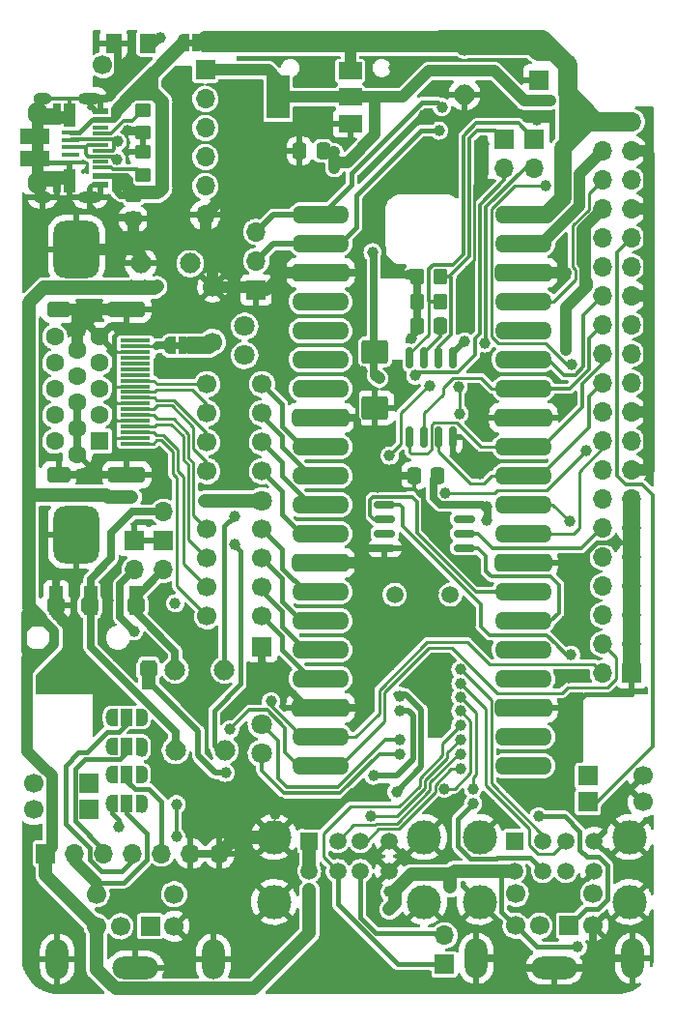
<source format=gtl>
G04 #@! TF.GenerationSoftware,KiCad,Pcbnew,6.0.11-2627ca5db0~126~ubuntu20.04.1*
G04 #@! TF.CreationDate,2024-05-08T23:36:26+05:00*
G04 #@! TF.ProjectId,19RPI24,31395250-4932-4342-9e6b-696361645f70,rev?*
G04 #@! TF.SameCoordinates,Original*
G04 #@! TF.FileFunction,Copper,L1,Top*
G04 #@! TF.FilePolarity,Positive*
%FSLAX46Y46*%
G04 Gerber Fmt 4.6, Leading zero omitted, Abs format (unit mm)*
G04 Created by KiCad (PCBNEW 6.0.11-2627ca5db0~126~ubuntu20.04.1) date 2024-05-08 23:36:26*
%MOMM*%
%LPD*%
G01*
G04 APERTURE LIST*
G04 Aperture macros list*
%AMRoundRect*
0 Rectangle with rounded corners*
0 $1 Rounding radius*
0 $2 $3 $4 $5 $6 $7 $8 $9 X,Y pos of 4 corners*
0 Add a 4 corners polygon primitive as box body*
4,1,4,$2,$3,$4,$5,$6,$7,$8,$9,$2,$3,0*
0 Add four circle primitives for the rounded corners*
1,1,$1+$1,$2,$3*
1,1,$1+$1,$4,$5*
1,1,$1+$1,$6,$7*
1,1,$1+$1,$8,$9*
0 Add four rect primitives between the rounded corners*
20,1,$1+$1,$2,$3,$4,$5,0*
20,1,$1+$1,$4,$5,$6,$7,0*
20,1,$1+$1,$6,$7,$8,$9,0*
20,1,$1+$1,$8,$9,$2,$3,0*%
%AMOutline4P*
0 Free polygon, 4 corners , with rotation*
0 The origin of the aperture is its center*
0 number of corners: always 4*
0 $1 to $8 corner X, Y*
0 $9 Rotation angle, in degrees counterclockwise*
0 create outline with 4 corners*
4,1,4,$1,$2,$3,$4,$5,$6,$7,$8,$1,$2,$9*%
%AMFreePoly0*
4,1,22,0.500000,-0.750000,0.000000,-0.750000,0.000000,-0.745033,-0.079941,-0.743568,-0.215256,-0.701293,-0.333266,-0.622738,-0.424486,-0.514219,-0.481581,-0.384460,-0.499164,-0.250000,-0.500000,-0.250000,-0.500000,0.250000,-0.499164,0.250000,-0.499963,0.256109,-0.478152,0.396186,-0.417904,0.524511,-0.324060,0.630769,-0.204165,0.706417,-0.067858,0.745374,0.000000,0.744959,0.000000,0.750000,
0.500000,0.750000,0.500000,-0.750000,0.500000,-0.750000,$1*%
%AMFreePoly1*
4,1,20,0.000000,0.744959,0.073905,0.744508,0.209726,0.703889,0.328688,0.626782,0.421226,0.519385,0.479903,0.390333,0.500000,0.250000,0.500000,-0.250000,0.499851,-0.262216,0.476331,-0.402017,0.414519,-0.529596,0.319384,-0.634700,0.198574,-0.708877,0.061801,-0.746166,0.000000,-0.745033,0.000000,-0.750000,-0.500000,-0.750000,-0.500000,0.750000,0.000000,0.750000,0.000000,0.744959,
0.000000,0.744959,$1*%
%AMFreePoly2*
4,1,22,0.550000,-0.750000,0.000000,-0.750000,0.000000,-0.745033,-0.079941,-0.743568,-0.215256,-0.701293,-0.333266,-0.622738,-0.424486,-0.514219,-0.481581,-0.384460,-0.499164,-0.250000,-0.500000,-0.250000,-0.500000,0.250000,-0.499164,0.250000,-0.499963,0.256109,-0.478152,0.396186,-0.417904,0.524511,-0.324060,0.630769,-0.204165,0.706417,-0.067858,0.745374,0.000000,0.744959,0.000000,0.750000,
0.550000,0.750000,0.550000,-0.750000,0.550000,-0.750000,$1*%
%AMFreePoly3*
4,1,20,0.000000,0.744959,0.073905,0.744508,0.209726,0.703889,0.328688,0.626782,0.421226,0.519385,0.479903,0.390333,0.500000,0.250000,0.500000,-0.250000,0.499851,-0.262216,0.476331,-0.402017,0.414519,-0.529596,0.319384,-0.634700,0.198574,-0.708877,0.061801,-0.746166,0.000000,-0.745033,0.000000,-0.750000,-0.550000,-0.750000,-0.550000,0.750000,0.000000,0.750000,0.000000,0.744959,
0.000000,0.744959,$1*%
%AMFreePoly4*
4,1,31,0.278115,0.855951,0.450000,0.779423,0.602218,0.668830,0.728115,0.529007,0.822191,0.366063,0.880333,0.187121,0.900000,0.000000,0.880333,-0.187121,0.822191,-0.366063,0.728115,-0.529007,0.602218,-0.668830,0.450000,-0.779423,0.278115,-0.855951,0.094076,-0.895070,-0.094076,-0.895070,-0.278115,-0.855951,-0.450000,-0.779423,-0.602218,-0.668830,-0.728115,-0.529007,-0.822191,-0.366063,
-0.880333,-0.187121,-0.900000,0.000000,-0.880333,0.187121,-0.822191,0.366063,-0.728115,0.529007,-0.602218,0.668830,-0.450000,0.779423,-0.278115,0.855951,-0.094076,0.895070,0.094076,0.895070,0.278115,0.855951,0.278115,0.855951,$1*%
G04 Aperture macros list end*
G04 #@! TA.AperFunction,SMDPad,CuDef*
%ADD10RoundRect,0.250000X-0.337500X-0.475000X0.337500X-0.475000X0.337500X0.475000X-0.337500X0.475000X0*%
G04 #@! TD*
G04 #@! TA.AperFunction,ComponentPad*
%ADD11R,1.500000X1.500000*%
G04 #@! TD*
G04 #@! TA.AperFunction,ComponentPad*
%ADD12C,1.500000*%
G04 #@! TD*
G04 #@! TA.AperFunction,ComponentPad*
%ADD13C,3.000000*%
G04 #@! TD*
G04 #@! TA.AperFunction,SMDPad,CuDef*
%ADD14RoundRect,0.250000X0.337500X0.475000X-0.337500X0.475000X-0.337500X-0.475000X0.337500X-0.475000X0*%
G04 #@! TD*
G04 #@! TA.AperFunction,ComponentPad*
%ADD15R,1.700000X1.700000*%
G04 #@! TD*
G04 #@! TA.AperFunction,ComponentPad*
%ADD16O,1.700000X1.700000*%
G04 #@! TD*
G04 #@! TA.AperFunction,SMDPad,CuDef*
%ADD17R,2.600000X0.300000*%
G04 #@! TD*
G04 #@! TA.AperFunction,ComponentPad*
%ADD18RoundRect,0.350000X-1.300000X0.350000X-1.300000X-0.350000X1.300000X-0.350000X1.300000X0.350000X0*%
G04 #@! TD*
G04 #@! TA.AperFunction,ComponentPad*
%ADD19RoundRect,0.350000X-0.700000X0.350000X-0.700000X-0.350000X0.700000X-0.350000X0.700000X0.350000X0*%
G04 #@! TD*
G04 #@! TA.AperFunction,SMDPad,CuDef*
%ADD20RoundRect,0.250000X-0.475000X0.337500X-0.475000X-0.337500X0.475000X-0.337500X0.475000X0.337500X0*%
G04 #@! TD*
G04 #@! TA.AperFunction,SMDPad,CuDef*
%ADD21R,2.000000X1.500000*%
G04 #@! TD*
G04 #@! TA.AperFunction,SMDPad,CuDef*
%ADD22R,2.000000X3.800000*%
G04 #@! TD*
G04 #@! TA.AperFunction,ComponentPad*
%ADD23C,1.700000*%
G04 #@! TD*
G04 #@! TA.AperFunction,ComponentPad*
%ADD24O,2.000000X3.500000*%
G04 #@! TD*
G04 #@! TA.AperFunction,ComponentPad*
%ADD25O,4.000000X2.000000*%
G04 #@! TD*
G04 #@! TA.AperFunction,SMDPad,CuDef*
%ADD26R,1.200000X2.500000*%
G04 #@! TD*
G04 #@! TA.AperFunction,ComponentPad*
%ADD27RoundRect,0.350000X-0.450000X-0.350000X0.450000X-0.350000X0.450000X0.350000X-0.450000X0.350000X0*%
G04 #@! TD*
G04 #@! TA.AperFunction,SMDPad,CuDef*
%ADD28RoundRect,0.250000X-0.350000X-0.450000X0.350000X-0.450000X0.350000X0.450000X-0.350000X0.450000X0*%
G04 #@! TD*
G04 #@! TA.AperFunction,ComponentPad*
%ADD29C,1.800000*%
G04 #@! TD*
G04 #@! TA.AperFunction,SMDPad,CuDef*
%ADD30RoundRect,0.250001X-0.462499X-0.624999X0.462499X-0.624999X0.462499X0.624999X-0.462499X0.624999X0*%
G04 #@! TD*
G04 #@! TA.AperFunction,SMDPad,CuDef*
%ADD31RoundRect,0.250000X-0.450000X0.350000X-0.450000X-0.350000X0.450000X-0.350000X0.450000X0.350000X0*%
G04 #@! TD*
G04 #@! TA.AperFunction,SMDPad,CuDef*
%ADD32RoundRect,0.250000X-0.925000X0.787500X-0.925000X-0.787500X0.925000X-0.787500X0.925000X0.787500X0*%
G04 #@! TD*
G04 #@! TA.AperFunction,SMDPad,CuDef*
%ADD33RoundRect,0.250000X0.450000X-0.350000X0.450000X0.350000X-0.450000X0.350000X-0.450000X-0.350000X0*%
G04 #@! TD*
G04 #@! TA.AperFunction,SMDPad,CuDef*
%ADD34R,1.450000X0.600000*%
G04 #@! TD*
G04 #@! TA.AperFunction,SMDPad,CuDef*
%ADD35R,1.450000X0.300000*%
G04 #@! TD*
G04 #@! TA.AperFunction,ComponentPad*
%ADD36O,1.600000X1.000000*%
G04 #@! TD*
G04 #@! TA.AperFunction,ComponentPad*
%ADD37O,2.100000X1.000000*%
G04 #@! TD*
G04 #@! TA.AperFunction,SMDPad,CuDef*
%ADD38RoundRect,0.150000X0.150000X-0.800000X0.150000X0.800000X-0.150000X0.800000X-0.150000X-0.800000X0*%
G04 #@! TD*
G04 #@! TA.AperFunction,SMDPad,CuDef*
%ADD39R,1.650000X0.400000*%
G04 #@! TD*
G04 #@! TA.AperFunction,SMDPad,CuDef*
%ADD40R,1.825000X0.300000*%
G04 #@! TD*
G04 #@! TA.AperFunction,SMDPad,CuDef*
%ADD41R,1.100000X2.000000*%
G04 #@! TD*
G04 #@! TA.AperFunction,ComponentPad*
%ADD42O,1.700000X2.000000*%
G04 #@! TD*
G04 #@! TA.AperFunction,SMDPad,CuDef*
%ADD43Outline4P,-0.675000X-0.675000X0.675000X-0.675000X0.675000X0.675000X-0.675000X0.675000X270.000000*%
G04 #@! TD*
G04 #@! TA.AperFunction,SMDPad,CuDef*
%ADD44R,2.500000X1.430000*%
G04 #@! TD*
G04 #@! TA.AperFunction,ComponentPad*
%ADD45O,1.100000X1.100000*%
G04 #@! TD*
G04 #@! TA.AperFunction,SMDPad,CuDef*
%ADD46R,0.700000X1.825000*%
G04 #@! TD*
G04 #@! TA.AperFunction,SMDPad,CuDef*
%ADD47FreePoly0,0.000000*%
G04 #@! TD*
G04 #@! TA.AperFunction,SMDPad,CuDef*
%ADD48FreePoly1,0.000000*%
G04 #@! TD*
G04 #@! TA.AperFunction,ComponentPad*
%ADD49RoundRect,1.000000X-1.000000X1.500000X-1.000000X-1.500000X1.000000X-1.500000X1.000000X1.500000X0*%
G04 #@! TD*
G04 #@! TA.AperFunction,ComponentPad*
%ADD50R,1.600000X1.600000*%
G04 #@! TD*
G04 #@! TA.AperFunction,ComponentPad*
%ADD51C,1.600000*%
G04 #@! TD*
G04 #@! TA.AperFunction,ComponentPad*
%ADD52O,5.000000X1.600000*%
G04 #@! TD*
G04 #@! TA.AperFunction,ComponentPad*
%ADD53RoundRect,0.400000X-2.100000X-0.400000X2.100000X-0.400000X2.100000X0.400000X-2.100000X0.400000X0*%
G04 #@! TD*
G04 #@! TA.AperFunction,SMDPad,CuDef*
%ADD54RoundRect,0.150000X-0.800000X-0.150000X0.800000X-0.150000X0.800000X0.150000X-0.800000X0.150000X0*%
G04 #@! TD*
G04 #@! TA.AperFunction,SMDPad,CuDef*
%ADD55FreePoly2,0.000000*%
G04 #@! TD*
G04 #@! TA.AperFunction,SMDPad,CuDef*
%ADD56R,1.000000X1.500000*%
G04 #@! TD*
G04 #@! TA.AperFunction,SMDPad,CuDef*
%ADD57FreePoly3,0.000000*%
G04 #@! TD*
G04 #@! TA.AperFunction,ComponentPad*
%ADD58FreePoly4,180.000000*%
G04 #@! TD*
G04 #@! TA.AperFunction,ComponentPad*
%ADD59FreePoly4,270.000000*%
G04 #@! TD*
G04 #@! TA.AperFunction,ViaPad*
%ADD60C,1.000000*%
G04 #@! TD*
G04 #@! TA.AperFunction,Conductor*
%ADD61C,0.254000*%
G04 #@! TD*
G04 #@! TA.AperFunction,Conductor*
%ADD62C,0.635000*%
G04 #@! TD*
G04 #@! TA.AperFunction,Conductor*
%ADD63C,1.000000*%
G04 #@! TD*
G04 #@! TA.AperFunction,Conductor*
%ADD64C,0.500000*%
G04 #@! TD*
G04 #@! TA.AperFunction,Conductor*
%ADD65C,0.300000*%
G04 #@! TD*
G04 #@! TA.AperFunction,Conductor*
%ADD66C,0.400000*%
G04 #@! TD*
G04 #@! TA.AperFunction,Conductor*
%ADD67C,1.200000*%
G04 #@! TD*
G04 #@! TA.AperFunction,Conductor*
%ADD68C,1.500000*%
G04 #@! TD*
G04 #@! TA.AperFunction,Conductor*
%ADD69C,1.700000*%
G04 #@! TD*
G04 #@! TA.AperFunction,Conductor*
%ADD70C,0.250000*%
G04 #@! TD*
G04 APERTURE END LIST*
G36*
X39680682Y-57240611D02*
G01*
X39180682Y-57240611D01*
X39180682Y-56640611D01*
X39680682Y-56640611D01*
X39680682Y-57240611D01*
G37*
G36*
X40868208Y-30729132D02*
G01*
X40368208Y-30729132D01*
X40368208Y-30129132D01*
X40868208Y-30129132D01*
X40868208Y-30729132D01*
G37*
D10*
X60430500Y-55245000D03*
X62505500Y-55245000D03*
D11*
X51000000Y-100320000D03*
D12*
X53500000Y-100320000D03*
X55500000Y-100320000D03*
X58000000Y-100320000D03*
X51000000Y-102940000D03*
X53500000Y-102940000D03*
X55500000Y-102940000D03*
X58000000Y-102940000D03*
D13*
X61070000Y-105650000D03*
X47930000Y-99970000D03*
X61070000Y-99970000D03*
X47930000Y-105650000D03*
D14*
X62251500Y-68326000D03*
X60176500Y-68326000D03*
D15*
X79275000Y-85600000D03*
D16*
X76735000Y-85600000D03*
X79275000Y-83060000D03*
X76735000Y-83060000D03*
X79275000Y-80520000D03*
X76735000Y-80520000D03*
X79275000Y-77980000D03*
X76735000Y-77980000D03*
X79275000Y-75440000D03*
X76735000Y-75440000D03*
X79275000Y-72900000D03*
X76735000Y-72900000D03*
X79275000Y-70360000D03*
X76735000Y-70360000D03*
X79275000Y-67820000D03*
X76735000Y-67820000D03*
X79275000Y-65280000D03*
X76735000Y-65280000D03*
X79275000Y-62740000D03*
X76735000Y-62740000D03*
X79275000Y-60200000D03*
X76735000Y-60200000D03*
X79275000Y-57660000D03*
X76735000Y-57660000D03*
X79275000Y-55120000D03*
X76735000Y-55120000D03*
X79275000Y-52580000D03*
X76735000Y-52580000D03*
X79275000Y-50040000D03*
X76735000Y-50040000D03*
X79275000Y-47500000D03*
X76735000Y-47500000D03*
X79275000Y-44960000D03*
X76735000Y-44960000D03*
X79275000Y-42420000D03*
X76735000Y-42420000D03*
X79275000Y-39880000D03*
X76735000Y-39880000D03*
X79275000Y-37340000D03*
X76735000Y-37340000D03*
D11*
X69000000Y-100320000D03*
D12*
X71500000Y-100320000D03*
X73500000Y-100320000D03*
X76000000Y-100320000D03*
X69000000Y-102940000D03*
X71500000Y-102940000D03*
X73500000Y-102940000D03*
X76000000Y-102940000D03*
D13*
X79070000Y-99970000D03*
X79070000Y-105650000D03*
X65930000Y-99970000D03*
X65930000Y-105650000D03*
D17*
X35760000Y-65500000D03*
X35760000Y-65000000D03*
X35760000Y-64500000D03*
X35760000Y-64000000D03*
X35760000Y-63500000D03*
X35760000Y-63000000D03*
X35760000Y-62500000D03*
X35760000Y-62000000D03*
X35760000Y-61500000D03*
X35760000Y-61000000D03*
X35760000Y-60500000D03*
X35760000Y-60000000D03*
X35760000Y-59500000D03*
X35760000Y-59000000D03*
X35760000Y-58500000D03*
X35760000Y-58000000D03*
X35760000Y-57500000D03*
X35760000Y-57000000D03*
X35760000Y-56500000D03*
D18*
X35000000Y-53750000D03*
D19*
X29040000Y-53750000D03*
X29040000Y-68250000D03*
D18*
X35000000Y-68250000D03*
D20*
X35560000Y-43768100D03*
X35560000Y-45843100D03*
D21*
X54585000Y-37479000D03*
X54585000Y-35179000D03*
D22*
X48285000Y-35179000D03*
D21*
X54585000Y-32879000D03*
D12*
X63373000Y-78740000D03*
X58493000Y-78740000D03*
D15*
X37060000Y-107775000D03*
D23*
X34460000Y-107775000D03*
D24*
X42610000Y-110625000D03*
X28910000Y-110625000D03*
D25*
X35760000Y-111425000D03*
D23*
X39160000Y-107775000D03*
X32360000Y-107775000D03*
X39160000Y-104975000D03*
X32360000Y-104975000D03*
D26*
X31825000Y-79250000D03*
D27*
X31796800Y-79706000D03*
D26*
X28825000Y-79250000D03*
D27*
X28799600Y-79706000D03*
D26*
X36925000Y-85750000D03*
D27*
X36927600Y-85294000D03*
X35810000Y-79706000D03*
D26*
X35825000Y-79250000D03*
D28*
X60468000Y-53071000D03*
X62468000Y-53071000D03*
D15*
X46355000Y-52055000D03*
D16*
X46355000Y-49515000D03*
X46355000Y-46975000D03*
D29*
X46863993Y-70532185D03*
D15*
X46863000Y-83312000D03*
D10*
X50143500Y-39878000D03*
X52218500Y-39878000D03*
D15*
X68115199Y-38851995D03*
D16*
X68115199Y-41391995D03*
D15*
X70739000Y-38832000D03*
D16*
X70739000Y-41372000D03*
D15*
X73800000Y-107735000D03*
D23*
X71200000Y-107735000D03*
X75900000Y-107735000D03*
D24*
X65650000Y-110585000D03*
D25*
X72500000Y-111385000D03*
D24*
X79350000Y-110585000D03*
D23*
X69100000Y-107735000D03*
X75900000Y-104935000D03*
X69100000Y-104935000D03*
D30*
X33840500Y-30480000D03*
X36815500Y-30480000D03*
D29*
X45339000Y-55240000D03*
X45339000Y-57780000D03*
D31*
X36400000Y-40000000D03*
X36400000Y-42000000D03*
D15*
X35687000Y-74036000D03*
D16*
X35687000Y-76576000D03*
D32*
X56782343Y-57471149D03*
X56782343Y-62396149D03*
D15*
X27893220Y-101414607D03*
D16*
X30433220Y-101414607D03*
X32973220Y-101414607D03*
X35513220Y-101414607D03*
X38053220Y-101414607D03*
X40593220Y-101414607D03*
X43133220Y-101414607D03*
D33*
X36400000Y-38300000D03*
X36400000Y-36300000D03*
D34*
X32710000Y-36375000D03*
X32710000Y-37150000D03*
D35*
X32710000Y-37850000D03*
X32710000Y-38350000D03*
X32710000Y-38850000D03*
X32710000Y-39350000D03*
X32710000Y-39850000D03*
X32710000Y-40350000D03*
X32710000Y-40850000D03*
X32710000Y-41350000D03*
D34*
X32710000Y-42050000D03*
X32710000Y-42825000D03*
D36*
X27615000Y-43920000D03*
X27615000Y-35280000D03*
D37*
X31795000Y-43920000D03*
X31795000Y-35280000D03*
D38*
X59817000Y-64968000D03*
X61087000Y-64968000D03*
X62357000Y-64968000D03*
X63627000Y-64968000D03*
X63627000Y-57968000D03*
X62357000Y-57968000D03*
X61087000Y-57968000D03*
X59817000Y-57968000D03*
D39*
X30065000Y-38275000D03*
X30065000Y-38925000D03*
X30065000Y-39575000D03*
X30065000Y-40225000D03*
X30065000Y-40875000D03*
D40*
X28102460Y-37401118D03*
D41*
X29951000Y-42475000D03*
D42*
X27157000Y-42648000D03*
D40*
X28069735Y-41792427D03*
D43*
X28427000Y-36845000D03*
D44*
X26915000Y-38615000D03*
D45*
X29976400Y-42013000D03*
D44*
X26915000Y-40535000D03*
D46*
X28865000Y-42575000D03*
D43*
X28427000Y-42325000D03*
D45*
X29976400Y-37161600D03*
D42*
X27185000Y-36552000D03*
D41*
X29976400Y-36729800D03*
D46*
X28865000Y-36625000D03*
D15*
X41883562Y-32801695D03*
D16*
X41883562Y-35341695D03*
X41883562Y-37881695D03*
X41883562Y-40421695D03*
X41883562Y-42961695D03*
X41883562Y-45501695D03*
D47*
X38780682Y-56940611D03*
D48*
X40080682Y-56940611D03*
D29*
X46805921Y-90104293D03*
X46805921Y-92644293D03*
D49*
X30600331Y-73485000D03*
X30600331Y-48485000D03*
D50*
X32650331Y-65300000D03*
D51*
X32650331Y-63010000D03*
X32650331Y-60720000D03*
X32650331Y-58430000D03*
X32650331Y-56140000D03*
X30670331Y-66445000D03*
X30670331Y-64155000D03*
X30670331Y-61865000D03*
X30670331Y-59575000D03*
X30670331Y-57285000D03*
X28690331Y-65300000D03*
X28690331Y-63010000D03*
X28690331Y-60720000D03*
X28690331Y-58430000D03*
X28690331Y-56140000D03*
D52*
X52000000Y-45470000D03*
X52000000Y-48010000D03*
D53*
X52000000Y-50550000D03*
D52*
X52000000Y-53090000D03*
X52000000Y-55630000D03*
X52000000Y-58170000D03*
X52000000Y-60710000D03*
D53*
X52000000Y-63250000D03*
D52*
X52000000Y-65790000D03*
X52000000Y-68330000D03*
X52000000Y-70870000D03*
X52000000Y-73410000D03*
D53*
X52000000Y-75950000D03*
D52*
X52000000Y-78490000D03*
X52000000Y-81030000D03*
X52000000Y-83570000D03*
X52000000Y-86110000D03*
D53*
X52000000Y-88650000D03*
D52*
X52000000Y-91190000D03*
X52000000Y-93730000D03*
X69780000Y-93730000D03*
X69780000Y-91190000D03*
D53*
X69780000Y-88650000D03*
D52*
X69780000Y-86110000D03*
X69780000Y-83570000D03*
X69780000Y-81030000D03*
X69780000Y-78490000D03*
D53*
X69780000Y-75950000D03*
D52*
X69780000Y-73410000D03*
X69780000Y-70870000D03*
X69780000Y-68330000D03*
X69780000Y-65790000D03*
D53*
X69780000Y-63250000D03*
D52*
X69780000Y-60710000D03*
X69780000Y-58170000D03*
X69780000Y-55630000D03*
X69780000Y-53090000D03*
D53*
X69780000Y-50550000D03*
D52*
X69780000Y-48010000D03*
X69780000Y-45470000D03*
D54*
X57623674Y-70842817D03*
X57623674Y-72112817D03*
X57623674Y-73382817D03*
X57623674Y-74652817D03*
X64623674Y-74652817D03*
X64623674Y-73382817D03*
X64623674Y-72112817D03*
X64623674Y-70842817D03*
D55*
X33700000Y-97000000D03*
D56*
X35000000Y-97000000D03*
D57*
X36300000Y-97000000D03*
D47*
X39968208Y-30429132D03*
D48*
X41268208Y-30429132D03*
D15*
X62865000Y-111125000D03*
D16*
X62865000Y-108585000D03*
X38227000Y-76566000D03*
D15*
X38227000Y-74026000D03*
D16*
X38227000Y-71486000D03*
D55*
X33714525Y-94486489D03*
D56*
X35014525Y-94486489D03*
D57*
X36314525Y-94486489D03*
D55*
X33700000Y-92000000D03*
D56*
X35000000Y-92000000D03*
D57*
X36300000Y-92000000D03*
D15*
X71120000Y-33660000D03*
D16*
X71120000Y-31120000D03*
D28*
X60468000Y-50927000D03*
X62468000Y-50927000D03*
D55*
X33699729Y-89494011D03*
D56*
X34999729Y-89494011D03*
D57*
X36299729Y-89494011D03*
D23*
X42037000Y-67925500D03*
X46863000Y-67925500D03*
D58*
X40557768Y-49740148D03*
X36239768Y-49740148D03*
D23*
X42037000Y-62845500D03*
X46863000Y-62845500D03*
X32893000Y-32385000D03*
D58*
X43566970Y-85337426D03*
X39248970Y-85337426D03*
D59*
X64609274Y-30616715D03*
X64609274Y-34934715D03*
D15*
X75438000Y-96901000D03*
D23*
X80264000Y-96901000D03*
X42037000Y-60305500D03*
X46863000Y-60305500D03*
X42037000Y-73005500D03*
X46863000Y-73005500D03*
D58*
X43596809Y-92374968D03*
X39278809Y-92374968D03*
D23*
X42037000Y-80625500D03*
X46863000Y-80625500D03*
X42545000Y-56615064D03*
X42545000Y-51789064D03*
X42037000Y-65385500D03*
X46863000Y-65385500D03*
X42037000Y-78085500D03*
X46863000Y-78085500D03*
D15*
X75438000Y-94615000D03*
D23*
X80264000Y-94615000D03*
D15*
X31713000Y-95250000D03*
D23*
X26887000Y-95250000D03*
X42037000Y-75505500D03*
X46863000Y-75505500D03*
D15*
X31719854Y-97573448D03*
D23*
X26893854Y-97573448D03*
D60*
X39243000Y-79502000D03*
X65063488Y-50382288D03*
X70967600Y-37185600D03*
X65549418Y-77138686D03*
X51866800Y-36576000D03*
X39727609Y-94949220D03*
X61063686Y-36730486D03*
X64058800Y-37388800D03*
X62026800Y-72085200D03*
X73761600Y-82550000D03*
X59939500Y-56318500D03*
X56642000Y-96012000D03*
X52451000Y-32512000D03*
X46228000Y-36525200D03*
X58476500Y-59055000D03*
X64784193Y-80578932D03*
X73863200Y-90474800D03*
X35052000Y-38100000D03*
X69596000Y-95707200D03*
X58801000Y-42545000D03*
X53594000Y-108839000D03*
X31721000Y-53750000D03*
X48387000Y-40640000D03*
X59876500Y-50732500D03*
X66294000Y-39319200D03*
X30099000Y-82677000D03*
X66090800Y-58734200D03*
X40593218Y-94949220D03*
X73710800Y-93726000D03*
X33401000Y-79248000D03*
X58133938Y-84924515D03*
X50419000Y-33655000D03*
X47984500Y-97049500D03*
X59817000Y-42545000D03*
X56985004Y-69343317D03*
X65981328Y-68187382D03*
X36957000Y-83185000D03*
X58023000Y-68564000D03*
X44831000Y-34163000D03*
X52578000Y-108839000D03*
X39217600Y-81635600D03*
X66903600Y-97129600D03*
X73761600Y-86004400D03*
X58420000Y-32639000D03*
X59436000Y-32613600D03*
X55625000Y-59186500D03*
X30099000Y-83820000D03*
X44831000Y-40259000D03*
X55630000Y-74426000D03*
X54610000Y-108839000D03*
X68618324Y-95707200D03*
X47984500Y-97938500D03*
X30705000Y-53750000D03*
X59107819Y-82932188D03*
X39471600Y-58928000D03*
X40436800Y-58928000D03*
X34163000Y-84201000D03*
X73812400Y-77622400D03*
X38862000Y-94949220D03*
X73498036Y-50587347D03*
X61925200Y-78587600D03*
X62077600Y-84937600D03*
X44831000Y-41656000D03*
X56896000Y-80264000D03*
X38506400Y-58928000D03*
X37669989Y-51689000D03*
X41910000Y-70532185D03*
X58978800Y-88900000D03*
X45415200Y-30149800D03*
X44145200Y-30149800D03*
X43862185Y-70532185D03*
X35433000Y-70231000D03*
X58047607Y-106290393D03*
X33401000Y-70231000D03*
X51000000Y-104594000D03*
X58039000Y-104775000D03*
X35433000Y-51689000D03*
X74549000Y-109601000D03*
X63373000Y-104350500D03*
X56624133Y-94576457D03*
X34417000Y-70231000D03*
X36576000Y-51689000D03*
X42878815Y-70532185D03*
X42875200Y-30149800D03*
X62634909Y-36036173D03*
X62376743Y-38105657D03*
X39370000Y-99949000D03*
X47653190Y-88070626D03*
X39370000Y-97094500D03*
X44058500Y-90538254D03*
X73964800Y-84009500D03*
X73823999Y-72344095D03*
X74930000Y-48641000D03*
X72140866Y-35495500D03*
X66548000Y-71018400D03*
X53213000Y-40005000D03*
X71180083Y-35495500D03*
X70219300Y-35495500D03*
X73533000Y-57292000D03*
X53213000Y-41402000D03*
X66548000Y-72252231D03*
X75248500Y-66141600D03*
X62885300Y-69827332D03*
X71120000Y-98155000D03*
X36322000Y-92456000D03*
X36322000Y-89535000D03*
X36322000Y-97409000D03*
X36322000Y-94488000D03*
X56434335Y-98108500D03*
X64262000Y-91440000D03*
X64262000Y-90170000D03*
X64262000Y-93980000D03*
X64262000Y-92710000D03*
X64262000Y-86529986D03*
X64262000Y-85292261D03*
X64262000Y-88927657D03*
X62871044Y-95724159D03*
X65374646Y-95724159D03*
X64262000Y-87728159D03*
X58928000Y-92710000D03*
X58928000Y-91440000D03*
X58978800Y-87630000D03*
X58645826Y-96005326D03*
X64064444Y-60571001D03*
X64174883Y-62889138D03*
X44448598Y-74362050D03*
X58041723Y-66560516D03*
X61600156Y-60473500D03*
X44440302Y-71854383D03*
X43661123Y-94328945D03*
X33655000Y-89535000D03*
X33655000Y-92075000D03*
X33655000Y-97028000D03*
X34290000Y-99060000D03*
X33655000Y-94488000D03*
X34190385Y-39067130D03*
X34131042Y-40630512D03*
X71755000Y-42926000D03*
X74052846Y-58570915D03*
X37973000Y-29972000D03*
X35646000Y-81956000D03*
X65374646Y-97024159D03*
X66381500Y-56734200D03*
X60300589Y-59549261D03*
X57150000Y-59817000D03*
X64621234Y-56580734D03*
X56560506Y-48768000D03*
D61*
X39404000Y-68512400D02*
X39404000Y-77992500D01*
X39045996Y-68154396D02*
X39404000Y-68512400D01*
X39045996Y-66223996D02*
X39045996Y-68154396D01*
X35760000Y-65500000D02*
X37364000Y-65500000D01*
X38046000Y-65224000D02*
X39045996Y-66223996D01*
X39404000Y-77992500D02*
X42037000Y-80625500D01*
X37364000Y-65500000D02*
X37640000Y-65224000D01*
X37640000Y-65224000D02*
X38046000Y-65224000D01*
D62*
X55630000Y-68576000D02*
X55630000Y-70979419D01*
D63*
X41883562Y-45501695D02*
X41883562Y-47725562D01*
D64*
X61461075Y-80578932D02*
X59107819Y-82932188D01*
D65*
X54968727Y-58530227D02*
X54968727Y-52981273D01*
X55245000Y-59566500D02*
X55245000Y-64135000D01*
X65727229Y-76960875D02*
X64811487Y-76960875D01*
D66*
X34798000Y-55219600D02*
X33909000Y-56108600D01*
D65*
X55625000Y-59186500D02*
X55245000Y-59566500D01*
D62*
X52000000Y-88650000D02*
X55495000Y-88650000D01*
X68675000Y-110585000D02*
X69475000Y-111385000D01*
D67*
X44577827Y-99970000D02*
X47930000Y-99970000D01*
D62*
X55122000Y-50550000D02*
X55745128Y-51173128D01*
X34260500Y-30900000D02*
X34260500Y-34192500D01*
D63*
X40767000Y-48133000D02*
X42291000Y-48133000D01*
D61*
X35760000Y-65000000D02*
X33933000Y-65000000D01*
D62*
X55630000Y-65020000D02*
X55630000Y-68576000D01*
D66*
X74037000Y-88650000D02*
X69780000Y-88650000D01*
X33909000Y-60452000D02*
X33909000Y-61976000D01*
D62*
X34798000Y-55219600D02*
X33832800Y-55219600D01*
D61*
X65500497Y-49417779D02*
X65063488Y-49854788D01*
D66*
X29591000Y-77038200D02*
X29184600Y-77038200D01*
D63*
X79275000Y-62740000D02*
X80617600Y-62740000D01*
D66*
X33909000Y-65899000D02*
X35000000Y-66990000D01*
X35000000Y-66990000D02*
X35000000Y-68250000D01*
D65*
X55625000Y-59186500D02*
X54968727Y-58530227D01*
X60176500Y-69515900D02*
X60147200Y-69545200D01*
D63*
X56277940Y-76597940D02*
X55630000Y-75950000D01*
D65*
X29801000Y-42325000D02*
X29951000Y-42475000D01*
D63*
X29040000Y-53750000D02*
X35000000Y-53750000D01*
D62*
X31039000Y-68250000D02*
X35000000Y-68250000D01*
D65*
X26915000Y-38615000D02*
X26915000Y-36822000D01*
X31978000Y-42825000D02*
X32710000Y-42825000D01*
D62*
X52000000Y-63250000D02*
X54995000Y-63250000D01*
D63*
X79275000Y-67820000D02*
X80770000Y-67820000D01*
D64*
X32710000Y-36375000D02*
X32311000Y-36375000D01*
D63*
X40767000Y-48133000D02*
X41883562Y-47016438D01*
D64*
X32683500Y-45637500D02*
X35600000Y-45637500D01*
D63*
X41883562Y-47725562D02*
X42545000Y-48387000D01*
D62*
X75900000Y-107735000D02*
X75900000Y-110536000D01*
D63*
X44967257Y-42418000D02*
X44831000Y-42554257D01*
X30670331Y-53784331D02*
X30636000Y-53750000D01*
D62*
X55745128Y-51173128D02*
X55745128Y-52204872D01*
X58801000Y-42545000D02*
X57682500Y-43663500D01*
X57682500Y-49383129D02*
X59031871Y-50732500D01*
D65*
X29998000Y-35280000D02*
X31795000Y-35280000D01*
D62*
X50699716Y-98958400D02*
X51844882Y-98958400D01*
X55856817Y-74652817D02*
X55630000Y-74426000D01*
X75900000Y-110536000D02*
X75851000Y-110585000D01*
D63*
X42291000Y-48133000D02*
X42545000Y-48387000D01*
D62*
X56277940Y-85233940D02*
X57824513Y-85233940D01*
D61*
X66446400Y-41808400D02*
X66446400Y-41910000D01*
D64*
X31795000Y-43920000D02*
X31795000Y-44749000D01*
D66*
X30327600Y-76962000D02*
X29667200Y-76962000D01*
X33909000Y-61976000D02*
X33909000Y-63627000D01*
D62*
X31721000Y-53750000D02*
X35000000Y-53750000D01*
D63*
X35658000Y-48485000D02*
X36239768Y-49066768D01*
D62*
X51844882Y-98958400D02*
X54791282Y-96012000D01*
D65*
X29976400Y-35301600D02*
X29998000Y-35280000D01*
X31795000Y-43008000D02*
X31978000Y-42825000D01*
D64*
X32311000Y-36375000D02*
X31795000Y-35859000D01*
D62*
X34260500Y-34192500D02*
X33173000Y-35280000D01*
D65*
X31795000Y-43920000D02*
X27615000Y-43920000D01*
D66*
X30600331Y-73485000D02*
X30600331Y-76689269D01*
D61*
X35760000Y-57500000D02*
X33940000Y-57500000D01*
D62*
X28825000Y-79250000D02*
X28825000Y-77397800D01*
D63*
X55630000Y-75950000D02*
X52000000Y-75950000D01*
X44831000Y-42554257D02*
X41883562Y-45501695D01*
D65*
X54968727Y-52981273D02*
X55245000Y-52705000D01*
D62*
X55907098Y-69343317D02*
X56985004Y-69343317D01*
X29040000Y-68250000D02*
X31039000Y-68250000D01*
X55626000Y-69624415D02*
X55907098Y-69343317D01*
X30670331Y-55689669D02*
X30670331Y-56070331D01*
X30670331Y-61865000D02*
X30670331Y-66445000D01*
D61*
X65063488Y-49854788D02*
X65063488Y-50382288D01*
D65*
X60952000Y-73101388D02*
X60952000Y-70197600D01*
D62*
X57623674Y-74652817D02*
X55856817Y-74652817D01*
X46863993Y-84709993D02*
X50804000Y-88650000D01*
X30670331Y-55308331D02*
X30670331Y-55689669D01*
D66*
X79275000Y-87503000D02*
X75184000Y-87503000D01*
D65*
X57186887Y-69545200D02*
X56985004Y-69343317D01*
D63*
X80825000Y-40185000D02*
X80520000Y-39880000D01*
X79275000Y-39880000D02*
X80520000Y-39880000D01*
D66*
X65597921Y-68187382D02*
X65981328Y-68187382D01*
D63*
X80825000Y-52220200D02*
X80825000Y-40185000D01*
D66*
X75184000Y-87503000D02*
X74037000Y-88650000D01*
D61*
X33940000Y-57500000D02*
X33909000Y-57531000D01*
D63*
X36239768Y-49066768D02*
X36239768Y-49740148D01*
D62*
X30670331Y-56070331D02*
X30670331Y-57285000D01*
X33782000Y-55270400D02*
X33519931Y-55270400D01*
D66*
X78794000Y-74168000D02*
X79275000Y-73687000D01*
D61*
X34036000Y-63500000D02*
X33909000Y-63627000D01*
X33933000Y-65000000D02*
X33909000Y-65024000D01*
D63*
X52000000Y-50550000D02*
X48764000Y-50550000D01*
D65*
X57556400Y-48310800D02*
X57302400Y-48056800D01*
D62*
X54791282Y-96012000D02*
X56642000Y-96012000D01*
D65*
X57556400Y-49257029D02*
X57556400Y-48310800D01*
D64*
X64784193Y-80578932D02*
X61461075Y-80578932D01*
D63*
X46993064Y-51789064D02*
X42545000Y-51789064D01*
D62*
X46863993Y-83190000D02*
X46863993Y-84709993D01*
X55261000Y-64135000D02*
X55261000Y-64651000D01*
X32650331Y-56140000D02*
X30990665Y-54480335D01*
D63*
X73460689Y-50550000D02*
X73498036Y-50587347D01*
D62*
X33173000Y-35280000D02*
X31795000Y-35280000D01*
D61*
X35760000Y-60500000D02*
X33957000Y-60500000D01*
D63*
X56277940Y-85233940D02*
X56277940Y-80882060D01*
D62*
X55245000Y-64135000D02*
X55261000Y-64135000D01*
D61*
X60430500Y-55245000D02*
X60430500Y-55827500D01*
X66446400Y-41910000D02*
X65500497Y-42855903D01*
D66*
X34798000Y-55219600D02*
X35000000Y-55017600D01*
D62*
X55245000Y-63500000D02*
X55245000Y-64135000D01*
D63*
X48764000Y-50550000D02*
X47259000Y-52055000D01*
D62*
X55261000Y-64651000D02*
X55630000Y-65020000D01*
D66*
X33909000Y-57531000D02*
X33909000Y-60452000D01*
D62*
X60176500Y-68326000D02*
X55880000Y-68326000D01*
X55745128Y-52204872D02*
X55245000Y-52705000D01*
D63*
X28825000Y-80313497D02*
X30099000Y-81587497D01*
X28825000Y-79250000D02*
X28825000Y-80313497D01*
X35600000Y-47723000D02*
X35600000Y-48427000D01*
D66*
X63627000Y-66216461D02*
X65597921Y-68187382D01*
D68*
X79275000Y-70360000D02*
X79275000Y-73687000D01*
D62*
X30636000Y-53750000D02*
X30705000Y-53750000D01*
D65*
X60952000Y-70197600D02*
X60299600Y-69545200D01*
D68*
X79275000Y-73687000D02*
X79275000Y-85600000D01*
D62*
X57824513Y-85233940D02*
X58133938Y-84924515D01*
D66*
X29667200Y-76962000D02*
X29591000Y-77038200D01*
X30600331Y-76689269D02*
X30327600Y-76962000D01*
D62*
X60468000Y-50927000D02*
X60273500Y-50732500D01*
D63*
X35600000Y-45637500D02*
X35600000Y-47723000D01*
X41883562Y-47016438D02*
X41883562Y-45501695D01*
D61*
X58166000Y-58744500D02*
X58476500Y-59055000D01*
D66*
X55626000Y-70975419D02*
X55626000Y-69624415D01*
D65*
X59893200Y-69545200D02*
X57186887Y-69545200D01*
X26915000Y-36822000D02*
X27185000Y-36552000D01*
X60176500Y-68326000D02*
X60176500Y-69515900D01*
D63*
X79275000Y-52580000D02*
X80465200Y-52580000D01*
D65*
X57682500Y-49383129D02*
X57556400Y-49257029D01*
D63*
X44831000Y-41656000D02*
X44831000Y-42554257D01*
D66*
X55630000Y-70979419D02*
X55626000Y-70975419D01*
D62*
X31165600Y-68250000D02*
X31039000Y-68250000D01*
D63*
X44831000Y-34163000D02*
X44831000Y-40259000D01*
D62*
X31902400Y-67513200D02*
X31165600Y-68250000D01*
D63*
X27185000Y-36552000D02*
X27185000Y-42620000D01*
D62*
X33832800Y-55219600D02*
X33782000Y-55270400D01*
X40593220Y-101414607D02*
X43133220Y-101414607D01*
X75851000Y-110585000D02*
X79350000Y-110585000D01*
D66*
X76239233Y-74168000D02*
X78794000Y-74168000D01*
D63*
X35600000Y-47723000D02*
X36010000Y-48133000D01*
X27185000Y-42620000D02*
X27157000Y-42648000D01*
D66*
X63627000Y-64968000D02*
X63627000Y-66216461D01*
D63*
X35658000Y-48485000D02*
X36010000Y-48133000D01*
D62*
X69475000Y-111385000D02*
X72500000Y-111385000D01*
D61*
X65500497Y-42855903D02*
X65500497Y-49417779D01*
D64*
X40593220Y-94949220D02*
X40593220Y-101414607D01*
D63*
X80770000Y-67820000D02*
X80825000Y-67765000D01*
D62*
X55870500Y-88274500D02*
X55870500Y-85233940D01*
D63*
X30600331Y-48485000D02*
X35658000Y-48485000D01*
D62*
X36200000Y-38100000D02*
X35052000Y-38100000D01*
X60468000Y-50927000D02*
X60468000Y-55207500D01*
D66*
X74457233Y-75950000D02*
X76239233Y-74168000D01*
D62*
X30990665Y-54480335D02*
X30670331Y-54800669D01*
X55495000Y-88650000D02*
X55870500Y-88274500D01*
D64*
X59107819Y-82932188D02*
X59107819Y-83950634D01*
D61*
X33933000Y-62000000D02*
X33909000Y-61976000D01*
D65*
X60147200Y-69545200D02*
X59893200Y-69545200D01*
D63*
X30099000Y-81587497D02*
X30099000Y-82677000D01*
X80825000Y-62532600D02*
X80825000Y-52220200D01*
D62*
X30705000Y-53750000D02*
X31721000Y-53750000D01*
X60468000Y-55207500D02*
X60430500Y-55245000D01*
D66*
X79275000Y-85600000D02*
X79275000Y-87503000D01*
D61*
X33957000Y-60500000D02*
X33909000Y-60452000D01*
D62*
X55880000Y-68326000D02*
X55630000Y-68576000D01*
D65*
X31795000Y-43920000D02*
X31795000Y-43008000D01*
X27615000Y-35280000D02*
X29998000Y-35280000D01*
D63*
X56277940Y-80882060D02*
X56277940Y-76597940D01*
D66*
X66446400Y-41808400D02*
X66446400Y-39471600D01*
D63*
X80617600Y-62740000D02*
X80825000Y-62532600D01*
D62*
X33519931Y-55270400D02*
X32650331Y-56140000D01*
X48538818Y-96797502D02*
X50699716Y-98958400D01*
D63*
X79275000Y-44960000D02*
X80262000Y-44960000D01*
D64*
X36400000Y-40000000D02*
X36400000Y-38300000D01*
D61*
X35760000Y-62000000D02*
X33933000Y-62000000D01*
D62*
X55870500Y-85233940D02*
X56277940Y-85233940D01*
D66*
X33909000Y-65024000D02*
X33909000Y-65899000D01*
D63*
X80825000Y-67765000D02*
X80825000Y-62532600D01*
D62*
X29040000Y-53750000D02*
X30636000Y-53750000D01*
D66*
X66446400Y-39471600D02*
X66294000Y-39319200D01*
D64*
X30670331Y-55689669D02*
X30670331Y-53784331D01*
D62*
X54995000Y-63250000D02*
X55245000Y-63500000D01*
D61*
X35760000Y-63500000D02*
X34036000Y-63500000D01*
D62*
X72500000Y-111385000D02*
X75051000Y-111385000D01*
D65*
X28427000Y-42325000D02*
X29801000Y-42325000D01*
D63*
X47259000Y-52055000D02*
X46993064Y-51789064D01*
D62*
X33840500Y-30480000D02*
X34260500Y-30900000D01*
D65*
X64811487Y-76960875D02*
X65727012Y-77876400D01*
D62*
X55630000Y-74426000D02*
X55630000Y-75950000D01*
D66*
X27255000Y-40875000D02*
X26915000Y-40535000D01*
D63*
X44831000Y-40259000D02*
X44831000Y-41656000D01*
X56277940Y-80882060D02*
X56896000Y-80264000D01*
D62*
X75051000Y-111385000D02*
X75851000Y-110585000D01*
X52000000Y-50550000D02*
X55122000Y-50550000D01*
D66*
X30065000Y-40875000D02*
X27255000Y-40875000D01*
D64*
X59107819Y-83950634D02*
X58133938Y-84924515D01*
D62*
X30600331Y-55238331D02*
X30670331Y-55308331D01*
D66*
X35000000Y-55017600D02*
X35000000Y-53750000D01*
D62*
X28825000Y-77397800D02*
X29184600Y-77038200D01*
X59031871Y-50732500D02*
X59876500Y-50732500D01*
D64*
X31795000Y-44749000D02*
X32683500Y-45637500D01*
D65*
X57302400Y-44043600D02*
X57682500Y-43663500D01*
D62*
X55630000Y-70979419D02*
X55630000Y-74426000D01*
D67*
X43133220Y-101414607D02*
X44577827Y-99970000D01*
D62*
X65650000Y-110585000D02*
X68675000Y-110585000D01*
D63*
X69780000Y-50550000D02*
X73460689Y-50550000D01*
D66*
X69780000Y-75950000D02*
X74457233Y-75950000D01*
D64*
X31795000Y-35859000D02*
X31795000Y-35280000D01*
D63*
X35600000Y-48427000D02*
X35658000Y-48485000D01*
D65*
X29976400Y-37161600D02*
X29976400Y-35301600D01*
X64811487Y-76960875D02*
X60952000Y-73101388D01*
D66*
X33909000Y-56108600D02*
X33909000Y-57531000D01*
D65*
X57302400Y-48056800D02*
X57302400Y-44043600D01*
X65727012Y-77876400D02*
X66243200Y-77876400D01*
D64*
X47259000Y-52055000D02*
X46355000Y-52055000D01*
D62*
X60273500Y-50732500D02*
X59876500Y-50732500D01*
X30670331Y-54800669D02*
X30670331Y-56070331D01*
D65*
X60299600Y-69545200D02*
X59893200Y-69545200D01*
D66*
X33909000Y-63627000D02*
X33909000Y-65024000D01*
D63*
X80465200Y-52580000D02*
X80825000Y-52220200D01*
D62*
X36400000Y-38300000D02*
X36200000Y-38100000D01*
D63*
X36010000Y-48133000D02*
X40767000Y-48133000D01*
D62*
X50804000Y-88650000D02*
X52000000Y-88650000D01*
D61*
X60430500Y-55827500D02*
X59939500Y-56318500D01*
D63*
X30670331Y-57285000D02*
X30670331Y-53784331D01*
X42545000Y-48387000D02*
X42545000Y-51789064D01*
D61*
X38233348Y-64770000D02*
X37634000Y-64770000D01*
X39499497Y-67947497D02*
X39499497Y-66036149D01*
X39952998Y-68400998D02*
X39499497Y-67947497D01*
X37364000Y-64500000D02*
X35760000Y-64500000D01*
X37634000Y-64770000D02*
X37364000Y-64500000D01*
X39952998Y-76001498D02*
X39952998Y-68400998D01*
X42037000Y-78085500D02*
X39952998Y-76001498D01*
X39499497Y-66036149D02*
X38233348Y-64770000D01*
X40406499Y-67381299D02*
X40406499Y-73874999D01*
X35760000Y-64000000D02*
X37426747Y-64000000D01*
X37625147Y-63801600D02*
X38909600Y-63801600D01*
X40406499Y-73874999D02*
X42037000Y-75505500D01*
X39952998Y-66927798D02*
X40406499Y-67381299D01*
X39952998Y-64844998D02*
X39952998Y-66927798D01*
X38909600Y-63801600D02*
X39952998Y-64844998D01*
X37426747Y-64000000D02*
X37625147Y-63801600D01*
X35760000Y-63000000D02*
X37364000Y-63000000D01*
X40406499Y-66739247D02*
X40860000Y-67192748D01*
X40406499Y-64657152D02*
X40406499Y-66739247D01*
X40860000Y-67192748D02*
X40860000Y-71828500D01*
X37711600Y-63347600D02*
X39096947Y-63347600D01*
X40860000Y-71828500D02*
X42037000Y-73005500D01*
X37364000Y-63000000D02*
X37711600Y-63347600D01*
X39096947Y-63347600D02*
X40406499Y-64657152D01*
X42037000Y-67157610D02*
X42037000Y-67925500D01*
X40860000Y-64101000D02*
X40860000Y-65980610D01*
X35760000Y-62500000D02*
X37364000Y-62500000D01*
X37684800Y-62179200D02*
X38938200Y-62179200D01*
X37364000Y-62500000D02*
X37684800Y-62179200D01*
X40860000Y-65980610D02*
X42037000Y-67157610D01*
X38938200Y-62179200D02*
X40860000Y-64101000D01*
X35760000Y-61500000D02*
X37420800Y-61500000D01*
X39125547Y-61725200D02*
X42037000Y-64636653D01*
X42037000Y-64636653D02*
X42037000Y-65385500D01*
X37646000Y-61725200D02*
X39125547Y-61725200D01*
X37420800Y-61500000D02*
X37646000Y-61725200D01*
X40744300Y-60759500D02*
X42037000Y-62052200D01*
X37399600Y-61000000D02*
X37640100Y-60759500D01*
X37640100Y-60759500D02*
X40744300Y-60759500D01*
X35760000Y-61000000D02*
X37399600Y-61000000D01*
X42037000Y-62052200D02*
X42037000Y-62845500D01*
X37364000Y-60000000D02*
X37669500Y-60305500D01*
X35760000Y-60000000D02*
X37364000Y-60000000D01*
X37669500Y-60305500D02*
X42037000Y-60305500D01*
D68*
X73660000Y-34925000D02*
X73660000Y-37084000D01*
D69*
X76735000Y-37340000D02*
X79275000Y-37340000D01*
D66*
X70966000Y-109601000D02*
X74549000Y-109601000D01*
D63*
X28443854Y-100863973D02*
X28443854Y-94614822D01*
D67*
X67634000Y-102940000D02*
X69000000Y-102940000D01*
D64*
X26797000Y-84582000D02*
X26416000Y-84582000D01*
D67*
X43862185Y-70532185D02*
X42878815Y-70532185D01*
D63*
X28443854Y-94614822D02*
X27529032Y-93700000D01*
D68*
X42219453Y-56940611D02*
X40543747Y-56940611D01*
X73235998Y-39636921D02*
X75532919Y-37340000D01*
D67*
X51000000Y-102940000D02*
X51000000Y-100320000D01*
D69*
X71424800Y-30149800D02*
X72322081Y-31047081D01*
D64*
X27178000Y-84201000D02*
X26797000Y-84582000D01*
D63*
X26416000Y-79883000D02*
X26416000Y-81026000D01*
D69*
X73660000Y-34925000D02*
X73660000Y-32385000D01*
D64*
X26416000Y-79375000D02*
X27762000Y-80721000D01*
D63*
X26416000Y-84582000D02*
X26416000Y-84201000D01*
X26416000Y-70104000D02*
X26416000Y-79248000D01*
D66*
X69100000Y-107735000D02*
X70966000Y-109601000D01*
D64*
X26573001Y-81249999D02*
X25974999Y-81848001D01*
D68*
X75532919Y-37340000D02*
X76735000Y-37340000D01*
D63*
X26263600Y-92456000D02*
X26263600Y-84353400D01*
D69*
X72395000Y-31120000D02*
X72322081Y-31120000D01*
D63*
X27529032Y-93700000D02*
X27507600Y-93700000D01*
D68*
X54025800Y-30149800D02*
X45415200Y-30149800D01*
X75247500Y-36512500D02*
X74676000Y-37084000D01*
D64*
X26416000Y-84328000D02*
X26416000Y-85598000D01*
D63*
X26263600Y-84353400D02*
X26416000Y-84201000D01*
D62*
X40080682Y-56940611D02*
X40543747Y-56940611D01*
D64*
X28475001Y-81982232D02*
X28475001Y-83017768D01*
D67*
X27663502Y-51940098D02*
X37469943Y-51940098D01*
D64*
X26416000Y-79248000D02*
X26416000Y-79375000D01*
D63*
X26416000Y-79248000D02*
X26416000Y-79756000D01*
D68*
X74676000Y-37084000D02*
X73660000Y-37084000D01*
X69780000Y-45470000D02*
X71837399Y-45470000D01*
D67*
X58047607Y-106290393D02*
X58547000Y-105791000D01*
X35433000Y-70231000D02*
X33401000Y-70231000D01*
D64*
X25974999Y-83759999D02*
X26416000Y-84201000D01*
D67*
X46863993Y-70532185D02*
X43862185Y-70532185D01*
X33198133Y-70028133D02*
X26491867Y-70028133D01*
D64*
X27518769Y-81026000D02*
X27518769Y-80985769D01*
D67*
X58547000Y-105791000D02*
X58547000Y-104648000D01*
X42878815Y-70532185D02*
X41834185Y-70532185D01*
D63*
X27893220Y-101414607D02*
X28443854Y-100863973D01*
D62*
X41757600Y-30937200D02*
X64288789Y-30937200D01*
D64*
X27518769Y-81026000D02*
X28475001Y-81982232D01*
X28475001Y-83017768D02*
X27742768Y-83750001D01*
X26993999Y-83750001D02*
X26473001Y-83750001D01*
D68*
X73660000Y-39212919D02*
X73660000Y-34925000D01*
D64*
X58700369Y-94563231D02*
X56637359Y-94563231D01*
D69*
X70616715Y-30616715D02*
X71120000Y-31120000D01*
X75247500Y-36512500D02*
X73660000Y-34925000D01*
D68*
X45415200Y-30149800D02*
X44145200Y-30149800D01*
D64*
X26993999Y-83750001D02*
X26416000Y-84328000D01*
D69*
X72322081Y-31047081D02*
X72322081Y-31120000D01*
X73660000Y-32385000D02*
X72395000Y-31120000D01*
X64609274Y-30616715D02*
X70616715Y-30616715D01*
D64*
X26192001Y-81249999D02*
X27742768Y-81249999D01*
X25974999Y-81848001D02*
X25974999Y-83251999D01*
D63*
X26416000Y-84074000D02*
X26547193Y-83942807D01*
D64*
X27813000Y-84201000D02*
X26416000Y-85598000D01*
D68*
X44145200Y-30149800D02*
X42875200Y-30149800D01*
D67*
X46160000Y-113225000D02*
X51000000Y-108385000D01*
D68*
X71120000Y-31120000D02*
X72322081Y-31120000D01*
D67*
X63373000Y-103251000D02*
X63423800Y-103251000D01*
X33401000Y-70231000D02*
X33198133Y-70028133D01*
X63734800Y-102940000D02*
X67634000Y-102940000D01*
D68*
X73660000Y-37084000D02*
X73660000Y-39212919D01*
X62560200Y-30149800D02*
X54025800Y-30149800D01*
D64*
X27518769Y-80985769D02*
X26416000Y-79883000D01*
D69*
X62560200Y-30149800D02*
X71424800Y-30149800D01*
D63*
X54585000Y-30709000D02*
X54025800Y-30149800D01*
D68*
X42545000Y-56615064D02*
X42219453Y-56940611D01*
D64*
X28829000Y-81915000D02*
X27864000Y-80950000D01*
X27742768Y-83750001D02*
X26993999Y-83750001D01*
D63*
X27507600Y-93700000D02*
X26263600Y-92456000D01*
D64*
X58928000Y-88900000D02*
X59690000Y-88900000D01*
X26416000Y-81026000D02*
X26162000Y-81280000D01*
D62*
X41268208Y-30429132D02*
X41268208Y-30447808D01*
D69*
X79275000Y-37340000D02*
X76075000Y-37340000D01*
D67*
X37469943Y-51940098D02*
X37669989Y-51740052D01*
D64*
X27813000Y-84201000D02*
X28829000Y-83185000D01*
X56637359Y-94563231D02*
X56624133Y-94576457D01*
X26416000Y-84201000D02*
X27178000Y-84201000D01*
D68*
X64609274Y-30616715D02*
X64142359Y-30149800D01*
D64*
X25974999Y-83759999D02*
X25974999Y-80324001D01*
X25974999Y-80324001D02*
X26416000Y-79883000D01*
D67*
X58547000Y-104648000D02*
X59944000Y-103251000D01*
X26416000Y-53187600D02*
X27663502Y-51940098D01*
X51000000Y-108385000D02*
X51000000Y-104594000D01*
X34014416Y-113225000D02*
X46160000Y-113225000D01*
D64*
X27742768Y-81249999D02*
X27792885Y-81300115D01*
D69*
X71120000Y-31120000D02*
X72380000Y-31120000D01*
D67*
X26416000Y-79883000D02*
X26416000Y-53187600D01*
D64*
X26162000Y-81280000D02*
X26192001Y-81249999D01*
D62*
X64288789Y-30937200D02*
X64609274Y-30616715D01*
D66*
X67850000Y-106485000D02*
X67850000Y-103156000D01*
D64*
X26416000Y-81026000D02*
X27518769Y-81026000D01*
X26416000Y-79883000D02*
X26416000Y-79756000D01*
X28829000Y-83185000D02*
X28829000Y-81915000D01*
D67*
X27893220Y-103308220D02*
X32360000Y-107775000D01*
D64*
X25974999Y-81467001D02*
X25974999Y-83759999D01*
D63*
X54585000Y-32879000D02*
X54585000Y-30709000D01*
D67*
X26491867Y-70028133D02*
X26416000Y-70104000D01*
D64*
X25974999Y-83251999D02*
X25974999Y-83759999D01*
X27742768Y-81249999D02*
X26573001Y-81249999D01*
X60133000Y-89343000D02*
X60133000Y-93130600D01*
X59690000Y-88900000D02*
X60133000Y-89343000D01*
D67*
X32360000Y-111570584D02*
X34014416Y-113225000D01*
D64*
X25974999Y-81467001D02*
X25974999Y-81848001D01*
D67*
X59944000Y-103251000D02*
X63373000Y-103251000D01*
X63423800Y-103251000D02*
X63734800Y-102940000D01*
D64*
X27864000Y-80950000D02*
X26492000Y-80950000D01*
D68*
X64142359Y-30149800D02*
X62560200Y-30149800D01*
D67*
X63373000Y-103251000D02*
X63373000Y-104350500D01*
D64*
X26473001Y-83750001D02*
X25974999Y-83251999D01*
D67*
X32360000Y-107775000D02*
X32360000Y-111570584D01*
D69*
X76075000Y-37340000D02*
X75247500Y-36512500D01*
D63*
X26416000Y-53035200D02*
X27711148Y-51740052D01*
X27711148Y-51740052D02*
X37669989Y-51740052D01*
X26416000Y-70104000D02*
X26416000Y-53035200D01*
D68*
X73235998Y-39636921D02*
X73660000Y-39212919D01*
D66*
X67850000Y-103156000D02*
X67634000Y-102940000D01*
D64*
X26162000Y-81280000D02*
X25974999Y-81467001D01*
D62*
X41268208Y-30447808D02*
X41757600Y-30937200D01*
D64*
X27762000Y-80721000D02*
X27762000Y-80950000D01*
D67*
X27893220Y-101414607D02*
X27893220Y-103308220D01*
D68*
X42875200Y-30149800D02*
X41960800Y-30149800D01*
D64*
X60133000Y-93130600D02*
X58700369Y-94563231D01*
X26492000Y-80950000D02*
X26416000Y-81026000D01*
D66*
X69100000Y-107735000D02*
X67850000Y-106485000D01*
D68*
X73235998Y-44071401D02*
X73235998Y-39636921D01*
D63*
X26416000Y-84582000D02*
X26416000Y-84074000D01*
D64*
X27178000Y-84201000D02*
X27813000Y-84201000D01*
D68*
X71837399Y-45470000D02*
X73235998Y-44071401D01*
D66*
X50381822Y-65790000D02*
X48641000Y-64049178D01*
X48641000Y-62083500D02*
X46863000Y-60305500D01*
X52000000Y-65790000D02*
X50381822Y-65790000D01*
X48641000Y-64049178D02*
X48641000Y-62083500D01*
X51142944Y-68330000D02*
X52000000Y-68330000D01*
X46863000Y-63119000D02*
X48641000Y-64897000D01*
X48641000Y-65828056D02*
X51142944Y-68330000D01*
X48641000Y-64897000D02*
X48641000Y-65828056D01*
X46863000Y-62845500D02*
X46863000Y-63119000D01*
X48641000Y-68368056D02*
X51142944Y-70870000D01*
X46863000Y-65385500D02*
X48641000Y-67163500D01*
X51142944Y-70870000D02*
X52000000Y-70870000D01*
X48641000Y-67163500D02*
X48641000Y-68368056D01*
X46863000Y-67925500D02*
X48641000Y-69703500D01*
X48641000Y-71751000D02*
X50300000Y-73410000D01*
X50300000Y-73410000D02*
X52000000Y-73410000D01*
X48641000Y-69703500D02*
X48641000Y-71751000D01*
X48641000Y-76435678D02*
X48641000Y-74783500D01*
X48641000Y-74783500D02*
X46863000Y-73005500D01*
X52000000Y-78490000D02*
X50695322Y-78490000D01*
X50695322Y-78490000D02*
X48641000Y-76435678D01*
X48641000Y-79371000D02*
X50300000Y-81030000D01*
X46863000Y-75505500D02*
X48641000Y-77283500D01*
X50300000Y-81030000D02*
X52000000Y-81030000D01*
X48641000Y-77283500D02*
X48641000Y-79371000D01*
X48641000Y-80218822D02*
X48641000Y-81555678D01*
X46863000Y-78085500D02*
X46863000Y-78440822D01*
X50655322Y-83570000D02*
X52000000Y-83570000D01*
X46863000Y-78440822D02*
X48641000Y-80218822D01*
X48641000Y-81555678D02*
X50655322Y-83570000D01*
X46863000Y-80625500D02*
X48641000Y-82403500D01*
X48641000Y-82403500D02*
X48641000Y-83608056D01*
X48641000Y-83608056D02*
X51142944Y-86110000D01*
X51142944Y-86110000D02*
X52000000Y-86110000D01*
X52000000Y-45470000D02*
X52100000Y-45470000D01*
X52100000Y-45470000D02*
X54728585Y-42841415D01*
X62260336Y-35661600D02*
X62634909Y-36036173D01*
D64*
X52000000Y-45470000D02*
X47860000Y-45470000D01*
D66*
X60860486Y-35661600D02*
X62260336Y-35661600D01*
X54728585Y-41793501D02*
X60860486Y-35661600D01*
X54728585Y-42841415D02*
X54728585Y-41793501D01*
D64*
X47860000Y-45470000D02*
X46355000Y-46975000D01*
D66*
X55168800Y-43738800D02*
X60801943Y-38105657D01*
X55168800Y-46541200D02*
X55168800Y-43738800D01*
X52000000Y-48010000D02*
X53700000Y-48010000D01*
X53700000Y-48010000D02*
X55168800Y-46541200D01*
X60801943Y-38105657D02*
X62376743Y-38105657D01*
D64*
X52000000Y-48010000D02*
X47860000Y-48010000D01*
X47860000Y-48010000D02*
X46355000Y-49515000D01*
D65*
X47458816Y-88265000D02*
X47653190Y-88070626D01*
D61*
X52000000Y-91190000D02*
X52385000Y-90805000D01*
X66802000Y-84836000D02*
X75971000Y-84836000D01*
X57126998Y-89126202D02*
X57126998Y-87100304D01*
X57126998Y-87100304D02*
X61321702Y-82905600D01*
X75971000Y-84836000D02*
X76735000Y-85600000D01*
X55063200Y-91190000D02*
X57126998Y-89126202D01*
D65*
X52000000Y-91190000D02*
X50368107Y-91190000D01*
X50368107Y-91190000D02*
X47443106Y-88265000D01*
D61*
X52000000Y-91190000D02*
X55063200Y-91190000D01*
D65*
X47443106Y-88265000D02*
X47458816Y-88265000D01*
D61*
X64871600Y-82905600D02*
X66802000Y-84836000D01*
X61321702Y-82905600D02*
X64871600Y-82905600D01*
D65*
X39370000Y-97094500D02*
X39370000Y-99949000D01*
D61*
X77150031Y-86849499D02*
X77912000Y-86087530D01*
X61509549Y-83359101D02*
X63498395Y-83359101D01*
X52000000Y-93730000D02*
X53700000Y-93730000D01*
D65*
X44058500Y-90538254D02*
X45742461Y-88854293D01*
D61*
X57580998Y-87287652D02*
X61509549Y-83359101D01*
X57580998Y-89849002D02*
X57580998Y-87287652D01*
X73678501Y-86849499D02*
X77150031Y-86849499D01*
D65*
X45742461Y-88854293D02*
X47325293Y-88854293D01*
D61*
X73152000Y-87376000D02*
X73678501Y-86849499D01*
X63498395Y-83359101D02*
X67515294Y-87376000D01*
D65*
X48869600Y-92506800D02*
X50092800Y-93730000D01*
D61*
X77912000Y-84237000D02*
X76735000Y-83060000D01*
X67515294Y-87376000D02*
X73152000Y-87376000D01*
D65*
X47325293Y-88854293D02*
X48869600Y-90398600D01*
X50092800Y-93730000D02*
X52000000Y-93730000D01*
D61*
X77912000Y-86087530D02*
X77912000Y-84237000D01*
D65*
X48869600Y-90398600D02*
X48869600Y-92506800D01*
D61*
X53700000Y-93730000D02*
X57580998Y-89849002D01*
D65*
X72630000Y-83094800D02*
X72630000Y-83093654D01*
X71832346Y-82296000D02*
X66802000Y-82296000D01*
X66040000Y-81534000D02*
X66040000Y-79603600D01*
X59182000Y-71120000D02*
X58904817Y-70842817D01*
X72630000Y-83093654D02*
X71832346Y-82296000D01*
X66040000Y-79603600D02*
X59182000Y-72745600D01*
X59182000Y-72745600D02*
X59182000Y-71120000D01*
X66802000Y-82296000D02*
X66040000Y-81534000D01*
X58904817Y-70842817D02*
X57623674Y-70842817D01*
X73964800Y-84009500D02*
X73544700Y-84009500D01*
X73544700Y-84009500D02*
X72630000Y-83094800D01*
X67068511Y-74688511D02*
X74866689Y-74688511D01*
X65762817Y-73382817D02*
X67068511Y-74688511D01*
X76655200Y-72900000D02*
X76735000Y-72900000D01*
X64623674Y-73382817D02*
X65762817Y-73382817D01*
X74866689Y-74688511D02*
X76655200Y-72900000D01*
X72186800Y-77165200D02*
X72898000Y-77876400D01*
X72898000Y-77876400D02*
X72898000Y-80314800D01*
X66954400Y-77165200D02*
X72186800Y-77165200D01*
X72182800Y-81030000D02*
X69780000Y-81030000D01*
X72898000Y-80314800D02*
X72182800Y-81030000D01*
X65762817Y-74652817D02*
X66497200Y-75387200D01*
X64623674Y-74652817D02*
X65762817Y-74652817D01*
X66497200Y-75387200D02*
X66497200Y-76708000D01*
X66497200Y-76708000D02*
X66954400Y-77165200D01*
X56323674Y-70422326D02*
X56323674Y-71817674D01*
X60452000Y-70612000D02*
X60032817Y-70192817D01*
X65633506Y-78490000D02*
X60452000Y-73308494D01*
X56553183Y-70192817D02*
X56323674Y-70422326D01*
X60032817Y-70192817D02*
X56553183Y-70192817D01*
X69780000Y-78490000D02*
X65633506Y-78490000D01*
X56618817Y-72112817D02*
X57623674Y-72112817D01*
X56323674Y-71817674D02*
X56618817Y-72112817D01*
X60452000Y-73308494D02*
X60452000Y-70612000D01*
D61*
X74676000Y-72923848D02*
X74189848Y-73410000D01*
X76735000Y-65911400D02*
X74676000Y-67970400D01*
X74676000Y-67970400D02*
X74676000Y-72923848D01*
X76735000Y-65280000D02*
X76735000Y-65911400D01*
X74189848Y-73410000D02*
X69780000Y-73410000D01*
X69780000Y-70870000D02*
X72349904Y-70870000D01*
X72349904Y-70870000D02*
X73823999Y-72344095D01*
X65099413Y-68994002D02*
X65731112Y-68994002D01*
X62357000Y-66251589D02*
X65099413Y-68994002D01*
X66342118Y-69013882D02*
X67026000Y-68330000D01*
X62357000Y-64968000D02*
X62357000Y-66251589D01*
D65*
X69780000Y-68330000D02*
X71305278Y-68330000D01*
D61*
X67026000Y-68330000D02*
X69780000Y-68330000D01*
X65731112Y-68994002D02*
X65750992Y-69013882D01*
X65750992Y-69013882D02*
X66342118Y-69013882D01*
D65*
X75535000Y-64100278D02*
X75535000Y-61400000D01*
X75535000Y-61400000D02*
X76735000Y-60200000D01*
X71305278Y-68330000D02*
X75535000Y-64100278D01*
D61*
X61714000Y-66048000D02*
X61714000Y-63889000D01*
X63974580Y-63691000D02*
X66073580Y-65790000D01*
X59944000Y-66421000D02*
X61341000Y-66421000D01*
X61341000Y-66421000D02*
X61714000Y-66048000D01*
X66073580Y-65790000D02*
X69780000Y-65790000D01*
X61912000Y-63691000D02*
X63974580Y-63691000D01*
D65*
X74930000Y-62340000D02*
X74930000Y-60307943D01*
X74930000Y-60307943D02*
X76735000Y-58502943D01*
D61*
X59817000Y-64968000D02*
X59817000Y-66294000D01*
D65*
X71480000Y-65790000D02*
X74930000Y-62340000D01*
D61*
X61714000Y-63889000D02*
X61912000Y-63691000D01*
D65*
X76735000Y-58502943D02*
X76735000Y-57660000D01*
D61*
X59817000Y-66294000D02*
X59944000Y-66421000D01*
D65*
X69780000Y-65790000D02*
X69302000Y-66268000D01*
X69780000Y-65790000D02*
X71480000Y-65790000D01*
D61*
X62769604Y-60610604D02*
X62769604Y-61182396D01*
D65*
X73821540Y-60710000D02*
X75535000Y-58996540D01*
D61*
X61087000Y-62865000D02*
X61087000Y-64968000D01*
X69780000Y-60710000D02*
X67026000Y-60710000D01*
X63635707Y-59744501D02*
X62769604Y-60610604D01*
X67026000Y-60710000D02*
X66060501Y-59744501D01*
D65*
X75535000Y-56320000D02*
X76735000Y-55120000D01*
D61*
X62769604Y-61182396D02*
X61087000Y-62865000D01*
D65*
X75535000Y-58996540D02*
X75535000Y-56320000D01*
D61*
X66060501Y-59744501D02*
X63635707Y-59744501D01*
D65*
X69780000Y-60710000D02*
X73821540Y-60710000D01*
X73350383Y-59507383D02*
X74317756Y-59507383D01*
X75035499Y-54279501D02*
X76735000Y-52580000D01*
X74317756Y-59507383D02*
X75035499Y-58789640D01*
X75035499Y-58789640D02*
X75035499Y-54279501D01*
X72013000Y-58170000D02*
X73350383Y-59507383D01*
X69780000Y-58170000D02*
X72013000Y-58170000D01*
D63*
X61468000Y-32893000D02*
X67253000Y-32893000D01*
D62*
X62464044Y-70844332D02*
X61868300Y-70248588D01*
D63*
X54356000Y-40894000D02*
X56769000Y-38481000D01*
X74930000Y-46765000D02*
X74930000Y-48641000D01*
X76735000Y-44960000D02*
X74930000Y-46765000D01*
X48285000Y-33680000D02*
X48285000Y-35179000D01*
X56388000Y-35179000D02*
X59182000Y-35179000D01*
D66*
X53213000Y-40894000D02*
X53213000Y-40513000D01*
D63*
X48285000Y-35179000D02*
X54585000Y-35179000D01*
D66*
X53213000Y-40513000D02*
X53213000Y-40005000D01*
D62*
X61868300Y-68709200D02*
X62251500Y-68326000D01*
D64*
X74930000Y-49631600D02*
X74930000Y-52193676D01*
X74930000Y-49682400D02*
X74930000Y-52193676D01*
D62*
X64623674Y-70842817D02*
X64622159Y-70844332D01*
D64*
X74930000Y-49682400D02*
X74930000Y-51415914D01*
X53213000Y-41402000D02*
X53213000Y-40894000D01*
D62*
X75367500Y-51364500D02*
X75367500Y-46327500D01*
D63*
X75367500Y-51364500D02*
X75367500Y-51759500D01*
X47406695Y-32801695D02*
X48285000Y-33680000D01*
X53213000Y-40005000D02*
X53086000Y-40005000D01*
X59182000Y-35179000D02*
X61468000Y-32893000D01*
X69855500Y-35495500D02*
X70219300Y-35495500D01*
D62*
X61868300Y-70248588D02*
X61868300Y-68709200D01*
D63*
X70219300Y-35495500D02*
X72140867Y-35495500D01*
X56769000Y-35560000D02*
X56769000Y-38481000D01*
X56388000Y-35179000D02*
X56769000Y-35560000D01*
X53213000Y-41402000D02*
X53213000Y-40513000D01*
D62*
X66622160Y-71346560D02*
X66622160Y-72252231D01*
D63*
X67253000Y-32893000D02*
X69855500Y-35495500D01*
D64*
X74930000Y-52193676D02*
X74814038Y-52309638D01*
D62*
X64622159Y-70844332D02*
X62464044Y-70844332D01*
D64*
X74930000Y-50426324D02*
X75367500Y-50863824D01*
D63*
X75367500Y-51759500D02*
X73533000Y-53594000D01*
X54585000Y-35179000D02*
X56388000Y-35179000D01*
D62*
X75367500Y-51886500D02*
X75367500Y-51364500D01*
D63*
X74930000Y-49682400D02*
X74930000Y-49631600D01*
D62*
X64623674Y-70842817D02*
X66118417Y-70842817D01*
D64*
X74930000Y-49631600D02*
X74930000Y-50426324D01*
D63*
X41883562Y-32801695D02*
X47406695Y-32801695D01*
X53213000Y-40894000D02*
X54356000Y-40894000D01*
X73533000Y-53594000D02*
X73533000Y-57292000D01*
D62*
X66118417Y-70842817D02*
X66622160Y-71346560D01*
D63*
X74930000Y-48641000D02*
X74930000Y-49682400D01*
D62*
X75367500Y-46327500D02*
X76735000Y-44960000D01*
D61*
X74353499Y-50274748D02*
X74353499Y-51177119D01*
X76735000Y-42420000D02*
X75512000Y-43643000D01*
X72440618Y-53090000D02*
X69780000Y-53090000D01*
X74353499Y-51177119D02*
X72440618Y-53090000D01*
X75512000Y-43643000D02*
X75512000Y-45014152D01*
X74103499Y-46422653D02*
X74103499Y-50024748D01*
X74103499Y-50024748D02*
X74353499Y-50274748D01*
X75512000Y-45014152D02*
X74103499Y-46422653D01*
D63*
X74685499Y-41929501D02*
X76735000Y-39880000D01*
X71347304Y-48010000D02*
X74685499Y-44671805D01*
X74685499Y-44671805D02*
X74685499Y-41929501D01*
X69780000Y-48010000D02*
X71347304Y-48010000D01*
D65*
X75438000Y-96901000D02*
X76280943Y-96901000D01*
X80170602Y-69088000D02*
X78740000Y-69088000D01*
X76280943Y-96901000D02*
X81127600Y-92054343D01*
X81127600Y-70044998D02*
X80170602Y-69088000D01*
X78007309Y-48767691D02*
X79275000Y-47500000D01*
X81127600Y-92054343D02*
X81127600Y-70044998D01*
X78007309Y-68355309D02*
X78007309Y-48767691D01*
X78740000Y-69088000D02*
X78007309Y-68355309D01*
D61*
X67474181Y-69596000D02*
X67242849Y-69827332D01*
X73609200Y-67794619D02*
X73191110Y-68212710D01*
X75248500Y-66141600D02*
X75248500Y-66155320D01*
D65*
X75059019Y-66331081D02*
X75248500Y-66141600D01*
X75059019Y-66344800D02*
X75059019Y-66331081D01*
D61*
X75248500Y-66155320D02*
X73191110Y-68212710D01*
X73191110Y-68212710D02*
X71807819Y-69596000D01*
X71807819Y-69596000D02*
X67474181Y-69596000D01*
X67242849Y-69827332D02*
X62885300Y-69827332D01*
D66*
X74686652Y-99451652D02*
X73390000Y-98155000D01*
X76328267Y-106274500D02*
X77149500Y-105453267D01*
X75260500Y-106274500D02*
X76328267Y-106274500D01*
X77149500Y-102463154D02*
X76396668Y-101710322D01*
X77149500Y-105453267D02*
X77149500Y-102463154D01*
X73390000Y-98155000D02*
X71120000Y-98155000D01*
X75331006Y-101710322D02*
X74686652Y-101065968D01*
X76396668Y-101710322D02*
X75331006Y-101710322D01*
X73800000Y-107735000D02*
X75260500Y-106274500D01*
X74686652Y-101065968D02*
X74686652Y-99451652D01*
D61*
X63119000Y-92583000D02*
X63119000Y-93024661D01*
D66*
X55500000Y-105157000D02*
X55500000Y-102940000D01*
D61*
X61137542Y-95668915D02*
X58697957Y-98108500D01*
D66*
X62640000Y-108360000D02*
X56848800Y-108360000D01*
D61*
X64262000Y-91440000D02*
X63119000Y-92583000D01*
X58697957Y-98108500D02*
X56434335Y-98108500D01*
X61137542Y-95006119D02*
X61137542Y-95668915D01*
X63119000Y-93024661D02*
X61137542Y-95006119D01*
D66*
X62865000Y-108585000D02*
X62640000Y-108360000D01*
X55473600Y-105183400D02*
X55500000Y-105157000D01*
X56848800Y-108360000D02*
X55473600Y-106984800D01*
X55473600Y-106984800D02*
X55473600Y-105183400D01*
D61*
X62665000Y-91767000D02*
X62665000Y-92837314D01*
D66*
X62865000Y-111125000D02*
X58765978Y-111125000D01*
D61*
X62665000Y-92837314D02*
X60684041Y-94818273D01*
D66*
X53500000Y-105859022D02*
X53500000Y-102940000D01*
D61*
X64262000Y-90170000D02*
X62665000Y-91767000D01*
D66*
X58765978Y-111125000D02*
X53500000Y-105859022D01*
D61*
X58883110Y-97282000D02*
X54610000Y-97282000D01*
X60684041Y-94818273D02*
X60684041Y-95481069D01*
X60684041Y-95481069D02*
X58883110Y-97282000D01*
X52273200Y-99618800D02*
X52273200Y-101713200D01*
X52273200Y-101713200D02*
X53500000Y-102940000D01*
X54610000Y-97282000D02*
X52273200Y-99618800D01*
X58846152Y-99243000D02*
X57110031Y-99243000D01*
X62044544Y-95381811D02*
X62044544Y-96044608D01*
X62044544Y-96044608D02*
X58846152Y-99243000D01*
X63446355Y-93980000D02*
X62044544Y-95381811D01*
X57110031Y-99243000D02*
X56033031Y-100320000D01*
X64262000Y-93980000D02*
X63446355Y-93980000D01*
X56033031Y-100320000D02*
X55500000Y-100320000D01*
X56922184Y-98789499D02*
X56776683Y-98935000D01*
X54885000Y-98935000D02*
X53500000Y-100320000D01*
X61591043Y-95856762D02*
X58658306Y-98789499D01*
X64262000Y-92710000D02*
X64075008Y-92710000D01*
X58658306Y-98789499D02*
X56922184Y-98789499D01*
X61591043Y-95193965D02*
X61591043Y-95856762D01*
X64075008Y-92710000D02*
X61591043Y-95193965D01*
X56776683Y-98935000D02*
X54885000Y-98935000D01*
X71053891Y-101397000D02*
X70297153Y-100640262D01*
X66499499Y-88767485D02*
X64262000Y-86529986D01*
X66499499Y-95461846D02*
X66499499Y-88767485D01*
X73500000Y-100320000D02*
X72423000Y-101397000D01*
X72423000Y-101397000D02*
X71053891Y-101397000D01*
X70297153Y-99259501D02*
X66499499Y-95461846D01*
X70297153Y-100640262D02*
X70297153Y-99259501D01*
X66953000Y-95274000D02*
X71500000Y-99821000D01*
X71500000Y-99821000D02*
X71500000Y-100320000D01*
X64262000Y-85292261D02*
X66953000Y-87983261D01*
X66953000Y-87983261D02*
X66953000Y-95274000D01*
X64262527Y-88927657D02*
X65151000Y-89816130D01*
X65151000Y-89816130D02*
X65151000Y-94319357D01*
X63746198Y-95724159D02*
X62871044Y-95724159D01*
X65151000Y-94319357D02*
X63746198Y-95724159D01*
X65605000Y-94506705D02*
X65605000Y-89067254D01*
X65605000Y-89067254D02*
X64265905Y-87728159D01*
X65374646Y-94737059D02*
X65605000Y-94506705D01*
X65374646Y-95724159D02*
X65374646Y-94737059D01*
D65*
X48815099Y-96130501D02*
X46805921Y-94121322D01*
X58928000Y-92710000D02*
X57150000Y-92710000D01*
X57150000Y-92710000D02*
X53729498Y-96130501D01*
X46805921Y-94121322D02*
X46805921Y-92644293D01*
X53729498Y-96130501D02*
X48815099Y-96130501D01*
X49022000Y-95631000D02*
X48260000Y-94869000D01*
X57713598Y-91440000D02*
X53522598Y-95631000D01*
X58928000Y-91440000D02*
X57713598Y-91440000D01*
X48260000Y-91558372D02*
X46805921Y-90104293D01*
X53522598Y-95631000D02*
X49022000Y-95631000D01*
X48260000Y-94869000D02*
X48260000Y-91558372D01*
D64*
X58623200Y-87477600D02*
X58978800Y-87630000D01*
X59470979Y-87477600D02*
X60833000Y-88839621D01*
X60833000Y-89662000D02*
X60833000Y-93818152D01*
X60833000Y-88839621D02*
X60833000Y-89662000D01*
X60833000Y-93818152D02*
X58645826Y-96005326D01*
X58978800Y-87630000D02*
X59470979Y-87477600D01*
D70*
X60833000Y-89662000D02*
X60833000Y-89229828D01*
D62*
X38780682Y-56940611D02*
X37674389Y-56940611D01*
D61*
X35760000Y-57000000D02*
X37615000Y-57000000D01*
D62*
X37674389Y-56940611D02*
X37615000Y-57000000D01*
D61*
X64174883Y-62889138D02*
X64174883Y-60681440D01*
X64174883Y-60681440D02*
X64064444Y-60571001D01*
D66*
X43098968Y-92374968D02*
X42672000Y-91948000D01*
X42672000Y-88900000D02*
X45008800Y-86563200D01*
X45008800Y-74922252D02*
X44448598Y-74362050D01*
X43596809Y-92374968D02*
X43098968Y-92374968D01*
X45008800Y-86563200D02*
X45008800Y-74922252D01*
X42672000Y-91948000D02*
X42672000Y-88900000D01*
D62*
X31825000Y-79250000D02*
X31825000Y-83330319D01*
X33655000Y-75540573D02*
X33655000Y-73333000D01*
X39278809Y-90784128D02*
X39278809Y-92374968D01*
X31825000Y-79250000D02*
X31825000Y-77370573D01*
X31825000Y-77370573D02*
X33655000Y-75540573D01*
X33655000Y-73333000D02*
X35502000Y-71486000D01*
X35502000Y-71486000D02*
X38227000Y-71486000D01*
X31825000Y-83330319D02*
X39278809Y-90784128D01*
D61*
X61600156Y-60473500D02*
X61446500Y-60473500D01*
X61446500Y-60473500D02*
X59055000Y-62865000D01*
X59055000Y-65547239D02*
X58041723Y-66560516D01*
X59055000Y-62865000D02*
X59055000Y-65547239D01*
D66*
X43549098Y-72745587D02*
X44440302Y-71854383D01*
X43566970Y-85337426D02*
X43549098Y-85319554D01*
X43549098Y-85319554D02*
X43549098Y-72745587D01*
D62*
X35825000Y-80275000D02*
X39248970Y-83698970D01*
X35825000Y-79250000D02*
X35825000Y-80275000D01*
X39248970Y-83698970D02*
X39248970Y-85337426D01*
X35825000Y-79250000D02*
X35825000Y-78968000D01*
X35825000Y-78968000D02*
X38227000Y-76566000D01*
D64*
X41275000Y-90678000D02*
X36925000Y-86328000D01*
X42766945Y-94328945D02*
X41275000Y-92837000D01*
X36925000Y-86328000D02*
X36925000Y-85750000D01*
X43661123Y-94328945D02*
X42766945Y-94328945D01*
X41275000Y-92837000D02*
X41275000Y-90678000D01*
D66*
X33728000Y-97888400D02*
X33728000Y-97028000D01*
X34290000Y-98450400D02*
X33728000Y-97888400D01*
X33728000Y-97028000D02*
X33655000Y-97028000D01*
X34290000Y-99060000D02*
X34290000Y-98450400D01*
D65*
X33909000Y-38862000D02*
X33985255Y-38862000D01*
X33785000Y-39850000D02*
X33909000Y-39726000D01*
X33909000Y-38862000D02*
X33897000Y-38850000D01*
X30140000Y-38850000D02*
X30065000Y-38925000D01*
X33909000Y-39726000D02*
X33909000Y-38862000D01*
X32710000Y-38850000D02*
X30140000Y-38850000D01*
X33897000Y-38850000D02*
X32710000Y-38850000D01*
X32710000Y-39850000D02*
X33785000Y-39850000D01*
X33985255Y-38862000D02*
X34190385Y-39067130D01*
X31587000Y-40350000D02*
X31410000Y-40173000D01*
X31410000Y-39575000D02*
X31635000Y-39350000D01*
X32710000Y-40350000D02*
X31587000Y-40350000D01*
X31635000Y-39350000D02*
X32710000Y-39350000D01*
X32710000Y-40350000D02*
X33850530Y-40350000D01*
X33850530Y-40350000D02*
X34131042Y-40630512D01*
X31410000Y-40173000D02*
X31410000Y-39575000D01*
X30065000Y-39575000D02*
X31410000Y-39575000D01*
D61*
X66953000Y-45003181D02*
X66953000Y-56132600D01*
X66953000Y-56132600D02*
X67589400Y-56769000D01*
X73556915Y-58570915D02*
X74052846Y-58570915D01*
X71755000Y-56769000D02*
X73556915Y-58570915D01*
X69030181Y-42926000D02*
X66953000Y-45003181D01*
X67589400Y-56769000D02*
X71755000Y-56769000D01*
X71755000Y-42926000D02*
X69030181Y-42926000D01*
D66*
X32740600Y-102971600D02*
X31723220Y-101954220D01*
X31723220Y-101954220D02*
X31723220Y-100897042D01*
X31508700Y-92544900D02*
X33324800Y-90728800D01*
X33324800Y-90728800D02*
X34330626Y-90728800D01*
X30772100Y-92544900D02*
X31508700Y-92544900D01*
X34544000Y-102971600D02*
X32740600Y-102971600D01*
X29626500Y-98800322D02*
X29626500Y-93690500D01*
X35513220Y-101414607D02*
X35513220Y-102002380D01*
X29626500Y-93690500D02*
X30772100Y-92544900D01*
X34330626Y-90728800D02*
X34999729Y-90059697D01*
X34999729Y-90059697D02*
X34999729Y-89494011D01*
X31723220Y-100897042D02*
X29626500Y-98800322D01*
X35513220Y-102002380D02*
X34544000Y-102971600D01*
X30463000Y-93997000D02*
X31310000Y-93150000D01*
X30463000Y-98585800D02*
X30463000Y-93997000D01*
X32973220Y-101414607D02*
X32973220Y-101096020D01*
X34415686Y-93150000D02*
X35000000Y-92565686D01*
X32973220Y-101096020D02*
X30463000Y-98585800D01*
X31310000Y-93150000D02*
X34415686Y-93150000D01*
X35000000Y-92565686D02*
X35000000Y-92000000D01*
X35014525Y-95052175D02*
X35720350Y-95758000D01*
X38053220Y-96854220D02*
X38053220Y-101414607D01*
X36957000Y-95758000D02*
X38053220Y-96854220D01*
X35720350Y-95758000D02*
X36957000Y-95758000D01*
X35014525Y-94486489D02*
X35014525Y-95052175D01*
X36762720Y-99653120D02*
X35000000Y-97890400D01*
D63*
X32360000Y-103988000D02*
X32360000Y-104975000D01*
D66*
X36762720Y-101932874D02*
X36762720Y-99653120D01*
D63*
X30433220Y-101414607D02*
X30433220Y-102061220D01*
X30433220Y-102061220D02*
X32360000Y-103988000D01*
D66*
X35000000Y-97890400D02*
X35000000Y-97000000D01*
X32360000Y-103988000D02*
X34707594Y-103988000D01*
X34707594Y-103988000D02*
X36762720Y-101932874D01*
D65*
X34700125Y-37250500D02*
X35449500Y-37250500D01*
X35449500Y-37250500D02*
X36400000Y-36300000D01*
X33600625Y-38350000D02*
X34700125Y-37250500D01*
X32710000Y-38350000D02*
X33600625Y-38350000D01*
X32710000Y-41350000D02*
X33649155Y-41350000D01*
X33779167Y-41480012D02*
X35880012Y-41480012D01*
X33649155Y-41350000D02*
X33779167Y-41480012D01*
X35880012Y-41480012D02*
X36400000Y-42000000D01*
D62*
X37465000Y-30480000D02*
X37973000Y-29972000D01*
X36815500Y-30480000D02*
X37465000Y-30480000D01*
X34418000Y-77845000D02*
X34418000Y-80728000D01*
X35687000Y-76576000D02*
X34418000Y-77845000D01*
X34418000Y-80728000D02*
X35646000Y-81956000D01*
D66*
X64030000Y-100757006D02*
X64030000Y-98368805D01*
X71500000Y-102940000D02*
X70350000Y-101790000D01*
X67395600Y-101870000D02*
X65142994Y-101870000D01*
X64030000Y-98368805D02*
X65374646Y-97024159D01*
X70350000Y-101790000D02*
X67475600Y-101790000D01*
X67475600Y-101790000D02*
X67395600Y-101870000D01*
X65142994Y-101870000D02*
X64030000Y-100757006D01*
X34166514Y-42030012D02*
X34117013Y-42079513D01*
X33789513Y-42079513D02*
X34255000Y-42545000D01*
D62*
X37440000Y-32957340D02*
X37440000Y-34900000D01*
X35600000Y-43562500D02*
X35423700Y-43738800D01*
D66*
X33835000Y-37125000D02*
X33860000Y-37150000D01*
X34753750Y-42081250D02*
X34753750Y-42716250D01*
D62*
X35423700Y-43738800D02*
X34493200Y-43738800D01*
X37440000Y-33833200D02*
X37236400Y-33629600D01*
D66*
X33835000Y-36195000D02*
X33835000Y-37125000D01*
X34582500Y-42303300D02*
X34855788Y-42030012D01*
D64*
X32710000Y-42050000D02*
X33501333Y-42050000D01*
D66*
X35202900Y-43562500D02*
X35101300Y-43562500D01*
D67*
X34753750Y-42716250D02*
X34582500Y-42545000D01*
D62*
X37738670Y-32658670D02*
X37388800Y-33008540D01*
D66*
X34010600Y-42185926D02*
X34010600Y-42545000D01*
D64*
X35600000Y-43562500D02*
X35942500Y-43562500D01*
D66*
X34117013Y-42079513D02*
X34010600Y-42185926D01*
X34855788Y-42030012D02*
X34994212Y-42030012D01*
X34994212Y-42030012D02*
X35299850Y-42335650D01*
D64*
X32710000Y-37150000D02*
X33860000Y-37150000D01*
D66*
X35299850Y-42335650D02*
X35299850Y-43262350D01*
X32710000Y-37150000D02*
X31921018Y-37150000D01*
D65*
X30065000Y-38275000D02*
X30690000Y-38275000D01*
D67*
X39968208Y-30429132D02*
X37738670Y-32658670D01*
D66*
X34582500Y-42545000D02*
X35600000Y-43562500D01*
D67*
X37440000Y-34900000D02*
X38100000Y-35560000D01*
D62*
X34061400Y-43307000D02*
X34061400Y-42494200D01*
D66*
X34582500Y-42545000D02*
X34010600Y-42545000D01*
X35600000Y-43562500D02*
X35202900Y-43562500D01*
D62*
X36982400Y-33883600D02*
X36982400Y-34315400D01*
X37738670Y-32658670D02*
X37440000Y-32957340D01*
D64*
X33501333Y-42050000D02*
X33530846Y-42079513D01*
D66*
X30796018Y-38275000D02*
X30065000Y-38275000D01*
X33530846Y-42079513D02*
X33789513Y-42079513D01*
D67*
X35497340Y-34900000D02*
X37440000Y-34900000D01*
D62*
X34493200Y-43738800D02*
X34061400Y-43307000D01*
D66*
X34255000Y-42545000D02*
X34582500Y-42545000D01*
D67*
X34900000Y-35585000D02*
X34290000Y-36195000D01*
X35600000Y-43562500D02*
X34753750Y-42716250D01*
D66*
X34582500Y-42430300D02*
X34804988Y-42207812D01*
D64*
X34117013Y-42079513D02*
X35600000Y-43562500D01*
D66*
X34290000Y-36195000D02*
X33835000Y-36195000D01*
D67*
X37717500Y-43562500D02*
X35600000Y-43562500D01*
D62*
X37236400Y-33629600D02*
X36982400Y-33883600D01*
D64*
X33530846Y-42079513D02*
X34117013Y-42079513D01*
D66*
X31921018Y-37150000D02*
X30796018Y-38275000D01*
D62*
X34061400Y-42494200D02*
X34086800Y-42468800D01*
D67*
X37738670Y-32658670D02*
X34900000Y-35497340D01*
X38100000Y-43180000D02*
X37717500Y-43562500D01*
D66*
X34582500Y-42545000D02*
X34582500Y-42303300D01*
D67*
X34900000Y-35497340D02*
X34900000Y-35585000D01*
D62*
X37388800Y-33008540D02*
X37388800Y-34772600D01*
D66*
X34804988Y-42030012D02*
X34753750Y-42081250D01*
X34804988Y-42030012D02*
X34166514Y-42030012D01*
X34582500Y-42545000D02*
X34582500Y-42430300D01*
X35152100Y-43562500D02*
X35600000Y-43562500D01*
D64*
X33860000Y-37150000D02*
X34298500Y-36711500D01*
D62*
X37440000Y-34900000D02*
X37440000Y-33833200D01*
D67*
X34900000Y-35497340D02*
X35497340Y-34900000D01*
X38100000Y-35560000D02*
X38100000Y-43180000D01*
D66*
X34804988Y-42207812D02*
X34804988Y-42030012D01*
D65*
X69910307Y-41372000D02*
X66476499Y-44805808D01*
X66476499Y-44805808D02*
X66476499Y-56639201D01*
X70739000Y-41372000D02*
X69910307Y-41372000D01*
X66476499Y-56639201D02*
X66381500Y-56734200D01*
X65976998Y-44598908D02*
X65976998Y-55841402D01*
X60581850Y-59268000D02*
X60300589Y-59549261D01*
X68115199Y-42460707D02*
X65976998Y-44598908D01*
X68115199Y-41391995D02*
X68115199Y-42460707D01*
X63984107Y-59268000D02*
X60581850Y-59268000D01*
X65976998Y-55841402D02*
X65532000Y-56286400D01*
X65532000Y-57720107D02*
X63984107Y-59268000D01*
X65532000Y-56286400D02*
X65532000Y-57720107D01*
X62505500Y-56162393D02*
X62505500Y-55245000D01*
D61*
X62505500Y-55858500D02*
X62505500Y-55118000D01*
D65*
X61087000Y-57580893D02*
X62505500Y-56162393D01*
D61*
X61087000Y-57968000D02*
X61087000Y-57277000D01*
D65*
X61087000Y-57968000D02*
X61087000Y-57580893D01*
D61*
X61518000Y-53009000D02*
X61468000Y-53059000D01*
X59817000Y-57613420D02*
X59817000Y-57968000D01*
X61468000Y-55962420D02*
X59817000Y-57613420D01*
D65*
X61518000Y-53009000D02*
X61518000Y-50228472D01*
X62468000Y-53071000D02*
X61580000Y-53071000D01*
X64524495Y-48911905D02*
X64524495Y-38599505D01*
X59817000Y-57658000D02*
X59817000Y-57968000D01*
X61869472Y-49877000D02*
X63559400Y-49877000D01*
X61580000Y-53071000D02*
X61518000Y-53009000D01*
X63559400Y-49877000D02*
X64524495Y-48911905D01*
X61518000Y-50228472D02*
X61869472Y-49877000D01*
X65659000Y-37465000D02*
X69372000Y-37465000D01*
D61*
X61468000Y-53059000D02*
X61468000Y-55962420D01*
D65*
X64524495Y-38599505D02*
X65659000Y-37465000D01*
X69372000Y-37465000D02*
X70739000Y-38832000D01*
X63373000Y-50927000D02*
X63443000Y-50997000D01*
X63373000Y-50769802D02*
X63373000Y-50927000D01*
X62357000Y-57968000D02*
X62357000Y-57054528D01*
X63325264Y-56086264D02*
X63420000Y-55991528D01*
X62357000Y-57054528D02*
X63325264Y-56086264D01*
X65023996Y-38807110D02*
X65023996Y-49118806D01*
X65023996Y-49118806D02*
X63373000Y-50769802D01*
X68115199Y-38851995D02*
X67363204Y-38100000D01*
X63420000Y-55991528D02*
X63420000Y-55990821D01*
X63373000Y-50927000D02*
X62468000Y-50927000D01*
X63443000Y-55968528D02*
X63325264Y-56086264D01*
X67363204Y-38100000D02*
X65731106Y-38100000D01*
X65731106Y-38100000D02*
X65023996Y-38807110D01*
X63443000Y-50997000D02*
X63443000Y-55968528D01*
D62*
X56642000Y-59309000D02*
X56840000Y-59507000D01*
D64*
X63627000Y-57574968D02*
X64621234Y-56580734D01*
D62*
X56560506Y-48768000D02*
X56642000Y-48849494D01*
X56642000Y-48849494D02*
X56642000Y-59309000D01*
D63*
X56840000Y-59507000D02*
X57150000Y-59817000D01*
D64*
X63627000Y-57968000D02*
X63627000Y-57574968D01*
X70715914Y-55630000D02*
X69780000Y-55630000D01*
X69780000Y-55630000D02*
X68830000Y-55630000D01*
D63*
X69780000Y-55630000D02*
X71493676Y-55630000D01*
G04 #@! TA.AperFunction,Conductor*
G36*
X26006985Y-98602261D02*
G01*
X26108288Y-98686364D01*
X26116735Y-98692279D01*
X26300610Y-98799727D01*
X26309896Y-98804177D01*
X26508855Y-98880151D01*
X26518753Y-98883027D01*
X26727449Y-98925486D01*
X26737677Y-98926705D01*
X26950504Y-98934510D01*
X26960790Y-98934043D01*
X27172039Y-98906982D01*
X27182116Y-98904840D01*
X27386109Y-98843639D01*
X27395701Y-98839879D01*
X27461922Y-98807438D01*
X27531896Y-98795431D01*
X27597253Y-98823161D01*
X27637243Y-98881824D01*
X27643354Y-98920589D01*
X27643354Y-100138107D01*
X27623352Y-100206228D01*
X27569696Y-100252721D01*
X27517354Y-100264107D01*
X26998574Y-100264107D01*
X26994870Y-100264548D01*
X26994867Y-100264548D01*
X26987474Y-100265428D01*
X26972374Y-100267225D01*
X26963734Y-100271063D01*
X26963733Y-100271063D01*
X26897351Y-100300549D01*
X26870067Y-100312668D01*
X26861848Y-100320901D01*
X26861847Y-100320902D01*
X26840764Y-100342022D01*
X26790979Y-100391894D01*
X26786276Y-100402531D01*
X26786275Y-100402533D01*
X26775101Y-100427809D01*
X26745714Y-100494280D01*
X26742720Y-100519961D01*
X26742720Y-102309253D01*
X26745838Y-102335453D01*
X26749676Y-102344093D01*
X26749676Y-102344094D01*
X26786269Y-102426476D01*
X26791281Y-102437760D01*
X26799514Y-102445979D01*
X26799515Y-102445980D01*
X26824679Y-102471100D01*
X26870507Y-102516848D01*
X26881144Y-102521551D01*
X26881146Y-102521552D01*
X26917668Y-102537698D01*
X26971884Y-102583536D01*
X26992720Y-102652938D01*
X26992720Y-103227433D01*
X26991169Y-103247143D01*
X26989001Y-103260832D01*
X26989346Y-103267420D01*
X26989346Y-103267424D01*
X26992547Y-103328500D01*
X26992720Y-103335094D01*
X26992720Y-103355412D01*
X26993063Y-103358679D01*
X26993064Y-103358690D01*
X26994844Y-103375620D01*
X26995361Y-103382186D01*
X26998907Y-103449866D01*
X27002494Y-103463251D01*
X27006098Y-103482699D01*
X27006603Y-103487500D01*
X27007546Y-103496476D01*
X27009586Y-103502753D01*
X27009586Y-103502755D01*
X27028485Y-103560921D01*
X27030358Y-103567245D01*
X27046190Y-103626329D01*
X27046192Y-103626335D01*
X27047900Y-103632708D01*
X27050896Y-103638587D01*
X27050897Y-103638591D01*
X27054193Y-103645060D01*
X27061756Y-103663317D01*
X27066041Y-103676504D01*
X27069341Y-103682219D01*
X27069341Y-103682220D01*
X27099923Y-103735191D01*
X27103069Y-103740986D01*
X27130839Y-103795486D01*
X27133837Y-103801369D01*
X27137991Y-103806498D01*
X27137991Y-103806499D01*
X27142559Y-103812140D01*
X27153754Y-103828429D01*
X27160687Y-103840436D01*
X27165108Y-103845346D01*
X27206035Y-103890800D01*
X27210319Y-103895816D01*
X27223101Y-103911600D01*
X27237450Y-103925949D01*
X27241991Y-103930733D01*
X27256940Y-103947335D01*
X27287349Y-103981108D01*
X27298571Y-103989261D01*
X27313599Y-104002098D01*
X31181864Y-107870363D01*
X31215890Y-107932675D01*
X31217588Y-107944739D01*
X31218418Y-107949980D01*
X31218796Y-107955749D01*
X31270845Y-108160690D01*
X31359369Y-108352714D01*
X31401444Y-108412249D01*
X31436397Y-108461706D01*
X31459500Y-108534426D01*
X31459500Y-111489797D01*
X31457949Y-111509507D01*
X31455781Y-111523196D01*
X31456126Y-111529784D01*
X31456126Y-111529788D01*
X31459327Y-111590864D01*
X31459500Y-111597458D01*
X31459500Y-111617776D01*
X31459843Y-111621043D01*
X31459844Y-111621054D01*
X31461624Y-111637984D01*
X31462141Y-111644550D01*
X31465687Y-111712230D01*
X31469274Y-111725615D01*
X31472878Y-111745063D01*
X31473555Y-111751500D01*
X31474326Y-111758840D01*
X31476366Y-111765117D01*
X31476366Y-111765119D01*
X31495265Y-111823285D01*
X31497138Y-111829609D01*
X31512970Y-111888693D01*
X31512972Y-111888699D01*
X31514680Y-111895072D01*
X31517676Y-111900951D01*
X31517677Y-111900955D01*
X31520973Y-111907424D01*
X31528536Y-111925681D01*
X31532821Y-111938868D01*
X31536121Y-111944583D01*
X31536121Y-111944584D01*
X31566703Y-111997555D01*
X31569849Y-112003350D01*
X31597619Y-112057850D01*
X31600617Y-112063733D01*
X31604771Y-112068862D01*
X31604771Y-112068863D01*
X31609339Y-112074504D01*
X31620534Y-112090793D01*
X31627467Y-112102800D01*
X31631888Y-112107710D01*
X31672815Y-112153164D01*
X31677099Y-112158180D01*
X31683842Y-112166506D01*
X31689881Y-112173964D01*
X31704230Y-112188313D01*
X31708771Y-112193097D01*
X31739243Y-112226939D01*
X31754129Y-112243472D01*
X31765351Y-112251625D01*
X31780379Y-112264462D01*
X33000321Y-113484405D01*
X33034347Y-113546717D01*
X33029282Y-113617533D01*
X32986735Y-113674368D01*
X32920215Y-113699179D01*
X32911226Y-113699500D01*
X29037317Y-113699500D01*
X29015437Y-113697586D01*
X29010855Y-113696778D01*
X29000000Y-113694864D01*
X28989146Y-113696778D01*
X28980247Y-113696778D01*
X28965392Y-113697686D01*
X28703394Y-113683956D01*
X28672161Y-113682319D01*
X28659045Y-113680941D01*
X28649935Y-113679498D01*
X28341309Y-113630616D01*
X28328409Y-113627874D01*
X28058559Y-113555568D01*
X28017672Y-113544612D01*
X28005131Y-113540537D01*
X27704816Y-113425257D01*
X27692767Y-113419893D01*
X27406133Y-113273845D01*
X27394712Y-113267251D01*
X27124914Y-113092043D01*
X27114244Y-113084290D01*
X26864248Y-112881847D01*
X26854447Y-112873022D01*
X26626978Y-112645553D01*
X26618153Y-112635752D01*
X26415710Y-112385756D01*
X26407957Y-112375086D01*
X26232749Y-112105288D01*
X26226155Y-112093867D01*
X26080107Y-111807233D01*
X26074743Y-111795184D01*
X25959463Y-111494869D01*
X25955387Y-111482326D01*
X25951591Y-111468157D01*
X25942293Y-111433456D01*
X27402000Y-111433456D01*
X27402202Y-111438488D01*
X27416150Y-111611843D01*
X27417762Y-111621796D01*
X27473233Y-111847633D01*
X27476416Y-111857203D01*
X27567280Y-112071265D01*
X27571955Y-112080207D01*
X27695874Y-112276987D01*
X27701914Y-112285060D01*
X27855703Y-112459500D01*
X27862956Y-112466504D01*
X28042654Y-112614110D01*
X28050936Y-112619866D01*
X28251919Y-112736841D01*
X28261024Y-112741203D01*
X28478115Y-112824537D01*
X28487804Y-112827388D01*
X28638264Y-112858821D01*
X28652325Y-112857698D01*
X28656000Y-112847590D01*
X28656000Y-112845590D01*
X29164000Y-112845590D01*
X29168136Y-112859676D01*
X29181114Y-112861725D01*
X29198830Y-112859675D01*
X29208727Y-112857715D01*
X29432494Y-112794396D01*
X29441938Y-112790884D01*
X29652705Y-112692601D01*
X29661471Y-112687622D01*
X29853802Y-112556913D01*
X29861677Y-112550581D01*
X30030626Y-112390814D01*
X30037387Y-112383305D01*
X30178625Y-112198574D01*
X30184089Y-112190095D01*
X30293978Y-111985153D01*
X30298020Y-111975901D01*
X30373727Y-111756029D01*
X30376236Y-111746257D01*
X30416004Y-111516029D01*
X30416859Y-111508157D01*
X30417936Y-111484449D01*
X30418000Y-111481616D01*
X30418000Y-110897115D01*
X30413525Y-110881876D01*
X30412135Y-110880671D01*
X30404452Y-110879000D01*
X29182115Y-110879000D01*
X29166876Y-110883475D01*
X29165671Y-110884865D01*
X29164000Y-110892548D01*
X29164000Y-112845590D01*
X28656000Y-112845590D01*
X28656000Y-110897115D01*
X28651525Y-110881876D01*
X28650135Y-110880671D01*
X28642452Y-110879000D01*
X27420115Y-110879000D01*
X27404876Y-110883475D01*
X27403671Y-110884865D01*
X27402000Y-110892548D01*
X27402000Y-111433456D01*
X25942293Y-111433456D01*
X25872126Y-111171591D01*
X25869384Y-111158691D01*
X25825540Y-110881876D01*
X25819059Y-110840954D01*
X25817681Y-110827838D01*
X25802314Y-110534608D01*
X25803222Y-110519753D01*
X25803222Y-110510854D01*
X25805136Y-110500000D01*
X25802414Y-110484563D01*
X25800500Y-110462683D01*
X25800500Y-110352885D01*
X27402000Y-110352885D01*
X27406475Y-110368124D01*
X27407865Y-110369329D01*
X27415548Y-110371000D01*
X28637885Y-110371000D01*
X28653124Y-110366525D01*
X28654329Y-110365135D01*
X28656000Y-110357452D01*
X28656000Y-110352885D01*
X29164000Y-110352885D01*
X29168475Y-110368124D01*
X29169865Y-110369329D01*
X29177548Y-110371000D01*
X30399885Y-110371000D01*
X30415124Y-110366525D01*
X30416329Y-110365135D01*
X30418000Y-110357452D01*
X30418000Y-109816544D01*
X30417798Y-109811512D01*
X30403850Y-109638157D01*
X30402238Y-109628204D01*
X30346767Y-109402367D01*
X30343584Y-109392797D01*
X30252720Y-109178735D01*
X30248045Y-109169793D01*
X30124126Y-108973013D01*
X30118086Y-108964940D01*
X29964297Y-108790500D01*
X29957044Y-108783496D01*
X29777346Y-108635890D01*
X29769064Y-108630134D01*
X29568081Y-108513159D01*
X29558976Y-108508797D01*
X29341885Y-108425463D01*
X29332196Y-108422612D01*
X29181736Y-108391179D01*
X29167675Y-108392302D01*
X29164000Y-108402410D01*
X29164000Y-110352885D01*
X28656000Y-110352885D01*
X28656000Y-108404410D01*
X28651864Y-108390324D01*
X28638886Y-108388275D01*
X28621170Y-108390325D01*
X28611273Y-108392285D01*
X28387506Y-108455604D01*
X28378062Y-108459116D01*
X28167295Y-108557399D01*
X28158529Y-108562378D01*
X27966198Y-108693087D01*
X27958323Y-108699419D01*
X27789374Y-108859186D01*
X27782613Y-108866695D01*
X27641375Y-109051426D01*
X27635911Y-109059905D01*
X27526022Y-109264847D01*
X27521980Y-109274099D01*
X27446273Y-109493971D01*
X27443764Y-109503743D01*
X27403996Y-109733971D01*
X27403141Y-109741843D01*
X27402064Y-109765551D01*
X27402000Y-109768384D01*
X27402000Y-110352885D01*
X25800500Y-110352885D01*
X25800500Y-98699205D01*
X25820502Y-98631084D01*
X25874158Y-98584591D01*
X25944432Y-98574487D01*
X26006985Y-98602261D01*
G37*
G04 #@! TD.AperFunction*
G04 #@! TA.AperFunction,Conductor*
G36*
X74992204Y-87297001D02*
G01*
X75038697Y-87350657D01*
X75048801Y-87420931D01*
X75019308Y-87485511D01*
X75006753Y-87500000D01*
X75000000Y-87500000D01*
X75000000Y-93338500D01*
X74979998Y-93406621D01*
X74926342Y-93453114D01*
X74874000Y-93464500D01*
X74543354Y-93464500D01*
X74539650Y-93464941D01*
X74539647Y-93464941D01*
X74532254Y-93465821D01*
X74517154Y-93467618D01*
X74508514Y-93471456D01*
X74508513Y-93471456D01*
X74443529Y-93500321D01*
X74414847Y-93513061D01*
X74406628Y-93521294D01*
X74406627Y-93521295D01*
X74384982Y-93542978D01*
X74335759Y-93592287D01*
X74331056Y-93602924D01*
X74331055Y-93602926D01*
X74311702Y-93646701D01*
X74290494Y-93694673D01*
X74287500Y-93720354D01*
X74287500Y-95509646D01*
X74290618Y-95535846D01*
X74336061Y-95638153D01*
X74366803Y-95668841D01*
X74400883Y-95731124D01*
X74395880Y-95801944D01*
X74366958Y-95847033D01*
X74343979Y-95870052D01*
X74343978Y-95870054D01*
X74335759Y-95878287D01*
X74331056Y-95888924D01*
X74331055Y-95888926D01*
X74315330Y-95924495D01*
X74290494Y-95980673D01*
X74287500Y-96006354D01*
X74287500Y-97795646D01*
X74287941Y-97799350D01*
X74287941Y-97799353D01*
X74288821Y-97806746D01*
X74290618Y-97821846D01*
X74294456Y-97830486D01*
X74294456Y-97830487D01*
X74327360Y-97904564D01*
X74336061Y-97924153D01*
X74344294Y-97932372D01*
X74344295Y-97932373D01*
X74352959Y-97941022D01*
X74415287Y-98003241D01*
X74425924Y-98007944D01*
X74425926Y-98007945D01*
X74460896Y-98023405D01*
X74517673Y-98048506D01*
X74543354Y-98051500D01*
X76332646Y-98051500D01*
X76336350Y-98051059D01*
X76336353Y-98051059D01*
X76343746Y-98050179D01*
X76358846Y-98048382D01*
X76368856Y-98043936D01*
X76450518Y-98007663D01*
X76461153Y-98002939D01*
X76473607Y-97990464D01*
X76524524Y-97939457D01*
X76540241Y-97923713D01*
X76545369Y-97912115D01*
X76575417Y-97844147D01*
X76585506Y-97821327D01*
X76588500Y-97795646D01*
X76588500Y-97285338D01*
X76608502Y-97217217D01*
X76628970Y-97192815D01*
X76629580Y-97192251D01*
X76629584Y-97192246D01*
X76636499Y-97185854D01*
X76640192Y-97179495D01*
X76645709Y-97173337D01*
X78781077Y-95037969D01*
X78843389Y-95003943D01*
X78914204Y-95009008D01*
X78971040Y-95051555D01*
X78986915Y-95079660D01*
X79045770Y-95224603D01*
X79050413Y-95233794D01*
X79130460Y-95364420D01*
X79140916Y-95373880D01*
X79149694Y-95370096D01*
X80174905Y-94344885D01*
X80237217Y-94310859D01*
X80308032Y-94315924D01*
X80353095Y-94344885D01*
X80534115Y-94525905D01*
X80568141Y-94588217D01*
X80563076Y-94659032D01*
X80534115Y-94704095D01*
X79510737Y-95727473D01*
X79503123Y-95741417D01*
X79504342Y-95758462D01*
X79504355Y-95775840D01*
X79511967Y-95789757D01*
X80534115Y-96811905D01*
X80568141Y-96874217D01*
X80563076Y-96945032D01*
X80534115Y-96990095D01*
X80353095Y-97171115D01*
X80290783Y-97205141D01*
X80219968Y-97200076D01*
X80174905Y-97171115D01*
X79153849Y-96150059D01*
X79142313Y-96143759D01*
X79130031Y-96153382D01*
X79082089Y-96223662D01*
X79077004Y-96232613D01*
X78987338Y-96425783D01*
X78983775Y-96435470D01*
X78926864Y-96640681D01*
X78924933Y-96650800D01*
X78902302Y-96862574D01*
X78902050Y-96872863D01*
X78914309Y-97085477D01*
X78915745Y-97095697D01*
X78962565Y-97303446D01*
X78965645Y-97313275D01*
X79045770Y-97510603D01*
X79050413Y-97519794D01*
X79161694Y-97701388D01*
X79167771Y-97709691D01*
X79205855Y-97753656D01*
X79235337Y-97818241D01*
X79225222Y-97888513D01*
X79178721Y-97942162D01*
X79109957Y-97962151D01*
X78947908Y-97961302D01*
X78939374Y-97961839D01*
X78676433Y-97996456D01*
X78668035Y-97998149D01*
X78412238Y-98068127D01*
X78404143Y-98070946D01*
X78160199Y-98174997D01*
X78152577Y-98178881D01*
X77925013Y-98315075D01*
X77917981Y-98319962D01*
X77855053Y-98370377D01*
X77846584Y-98382500D01*
X77852980Y-98393770D01*
X79057188Y-99597978D01*
X79071132Y-99605592D01*
X79072965Y-99605461D01*
X79079580Y-99601210D01*
X80286604Y-98394186D01*
X80297063Y-98375032D01*
X80309733Y-98316789D01*
X80359935Y-98266587D01*
X80404312Y-98252195D01*
X80542183Y-98234534D01*
X80552262Y-98232392D01*
X80756255Y-98171191D01*
X80765842Y-98167433D01*
X80957095Y-98073739D01*
X80965945Y-98068463D01*
X81000332Y-98043936D01*
X81067406Y-98020662D01*
X81136414Y-98037346D01*
X81185448Y-98088691D01*
X81199500Y-98146515D01*
X81199500Y-99234697D01*
X81179498Y-99302818D01*
X81125842Y-99349311D01*
X81055568Y-99359415D01*
X80990988Y-99329921D01*
X80954727Y-99276757D01*
X80918588Y-99174705D01*
X80915191Y-99166854D01*
X80793550Y-98931178D01*
X80789122Y-98923866D01*
X80670031Y-98754417D01*
X80659509Y-98746037D01*
X80646121Y-98753089D01*
X79442022Y-99957188D01*
X79434408Y-99971132D01*
X79434539Y-99972965D01*
X79438790Y-99979580D01*
X80645730Y-101186520D01*
X80657939Y-101193187D01*
X80669439Y-101184497D01*
X80766831Y-101051913D01*
X80771418Y-101044685D01*
X80897962Y-100811621D01*
X80901530Y-100803827D01*
X80955634Y-100660646D01*
X80998424Y-100603993D01*
X81065050Y-100579468D01*
X81134359Y-100594856D01*
X81184345Y-100645273D01*
X81199500Y-100705184D01*
X81199500Y-104914697D01*
X81179498Y-104982818D01*
X81125842Y-105029311D01*
X81055568Y-105039415D01*
X80990988Y-105009921D01*
X80954727Y-104956757D01*
X80918588Y-104854705D01*
X80915191Y-104846854D01*
X80793550Y-104611178D01*
X80789122Y-104603866D01*
X80670031Y-104434417D01*
X80659509Y-104426037D01*
X80646121Y-104433089D01*
X79442022Y-105637188D01*
X79434408Y-105651132D01*
X79434539Y-105652965D01*
X79438790Y-105659580D01*
X80645730Y-106866520D01*
X80657939Y-106873187D01*
X80669439Y-106864497D01*
X80766831Y-106731913D01*
X80771418Y-106724685D01*
X80897962Y-106491621D01*
X80901530Y-106483827D01*
X80955634Y-106340646D01*
X80998424Y-106283993D01*
X81065050Y-106259468D01*
X81134359Y-106274856D01*
X81184345Y-106325273D01*
X81199500Y-106385184D01*
X81199500Y-110462683D01*
X81197586Y-110484563D01*
X81194864Y-110500000D01*
X81196778Y-110510854D01*
X81196778Y-110519753D01*
X81197686Y-110534608D01*
X81182319Y-110827838D01*
X81180941Y-110840954D01*
X81174460Y-110881876D01*
X81130616Y-111158691D01*
X81127874Y-111171591D01*
X81105707Y-111254320D01*
X81068755Y-111314943D01*
X81004895Y-111345964D01*
X80934400Y-111337536D01*
X80879653Y-111292333D01*
X80858000Y-111221709D01*
X80858000Y-110857115D01*
X80853525Y-110841876D01*
X80852135Y-110840671D01*
X80844452Y-110839000D01*
X79622115Y-110839000D01*
X79606876Y-110843475D01*
X79605671Y-110844865D01*
X79604000Y-110852548D01*
X79604000Y-112805590D01*
X79608136Y-112819676D01*
X79621114Y-112821725D01*
X79638830Y-112819675D01*
X79648727Y-112817715D01*
X79872494Y-112754396D01*
X79881944Y-112750882D01*
X79931579Y-112727736D01*
X80001771Y-112717074D01*
X80066584Y-112746053D01*
X80105440Y-112805473D01*
X80106004Y-112876467D01*
X80064126Y-112939849D01*
X79885749Y-113084296D01*
X79875086Y-113092043D01*
X79605288Y-113267251D01*
X79593867Y-113273845D01*
X79307233Y-113419893D01*
X79295184Y-113425257D01*
X78994869Y-113540537D01*
X78982328Y-113544612D01*
X78941441Y-113555568D01*
X78671591Y-113627874D01*
X78658691Y-113630616D01*
X78350066Y-113679498D01*
X78340955Y-113680941D01*
X78327839Y-113682319D01*
X78296606Y-113683956D01*
X78034608Y-113697686D01*
X78019753Y-113696778D01*
X78010854Y-113696778D01*
X78000000Y-113694864D01*
X77989145Y-113696778D01*
X77984563Y-113697586D01*
X77962683Y-113699500D01*
X47263189Y-113699500D01*
X47195068Y-113679498D01*
X47148575Y-113625842D01*
X47138471Y-113555568D01*
X47167965Y-113490988D01*
X47174094Y-113484405D01*
X49312536Y-111345964D01*
X51579628Y-109078872D01*
X51594655Y-109066037D01*
X51605871Y-109057888D01*
X51610285Y-109052985D01*
X51610288Y-109052983D01*
X51651220Y-109007523D01*
X51655761Y-109002739D01*
X51670120Y-108988380D01*
X51682419Y-108973193D01*
X51682908Y-108972589D01*
X51687188Y-108967579D01*
X51728113Y-108922126D01*
X51728117Y-108922121D01*
X51732533Y-108917216D01*
X51739462Y-108905214D01*
X51750663Y-108888917D01*
X51755226Y-108883282D01*
X51759383Y-108878149D01*
X51771316Y-108854730D01*
X51790151Y-108817766D01*
X51793297Y-108811971D01*
X51823879Y-108759000D01*
X51823879Y-108758999D01*
X51827179Y-108753284D01*
X51831464Y-108740097D01*
X51839027Y-108721840D01*
X51842323Y-108715371D01*
X51842324Y-108715367D01*
X51845320Y-108709488D01*
X51848018Y-108699419D01*
X51862860Y-108644028D01*
X51864734Y-108637702D01*
X51873397Y-108611038D01*
X51885674Y-108573256D01*
X51887122Y-108559477D01*
X51890726Y-108540030D01*
X51891491Y-108537176D01*
X51894313Y-108526645D01*
X51897859Y-108458980D01*
X51898376Y-108452405D01*
X51900156Y-108435466D01*
X51900156Y-108435463D01*
X51900500Y-108432192D01*
X51900500Y-108411873D01*
X51900673Y-108405279D01*
X51903874Y-108344204D01*
X51903874Y-108344200D01*
X51904219Y-108337612D01*
X51902051Y-108323923D01*
X51900500Y-108304213D01*
X51900500Y-104546808D01*
X51889013Y-104437509D01*
X51886364Y-104412307D01*
X51886364Y-104412305D01*
X51885674Y-104405744D01*
X51827179Y-104225716D01*
X51816080Y-104206491D01*
X51735836Y-104067505D01*
X51732533Y-104061784D01*
X51718507Y-104046206D01*
X51632163Y-103950312D01*
X51601446Y-103886304D01*
X51610210Y-103815850D01*
X51648225Y-103766713D01*
X51727951Y-103704424D01*
X51763434Y-103663317D01*
X51858540Y-103553134D01*
X51858540Y-103553133D01*
X51862564Y-103548472D01*
X51883387Y-103511818D01*
X51957018Y-103382203D01*
X51964323Y-103369344D01*
X52029351Y-103173863D01*
X52055171Y-102969474D01*
X52055583Y-102940000D01*
X52035480Y-102734970D01*
X51975935Y-102537749D01*
X51927141Y-102445980D01*
X51915248Y-102423612D01*
X51900500Y-102364459D01*
X51900500Y-102249268D01*
X51920502Y-102181147D01*
X51974158Y-102134654D01*
X52044432Y-102124550D01*
X52109012Y-102154044D01*
X52115595Y-102160172D01*
X52463518Y-102508094D01*
X52497543Y-102570407D01*
X52494525Y-102635287D01*
X52467484Y-102720532D01*
X52466798Y-102726649D01*
X52466797Y-102726653D01*
X52461726Y-102771863D01*
X52444520Y-102925262D01*
X52461759Y-103130553D01*
X52463458Y-103136478D01*
X52510121Y-103299210D01*
X52518544Y-103328586D01*
X52521359Y-103334063D01*
X52521360Y-103334066D01*
X52608054Y-103502755D01*
X52612712Y-103511818D01*
X52740677Y-103673270D01*
X52745370Y-103677264D01*
X52745371Y-103677265D01*
X52884281Y-103795486D01*
X52897564Y-103806791D01*
X52934971Y-103827697D01*
X52984676Y-103878388D01*
X52999500Y-103937684D01*
X52999500Y-105788841D01*
X52998172Y-105800726D01*
X52998682Y-105800767D01*
X52997962Y-105809713D01*
X52995981Y-105818469D01*
X52996537Y-105827429D01*
X52999258Y-105871286D01*
X52999500Y-105879089D01*
X52999500Y-105894962D01*
X53000135Y-105899396D01*
X53000948Y-105905072D01*
X53001978Y-105915128D01*
X53004859Y-105961560D01*
X53007907Y-105970004D01*
X53008676Y-105973716D01*
X53012343Y-105988421D01*
X53013404Y-105992049D01*
X53014677Y-106000940D01*
X53033939Y-106043304D01*
X53037746Y-106052659D01*
X53050491Y-106087965D01*
X53050493Y-106087969D01*
X53053540Y-106096409D01*
X53058835Y-106103657D01*
X53060611Y-106106997D01*
X53068274Y-106120111D01*
X53070303Y-106123283D01*
X53074016Y-106131450D01*
X53079871Y-106138245D01*
X53079873Y-106138248D01*
X53104387Y-106166697D01*
X53110675Y-106174617D01*
X53118522Y-106185358D01*
X53129265Y-106196101D01*
X53135623Y-106202947D01*
X53167600Y-106240059D01*
X53175134Y-106244942D01*
X53181896Y-106250841D01*
X53181892Y-106250846D01*
X53192986Y-106259822D01*
X58362444Y-111429280D01*
X58369910Y-111438624D01*
X58370300Y-111438292D01*
X58376118Y-111445128D01*
X58380908Y-111452720D01*
X58387636Y-111458662D01*
X58387637Y-111458663D01*
X58420578Y-111487755D01*
X58426266Y-111493102D01*
X58437485Y-111504321D01*
X58441073Y-111507010D01*
X58441074Y-111507011D01*
X58445662Y-111510450D01*
X58453501Y-111516832D01*
X58488366Y-111547623D01*
X58496484Y-111551434D01*
X58499637Y-111553506D01*
X58512658Y-111561329D01*
X58515967Y-111563141D01*
X58523154Y-111568527D01*
X58531559Y-111571678D01*
X58531561Y-111571679D01*
X58566715Y-111584857D01*
X58576035Y-111588784D01*
X58618141Y-111608553D01*
X58627013Y-111609934D01*
X58630636Y-111611042D01*
X58645295Y-111614888D01*
X58648992Y-111615701D01*
X58657398Y-111618852D01*
X58703821Y-111622302D01*
X58713834Y-111623452D01*
X58726987Y-111625500D01*
X58742182Y-111625500D01*
X58751520Y-111625846D01*
X58800370Y-111629476D01*
X58809146Y-111627603D01*
X58818103Y-111626992D01*
X58818103Y-111626998D01*
X58832296Y-111625500D01*
X61588500Y-111625500D01*
X61656621Y-111645502D01*
X61703114Y-111699158D01*
X61714500Y-111751500D01*
X61714500Y-112019646D01*
X61717618Y-112045846D01*
X61721456Y-112054486D01*
X61721456Y-112054487D01*
X61757272Y-112135120D01*
X61763061Y-112148153D01*
X61771294Y-112156372D01*
X61771295Y-112156373D01*
X61802835Y-112187858D01*
X61842287Y-112227241D01*
X61852924Y-112231944D01*
X61852926Y-112231945D01*
X61910611Y-112257447D01*
X61944673Y-112272506D01*
X61970354Y-112275500D01*
X63759646Y-112275500D01*
X63763350Y-112275059D01*
X63763353Y-112275059D01*
X63770746Y-112274179D01*
X63785846Y-112272382D01*
X63888153Y-112226939D01*
X63915386Y-112199659D01*
X63959023Y-112155945D01*
X63967241Y-112147713D01*
X63972212Y-112136471D01*
X64004369Y-112063733D01*
X64012506Y-112045327D01*
X64015500Y-112019646D01*
X64015500Y-111963185D01*
X64035502Y-111895064D01*
X64089158Y-111848571D01*
X64159432Y-111838467D01*
X64224012Y-111867961D01*
X64257484Y-111913953D01*
X64307280Y-112031265D01*
X64311955Y-112040207D01*
X64435874Y-112236987D01*
X64441914Y-112245060D01*
X64595703Y-112419500D01*
X64602956Y-112426504D01*
X64782654Y-112574110D01*
X64790936Y-112579866D01*
X64991919Y-112696841D01*
X65001024Y-112701203D01*
X65218115Y-112784537D01*
X65227804Y-112787388D01*
X65378264Y-112818821D01*
X65392325Y-112817698D01*
X65396000Y-112807590D01*
X65396000Y-112805590D01*
X65904000Y-112805590D01*
X65908136Y-112819676D01*
X65921114Y-112821725D01*
X65938830Y-112819675D01*
X65948727Y-112817715D01*
X66172494Y-112754396D01*
X66181938Y-112750884D01*
X66392705Y-112652601D01*
X66401471Y-112647622D01*
X66593802Y-112516913D01*
X66601677Y-112510581D01*
X66770626Y-112350814D01*
X66777387Y-112343305D01*
X66918625Y-112158574D01*
X66924089Y-112150095D01*
X67033978Y-111945153D01*
X67038020Y-111935901D01*
X67113727Y-111716029D01*
X67116236Y-111706257D01*
X67124897Y-111656114D01*
X70013275Y-111656114D01*
X70015325Y-111673830D01*
X70017285Y-111683727D01*
X70080604Y-111907494D01*
X70084116Y-111916938D01*
X70182399Y-112127705D01*
X70187378Y-112136471D01*
X70318087Y-112328802D01*
X70324419Y-112336677D01*
X70484186Y-112505626D01*
X70491695Y-112512387D01*
X70676426Y-112653625D01*
X70684905Y-112659089D01*
X70889847Y-112768978D01*
X70899099Y-112773020D01*
X71118971Y-112848727D01*
X71128743Y-112851236D01*
X71358971Y-112891004D01*
X71366843Y-112891859D01*
X71390551Y-112892936D01*
X71393384Y-112893000D01*
X72227885Y-112893000D01*
X72243124Y-112888525D01*
X72244329Y-112887135D01*
X72246000Y-112879452D01*
X72246000Y-112874885D01*
X72754000Y-112874885D01*
X72758475Y-112890124D01*
X72759865Y-112891329D01*
X72767548Y-112893000D01*
X73558456Y-112893000D01*
X73563488Y-112892798D01*
X73736843Y-112878850D01*
X73746796Y-112877238D01*
X73972633Y-112821767D01*
X73982203Y-112818584D01*
X74196265Y-112727720D01*
X74205207Y-112723045D01*
X74401987Y-112599126D01*
X74410060Y-112593086D01*
X74584500Y-112439297D01*
X74591504Y-112432044D01*
X74739110Y-112252346D01*
X74744866Y-112244064D01*
X74861841Y-112043081D01*
X74866203Y-112033976D01*
X74949537Y-111816885D01*
X74952388Y-111807196D01*
X74983821Y-111656736D01*
X74982698Y-111642675D01*
X74972590Y-111639000D01*
X72772115Y-111639000D01*
X72756876Y-111643475D01*
X72755671Y-111644865D01*
X72754000Y-111652548D01*
X72754000Y-112874885D01*
X72246000Y-112874885D01*
X72246000Y-111657115D01*
X72241525Y-111641876D01*
X72240135Y-111640671D01*
X72232452Y-111639000D01*
X70029410Y-111639000D01*
X70015324Y-111643136D01*
X70013275Y-111656114D01*
X67124897Y-111656114D01*
X67156004Y-111476029D01*
X67156859Y-111468157D01*
X67157936Y-111444449D01*
X67158000Y-111441616D01*
X67158000Y-111393456D01*
X77842000Y-111393456D01*
X77842202Y-111398488D01*
X77856150Y-111571843D01*
X77857762Y-111581796D01*
X77913233Y-111807633D01*
X77916416Y-111817203D01*
X78007280Y-112031265D01*
X78011955Y-112040207D01*
X78135874Y-112236987D01*
X78141914Y-112245060D01*
X78295703Y-112419500D01*
X78302956Y-112426504D01*
X78482654Y-112574110D01*
X78490936Y-112579866D01*
X78691919Y-112696841D01*
X78701024Y-112701203D01*
X78918115Y-112784537D01*
X78927804Y-112787388D01*
X79078264Y-112818821D01*
X79092325Y-112817698D01*
X79096000Y-112807590D01*
X79096000Y-110857115D01*
X79091525Y-110841876D01*
X79090135Y-110840671D01*
X79082452Y-110839000D01*
X77860115Y-110839000D01*
X77844876Y-110843475D01*
X77843671Y-110844865D01*
X77842000Y-110852548D01*
X77842000Y-111393456D01*
X67158000Y-111393456D01*
X67158000Y-110857115D01*
X67153525Y-110841876D01*
X67152135Y-110840671D01*
X67144452Y-110839000D01*
X65922115Y-110839000D01*
X65906876Y-110843475D01*
X65905671Y-110844865D01*
X65904000Y-110852548D01*
X65904000Y-112805590D01*
X65396000Y-112805590D01*
X65396000Y-110312885D01*
X65904000Y-110312885D01*
X65908475Y-110328124D01*
X65909865Y-110329329D01*
X65917548Y-110331000D01*
X67139885Y-110331000D01*
X67155124Y-110326525D01*
X67156329Y-110325135D01*
X67158000Y-110317452D01*
X67158000Y-109776544D01*
X67157798Y-109771512D01*
X67143850Y-109598157D01*
X67142238Y-109588204D01*
X67086767Y-109362367D01*
X67083584Y-109352797D01*
X66992720Y-109138735D01*
X66988045Y-109129793D01*
X66864126Y-108933013D01*
X66858086Y-108924940D01*
X66704297Y-108750500D01*
X66697044Y-108743496D01*
X66517346Y-108595890D01*
X66509064Y-108590134D01*
X66308081Y-108473159D01*
X66298976Y-108468797D01*
X66081885Y-108385463D01*
X66072196Y-108382612D01*
X65921736Y-108351179D01*
X65907675Y-108352302D01*
X65904000Y-108362410D01*
X65904000Y-110312885D01*
X65396000Y-110312885D01*
X65396000Y-108364410D01*
X65391864Y-108350324D01*
X65378886Y-108348275D01*
X65361170Y-108350325D01*
X65351273Y-108352285D01*
X65127506Y-108415604D01*
X65118062Y-108419116D01*
X64907295Y-108517399D01*
X64898529Y-108522378D01*
X64706198Y-108653087D01*
X64698323Y-108659419D01*
X64529374Y-108819186D01*
X64522613Y-108826695D01*
X64381375Y-109011426D01*
X64375911Y-109019905D01*
X64266022Y-109224847D01*
X64261980Y-109234099D01*
X64186273Y-109453971D01*
X64183764Y-109463743D01*
X64143996Y-109693971D01*
X64143141Y-109701843D01*
X64142064Y-109725551D01*
X64142000Y-109728384D01*
X64142000Y-109972787D01*
X64121998Y-110040908D01*
X64068342Y-110087401D01*
X63998068Y-110097505D01*
X63933488Y-110068011D01*
X63926982Y-110061960D01*
X63905894Y-110040908D01*
X63887713Y-110022759D01*
X63877076Y-110018056D01*
X63877074Y-110018055D01*
X63817538Y-109991735D01*
X63785327Y-109977494D01*
X63759646Y-109974500D01*
X63047291Y-109974500D01*
X62979170Y-109954498D01*
X62932677Y-109900842D01*
X62922573Y-109830568D01*
X62952067Y-109765988D01*
X63011793Y-109727604D01*
X63029211Y-109723804D01*
X63129013Y-109709333D01*
X63129014Y-109709333D01*
X63134730Y-109708504D01*
X63213987Y-109681600D01*
X63329483Y-109642395D01*
X63329488Y-109642393D01*
X63334955Y-109640537D01*
X63339998Y-109637713D01*
X63514395Y-109540046D01*
X63514399Y-109540043D01*
X63519442Y-109537219D01*
X63682012Y-109402012D01*
X63817219Y-109239442D01*
X63820043Y-109234399D01*
X63820046Y-109234395D01*
X63917713Y-109059998D01*
X63917714Y-109059996D01*
X63920537Y-109054955D01*
X63922393Y-109049488D01*
X63922395Y-109049483D01*
X63979266Y-108881945D01*
X63988504Y-108854730D01*
X63989669Y-108846699D01*
X64018314Y-108649140D01*
X64018314Y-108649138D01*
X64018846Y-108645470D01*
X64020429Y-108585000D01*
X64001081Y-108374440D01*
X63994838Y-108352302D01*
X63964563Y-108244955D01*
X63943686Y-108170931D01*
X63921496Y-108125933D01*
X63852719Y-107986469D01*
X63850165Y-107981290D01*
X63723651Y-107811867D01*
X63568381Y-107668337D01*
X63389554Y-107555505D01*
X63193160Y-107477152D01*
X63187503Y-107476027D01*
X63187497Y-107476025D01*
X62991442Y-107437028D01*
X62991440Y-107437028D01*
X62985775Y-107435901D01*
X62980000Y-107435825D01*
X62979996Y-107435825D01*
X62873976Y-107434437D01*
X62774346Y-107433133D01*
X62768649Y-107434112D01*
X62768648Y-107434112D01*
X62571650Y-107467962D01*
X62571649Y-107467962D01*
X62565953Y-107468941D01*
X62367575Y-107542127D01*
X62362614Y-107545079D01*
X62362613Y-107545079D01*
X62250761Y-107611624D01*
X62185856Y-107650238D01*
X62026881Y-107789655D01*
X62023309Y-107794186D01*
X62009655Y-107811506D01*
X61951774Y-107852619D01*
X61910705Y-107859500D01*
X61537885Y-107859500D01*
X61469764Y-107839498D01*
X61423271Y-107785842D01*
X61413167Y-107715568D01*
X61442661Y-107650988D01*
X61505911Y-107611624D01*
X61707824Y-107558653D01*
X61715926Y-107555926D01*
X61960949Y-107454434D01*
X61968617Y-107450628D01*
X62197598Y-107316822D01*
X62204679Y-107312009D01*
X62284655Y-107249301D01*
X62291545Y-107239654D01*
X64705618Y-107239654D01*
X64712673Y-107249627D01*
X64743679Y-107275551D01*
X64750598Y-107280579D01*
X64975272Y-107421515D01*
X64982807Y-107425556D01*
X65224520Y-107534694D01*
X65232551Y-107537680D01*
X65486832Y-107613002D01*
X65495184Y-107614869D01*
X65757340Y-107654984D01*
X65765874Y-107655700D01*
X66031045Y-107659867D01*
X66039596Y-107659418D01*
X66302883Y-107627557D01*
X66311284Y-107625955D01*
X66567824Y-107558653D01*
X66575926Y-107555926D01*
X66820949Y-107454434D01*
X66828617Y-107450628D01*
X67057598Y-107316822D01*
X67064679Y-107312009D01*
X67144655Y-107249301D01*
X67153125Y-107237442D01*
X67146608Y-107225818D01*
X65942812Y-106022022D01*
X65928868Y-106014408D01*
X65927035Y-106014539D01*
X65920420Y-106018790D01*
X64712910Y-107226300D01*
X64705618Y-107239654D01*
X62291545Y-107239654D01*
X62293125Y-107237442D01*
X62286608Y-107225818D01*
X61082812Y-106022022D01*
X61068868Y-106014408D01*
X61067035Y-106014539D01*
X61060420Y-106018790D01*
X59852910Y-107226300D01*
X59845618Y-107239654D01*
X59852673Y-107249627D01*
X59883679Y-107275551D01*
X59890598Y-107280579D01*
X60115272Y-107421515D01*
X60122807Y-107425556D01*
X60364520Y-107534694D01*
X60372551Y-107537680D01*
X60625776Y-107612689D01*
X60685411Y-107651214D01*
X60714750Y-107715865D01*
X60704479Y-107786115D01*
X60657858Y-107839660D01*
X60589990Y-107859500D01*
X57108303Y-107859500D01*
X57040182Y-107839498D01*
X57019208Y-107822595D01*
X56011005Y-106814391D01*
X55976979Y-106752079D01*
X55974100Y-106725296D01*
X55974100Y-105350235D01*
X55979606Y-105313396D01*
X55979739Y-105312959D01*
X55983553Y-105304837D01*
X55984934Y-105295971D01*
X55986038Y-105292358D01*
X55989891Y-105277672D01*
X55990702Y-105273983D01*
X55993852Y-105265581D01*
X55994517Y-105256636D01*
X55994519Y-105256626D01*
X55997302Y-105219172D01*
X55998452Y-105209145D01*
X56000500Y-105195991D01*
X56000500Y-105180797D01*
X56000846Y-105171460D01*
X56002013Y-105155749D01*
X56004476Y-105122609D01*
X56002603Y-105113833D01*
X56001992Y-105104876D01*
X56001998Y-105104876D01*
X56000500Y-105090683D01*
X56000500Y-103941135D01*
X56020502Y-103873014D01*
X56058987Y-103834749D01*
X56060111Y-103834036D01*
X56065610Y-103831258D01*
X56070866Y-103827152D01*
X56180516Y-103741484D01*
X56227951Y-103704424D01*
X56263434Y-103663317D01*
X56358540Y-103553134D01*
X56358540Y-103553133D01*
X56362564Y-103548472D01*
X56383387Y-103511818D01*
X56457018Y-103382203D01*
X56464323Y-103369344D01*
X56524693Y-103187866D01*
X56565173Y-103129543D01*
X56630761Y-103102363D01*
X56700632Y-103114958D01*
X56752601Y-103163328D01*
X56765957Y-103195028D01*
X56811928Y-103366595D01*
X56815674Y-103376887D01*
X56904054Y-103566417D01*
X56909534Y-103575907D01*
X56938411Y-103617149D01*
X56948887Y-103625523D01*
X56962334Y-103618455D01*
X57627979Y-102952811D01*
X57635592Y-102938868D01*
X57635461Y-102937034D01*
X57631210Y-102930420D01*
X56961609Y-102260820D01*
X56949839Y-102254393D01*
X56937824Y-102263689D01*
X56909534Y-102304093D01*
X56904054Y-102313583D01*
X56815674Y-102503113D01*
X56811928Y-102513405D01*
X56764973Y-102688647D01*
X56728022Y-102749270D01*
X56664161Y-102780291D01*
X56593667Y-102771863D01*
X56538919Y-102726660D01*
X56522644Y-102692455D01*
X56508355Y-102645129D01*
X56475935Y-102537749D01*
X56379218Y-102355849D01*
X56295185Y-102252815D01*
X56252906Y-102200975D01*
X56252903Y-102200972D01*
X56249011Y-102196200D01*
X56242173Y-102190543D01*
X56095025Y-102068811D01*
X56095021Y-102068809D01*
X56090275Y-102064882D01*
X55909055Y-101966897D01*
X55712254Y-101905977D01*
X55706129Y-101905333D01*
X55706128Y-101905333D01*
X55513498Y-101885087D01*
X55513496Y-101885087D01*
X55507369Y-101884443D01*
X55420529Y-101892346D01*
X55308342Y-101902555D01*
X55308339Y-101902556D01*
X55302203Y-101903114D01*
X55104572Y-101961280D01*
X54922002Y-102056726D01*
X54917201Y-102060586D01*
X54917198Y-102060588D01*
X54782328Y-102169026D01*
X54761447Y-102185815D01*
X54629024Y-102343630D01*
X54626053Y-102349033D01*
X54626051Y-102349037D01*
X54610999Y-102376417D01*
X54560654Y-102426476D01*
X54491237Y-102441370D01*
X54424788Y-102416370D01*
X54389333Y-102374872D01*
X54382112Y-102361291D01*
X54382110Y-102361287D01*
X54379218Y-102355849D01*
X54295185Y-102252815D01*
X54252906Y-102200975D01*
X54252903Y-102200972D01*
X54249011Y-102196200D01*
X54242173Y-102190543D01*
X54095025Y-102068811D01*
X54095021Y-102068809D01*
X54090275Y-102064882D01*
X53909055Y-101966897D01*
X53712254Y-101905977D01*
X53706129Y-101905333D01*
X53706128Y-101905333D01*
X53513498Y-101885087D01*
X53513496Y-101885087D01*
X53507369Y-101884443D01*
X53420529Y-101892346D01*
X53308342Y-101902555D01*
X53308339Y-101902556D01*
X53302203Y-101903114D01*
X53296295Y-101904853D01*
X53296294Y-101904853D01*
X53192786Y-101935317D01*
X53121789Y-101935362D01*
X53068116Y-101903539D01*
X52737605Y-101573029D01*
X52703580Y-101510716D01*
X52700700Y-101483933D01*
X52700700Y-101290250D01*
X52720702Y-101222129D01*
X52774358Y-101175636D01*
X52844632Y-101165532D01*
X52896650Y-101186013D01*
X52897564Y-101186791D01*
X53077398Y-101287297D01*
X53159406Y-101313943D01*
X53267471Y-101349056D01*
X53267475Y-101349057D01*
X53273329Y-101350959D01*
X53477894Y-101375351D01*
X53484029Y-101374879D01*
X53484031Y-101374879D01*
X53540039Y-101370569D01*
X53683300Y-101359546D01*
X53689230Y-101357890D01*
X53689232Y-101357890D01*
X53846632Y-101313943D01*
X53881725Y-101304145D01*
X53887214Y-101301372D01*
X53887220Y-101301370D01*
X54034903Y-101226769D01*
X54065610Y-101211258D01*
X54077239Y-101202173D01*
X54168025Y-101131243D01*
X54227951Y-101084424D01*
X54238156Y-101072602D01*
X54358540Y-100933134D01*
X54358540Y-100933133D01*
X54362564Y-100928472D01*
X54388683Y-100882494D01*
X54439722Y-100833144D01*
X54509340Y-100819221D01*
X54575433Y-100845147D01*
X54605763Y-100881665D01*
X54606555Y-100881155D01*
X54609897Y-100886340D01*
X54612712Y-100891818D01*
X54740677Y-101053270D01*
X54745370Y-101057264D01*
X54745371Y-101057265D01*
X54876499Y-101168863D01*
X54897564Y-101186791D01*
X54902942Y-101189797D01*
X54902944Y-101189798D01*
X54950668Y-101216470D01*
X55077398Y-101287297D01*
X55159406Y-101313943D01*
X55267471Y-101349056D01*
X55267475Y-101349057D01*
X55273329Y-101350959D01*
X55477894Y-101375351D01*
X55484029Y-101374879D01*
X55484031Y-101374879D01*
X55540039Y-101370569D01*
X55545342Y-101370161D01*
X57314393Y-101370161D01*
X57323687Y-101382175D01*
X57364088Y-101410464D01*
X57373584Y-101415947D01*
X57563113Y-101504326D01*
X57573409Y-101508073D01*
X57574229Y-101508293D01*
X57574550Y-101508488D01*
X57578579Y-101509955D01*
X57578284Y-101510765D01*
X57634852Y-101545243D01*
X57665875Y-101609103D01*
X57657448Y-101679598D01*
X57612246Y-101734345D01*
X57578478Y-101749767D01*
X57578579Y-101750045D01*
X57575078Y-101751319D01*
X57574229Y-101751707D01*
X57573409Y-101751927D01*
X57563113Y-101755674D01*
X57373583Y-101844054D01*
X57364093Y-101849534D01*
X57322851Y-101878411D01*
X57314477Y-101888887D01*
X57321545Y-101902334D01*
X57987189Y-102567979D01*
X58001132Y-102575592D01*
X58002966Y-102575461D01*
X58009580Y-102571210D01*
X58679180Y-101901609D01*
X58685607Y-101889839D01*
X58676313Y-101877825D01*
X58635912Y-101849536D01*
X58626416Y-101844053D01*
X58436887Y-101755674D01*
X58426591Y-101751927D01*
X58425771Y-101751707D01*
X58425450Y-101751512D01*
X58421421Y-101750045D01*
X58421716Y-101749235D01*
X58365148Y-101714757D01*
X58334125Y-101650897D01*
X58342552Y-101580402D01*
X58359683Y-101559654D01*
X59845618Y-101559654D01*
X59852673Y-101569627D01*
X59883679Y-101595551D01*
X59890598Y-101600579D01*
X60115272Y-101741515D01*
X60122807Y-101745556D01*
X60364520Y-101854694D01*
X60372551Y-101857680D01*
X60626832Y-101933002D01*
X60635184Y-101934869D01*
X60897340Y-101974984D01*
X60905874Y-101975700D01*
X61171045Y-101979867D01*
X61179596Y-101979418D01*
X61442883Y-101947557D01*
X61451284Y-101945955D01*
X61707824Y-101878653D01*
X61715926Y-101875926D01*
X61960949Y-101774434D01*
X61968617Y-101770628D01*
X62197598Y-101636822D01*
X62204679Y-101632009D01*
X62284655Y-101569301D01*
X62293125Y-101557442D01*
X62286608Y-101545818D01*
X61082812Y-100342022D01*
X61068868Y-100334408D01*
X61067035Y-100334539D01*
X61060420Y-100338790D01*
X59852910Y-101546300D01*
X59845618Y-101559654D01*
X58359683Y-101559654D01*
X58387754Y-101525655D01*
X58421522Y-101510233D01*
X58421421Y-101509955D01*
X58424922Y-101508681D01*
X58425771Y-101508293D01*
X58426591Y-101508073D01*
X58436887Y-101504326D01*
X58626416Y-101415947D01*
X58635912Y-101410464D01*
X58677148Y-101381590D01*
X58685523Y-101371112D01*
X58678457Y-101357668D01*
X58012811Y-100692021D01*
X57998868Y-100684408D01*
X57997034Y-100684539D01*
X57990420Y-100688790D01*
X57320820Y-101358391D01*
X57314393Y-101370161D01*
X55545342Y-101370161D01*
X55683300Y-101359546D01*
X55689230Y-101357890D01*
X55689232Y-101357890D01*
X55846632Y-101313943D01*
X55881725Y-101304145D01*
X55887214Y-101301372D01*
X55887220Y-101301370D01*
X56034903Y-101226769D01*
X56065610Y-101211258D01*
X56077239Y-101202173D01*
X56168025Y-101131243D01*
X56227951Y-101084424D01*
X56238156Y-101072602D01*
X56358540Y-100933134D01*
X56358540Y-100933133D01*
X56362564Y-100928472D01*
X56374709Y-100907094D01*
X56433810Y-100803056D01*
X56464323Y-100749344D01*
X56524693Y-100567866D01*
X56565173Y-100509543D01*
X56630761Y-100482363D01*
X56700632Y-100494958D01*
X56752601Y-100543328D01*
X56765957Y-100575028D01*
X56811928Y-100746595D01*
X56815674Y-100756887D01*
X56904054Y-100946417D01*
X56909534Y-100955907D01*
X56938411Y-100997149D01*
X56948886Y-101005523D01*
X56962333Y-100998455D01*
X57910905Y-100049884D01*
X57973217Y-100015859D01*
X58044033Y-100020924D01*
X58089095Y-100049884D01*
X59038389Y-100999178D01*
X59050162Y-101005606D01*
X59062176Y-100996311D01*
X59090466Y-100955907D01*
X59095393Y-100947374D01*
X59146775Y-100898380D01*
X59216489Y-100884943D01*
X59282400Y-100911330D01*
X59317077Y-100953758D01*
X59335661Y-100990707D01*
X59340020Y-100998079D01*
X59469347Y-101186250D01*
X59479601Y-101194594D01*
X59493342Y-101187448D01*
X60709658Y-99971132D01*
X61434408Y-99971132D01*
X61434539Y-99972965D01*
X61438790Y-99979580D01*
X62645730Y-101186520D01*
X62657939Y-101193187D01*
X62669439Y-101184497D01*
X62766831Y-101051913D01*
X62771418Y-101044685D01*
X62897962Y-100811621D01*
X62901530Y-100803827D01*
X62995271Y-100555750D01*
X62997748Y-100547544D01*
X63056954Y-100289038D01*
X63058294Y-100280577D01*
X63082031Y-100014616D01*
X63082277Y-100009677D01*
X63082666Y-99972485D01*
X63082523Y-99967519D01*
X63064362Y-99701123D01*
X63063201Y-99692649D01*
X63009419Y-99432944D01*
X63007120Y-99424709D01*
X62918588Y-99174705D01*
X62915191Y-99166854D01*
X62793550Y-98931178D01*
X62789122Y-98923866D01*
X62670031Y-98754417D01*
X62659509Y-98746037D01*
X62646121Y-98753089D01*
X61442022Y-99957188D01*
X61434408Y-99971132D01*
X60709658Y-99971132D01*
X62286604Y-98394186D01*
X62293795Y-98381017D01*
X62286473Y-98370780D01*
X62239233Y-98332115D01*
X62232261Y-98327160D01*
X62006122Y-98188582D01*
X61998552Y-98184624D01*
X61755704Y-98078022D01*
X61747644Y-98075120D01*
X61492592Y-98002467D01*
X61484214Y-98000685D01*
X61221656Y-97963318D01*
X61213111Y-97962691D01*
X61035496Y-97961761D01*
X60967480Y-97941403D01*
X60921269Y-97887505D01*
X60911533Y-97817179D01*
X60941364Y-97752753D01*
X60947060Y-97746668D01*
X62279901Y-96413827D01*
X62342213Y-96379801D01*
X62413028Y-96384866D01*
X62437986Y-96397488D01*
X62462954Y-96413827D01*
X62501935Y-96439336D01*
X62501939Y-96439338D01*
X62507833Y-96443195D01*
X62676160Y-96505795D01*
X62683141Y-96506726D01*
X62683143Y-96506727D01*
X62847193Y-96528616D01*
X62847197Y-96528616D01*
X62854174Y-96529547D01*
X62861186Y-96528909D01*
X62861190Y-96528909D01*
X63026004Y-96513910D01*
X63026005Y-96513910D01*
X63033025Y-96513271D01*
X63203826Y-96457774D01*
X63209877Y-96454167D01*
X63352036Y-96369424D01*
X63352038Y-96369423D01*
X63358088Y-96365816D01*
X63488143Y-96241966D01*
X63510755Y-96207932D01*
X63565112Y-96162262D01*
X63615703Y-96151659D01*
X63713344Y-96151659D01*
X63728153Y-96152532D01*
X63759777Y-96156275D01*
X63769041Y-96154583D01*
X63769042Y-96154583D01*
X63814459Y-96146288D01*
X63818365Y-96145638D01*
X63832480Y-96143516D01*
X63873320Y-96137376D01*
X63879497Y-96134410D01*
X63886237Y-96133179D01*
X63935558Y-96107558D01*
X63939098Y-96105790D01*
X63980713Y-96085807D01*
X63980714Y-96085806D01*
X63989203Y-96081730D01*
X63994237Y-96077077D01*
X64000314Y-96073920D01*
X64005102Y-96069832D01*
X64040348Y-96034586D01*
X64043914Y-96031156D01*
X64076688Y-96000861D01*
X64076690Y-96000858D01*
X64083601Y-95994470D01*
X64087144Y-95988369D01*
X64092124Y-95982810D01*
X64362181Y-95712753D01*
X64424493Y-95678727D01*
X64495308Y-95683792D01*
X64552144Y-95726339D01*
X64576675Y-95789552D01*
X64586685Y-95891645D01*
X64588908Y-95898327D01*
X64588908Y-95898328D01*
X64633647Y-96032819D01*
X64643372Y-96062055D01*
X64647019Y-96068077D01*
X64710449Y-96172812D01*
X64736405Y-96215671D01*
X64804853Y-96286550D01*
X64837785Y-96349446D01*
X64831486Y-96420162D01*
X64802373Y-96464101D01*
X64750378Y-96515018D01*
X64746559Y-96520943D01*
X64746558Y-96520945D01*
X64662872Y-96650800D01*
X64653092Y-96665976D01*
X64650683Y-96672596D01*
X64650681Y-96672599D01*
X64636231Y-96712302D01*
X64591668Y-96834737D01*
X64569160Y-97012912D01*
X64569847Y-97019919D01*
X64569847Y-97019922D01*
X64573074Y-97052831D01*
X64559814Y-97122578D01*
X64536770Y-97154221D01*
X63725720Y-97965271D01*
X63716376Y-97972737D01*
X63716708Y-97973127D01*
X63709872Y-97978945D01*
X63702280Y-97983735D01*
X63696338Y-97990463D01*
X63696337Y-97990464D01*
X63667245Y-98023405D01*
X63661898Y-98029093D01*
X63650680Y-98040311D01*
X63647991Y-98043899D01*
X63647990Y-98043900D01*
X63644550Y-98048489D01*
X63638168Y-98056328D01*
X63622792Y-98073739D01*
X63607377Y-98091193D01*
X63603563Y-98099316D01*
X63601492Y-98102469D01*
X63593673Y-98115481D01*
X63591856Y-98118800D01*
X63586474Y-98125981D01*
X63583325Y-98134382D01*
X63583324Y-98134383D01*
X63570144Y-98169541D01*
X63566217Y-98178858D01*
X63550263Y-98212839D01*
X63550262Y-98212842D01*
X63546447Y-98220968D01*
X63545065Y-98229842D01*
X63543961Y-98233455D01*
X63540115Y-98248112D01*
X63539301Y-98251815D01*
X63536148Y-98260225D01*
X63532698Y-98306648D01*
X63531548Y-98316661D01*
X63529500Y-98329814D01*
X63529500Y-98345009D01*
X63529154Y-98354346D01*
X63525524Y-98403197D01*
X63527397Y-98411973D01*
X63528008Y-98420930D01*
X63528002Y-98420930D01*
X63529500Y-98435123D01*
X63529500Y-100686825D01*
X63528172Y-100698710D01*
X63528682Y-100698751D01*
X63527962Y-100707697D01*
X63525981Y-100716453D01*
X63526537Y-100725413D01*
X63529258Y-100769270D01*
X63529500Y-100777073D01*
X63529500Y-100792946D01*
X63530135Y-100797380D01*
X63530948Y-100803056D01*
X63531978Y-100813112D01*
X63534859Y-100859544D01*
X63537907Y-100867988D01*
X63538676Y-100871700D01*
X63542343Y-100886405D01*
X63543404Y-100890033D01*
X63544677Y-100898924D01*
X63563939Y-100941288D01*
X63567746Y-100950643D01*
X63580491Y-100985949D01*
X63580493Y-100985953D01*
X63583540Y-100994393D01*
X63588835Y-101001641D01*
X63590611Y-101004981D01*
X63598274Y-101018095D01*
X63600303Y-101021267D01*
X63604016Y-101029434D01*
X63609871Y-101036229D01*
X63609873Y-101036232D01*
X63634387Y-101064681D01*
X63640675Y-101072601D01*
X63648522Y-101083342D01*
X63659265Y-101094085D01*
X63665623Y-101100931D01*
X63697600Y-101138043D01*
X63705134Y-101142926D01*
X63711896Y-101148825D01*
X63711892Y-101148830D01*
X63722986Y-101157806D01*
X64389585Y-101824405D01*
X64423611Y-101886717D01*
X64418546Y-101957532D01*
X64375999Y-102014368D01*
X64309479Y-102039179D01*
X64300490Y-102039500D01*
X63815587Y-102039500D01*
X63795876Y-102037949D01*
X63788704Y-102036813D01*
X63782188Y-102035781D01*
X63775601Y-102036126D01*
X63775596Y-102036126D01*
X63714527Y-102039327D01*
X63707933Y-102039500D01*
X63687608Y-102039500D01*
X63684336Y-102039844D01*
X63684334Y-102039844D01*
X63667385Y-102041625D01*
X63660811Y-102042142D01*
X63599755Y-102045342D01*
X63599754Y-102045342D01*
X63593154Y-102045688D01*
X63581340Y-102048854D01*
X63579771Y-102049274D01*
X63560333Y-102052877D01*
X63546544Y-102054326D01*
X63482081Y-102075271D01*
X63475780Y-102077138D01*
X63410312Y-102094680D01*
X63404433Y-102097676D01*
X63404429Y-102097677D01*
X63397960Y-102100973D01*
X63379703Y-102108536D01*
X63366516Y-102112821D01*
X63360801Y-102116121D01*
X63360800Y-102116121D01*
X63307829Y-102146703D01*
X63302034Y-102149849D01*
X63247534Y-102177619D01*
X63247531Y-102177621D01*
X63241651Y-102180617D01*
X63236522Y-102184771D01*
X63236521Y-102184771D01*
X63230880Y-102189339D01*
X63214591Y-102200534D01*
X63202584Y-102207467D01*
X63197674Y-102211888D01*
X63152220Y-102252815D01*
X63147204Y-102257099D01*
X63142609Y-102260820D01*
X63131420Y-102269881D01*
X63117071Y-102284230D01*
X63112287Y-102288771D01*
X63085423Y-102312960D01*
X63079674Y-102318136D01*
X63015666Y-102348853D01*
X62995363Y-102350500D01*
X60024787Y-102350500D01*
X60005076Y-102348949D01*
X59997904Y-102347813D01*
X59991388Y-102346781D01*
X59984801Y-102347126D01*
X59984796Y-102347126D01*
X59923727Y-102350327D01*
X59917133Y-102350500D01*
X59896808Y-102350500D01*
X59893536Y-102350844D01*
X59893534Y-102350844D01*
X59876585Y-102352625D01*
X59870011Y-102353142D01*
X59808955Y-102356342D01*
X59808954Y-102356342D01*
X59802354Y-102356688D01*
X59790540Y-102359854D01*
X59788971Y-102360274D01*
X59769533Y-102363877D01*
X59755744Y-102365326D01*
X59691281Y-102386271D01*
X59684980Y-102388138D01*
X59619512Y-102405680D01*
X59613633Y-102408676D01*
X59613629Y-102408677D01*
X59607160Y-102411973D01*
X59588903Y-102419536D01*
X59575716Y-102423821D01*
X59570001Y-102427121D01*
X59570000Y-102427121D01*
X59517029Y-102457703D01*
X59511234Y-102460849D01*
X59456734Y-102488619D01*
X59456731Y-102488621D01*
X59450851Y-102491617D01*
X59445722Y-102495771D01*
X59445721Y-102495771D01*
X59440080Y-102500339D01*
X59423791Y-102511534D01*
X59411784Y-102518467D01*
X59406874Y-102522888D01*
X59383171Y-102544230D01*
X59319163Y-102574947D01*
X59248709Y-102566182D01*
X59194179Y-102520719D01*
X59184666Y-102503843D01*
X59095946Y-102313583D01*
X59090466Y-102304093D01*
X59061589Y-102262851D01*
X59051113Y-102254477D01*
X59037666Y-102261545D01*
X58359210Y-102940000D01*
X58000000Y-103299210D01*
X57320823Y-103978388D01*
X57314394Y-103990162D01*
X57323690Y-104002176D01*
X57364088Y-104030464D01*
X57373588Y-104035949D01*
X57395585Y-104046206D01*
X57448871Y-104093123D01*
X57468332Y-104161400D01*
X57447791Y-104229360D01*
X57430494Y-104250424D01*
X57414732Y-104265859D01*
X57410913Y-104271784D01*
X57410912Y-104271786D01*
X57329771Y-104397692D01*
X57317446Y-104416817D01*
X57315037Y-104423437D01*
X57315035Y-104423440D01*
X57291267Y-104488742D01*
X57256022Y-104585578D01*
X57233514Y-104763753D01*
X57251039Y-104942486D01*
X57253262Y-104949168D01*
X57253262Y-104949169D01*
X57291031Y-105062707D01*
X57307726Y-105112896D01*
X57311373Y-105118918D01*
X57394772Y-105256626D01*
X57400759Y-105266512D01*
X57446035Y-105313396D01*
X57509895Y-105379526D01*
X57542827Y-105442423D01*
X57536527Y-105513139D01*
X57508353Y-105556148D01*
X57377488Y-105687013D01*
X57375416Y-105689572D01*
X57375413Y-105689575D01*
X57292461Y-105792012D01*
X57288224Y-105797244D01*
X57246625Y-105878887D01*
X57207534Y-105955608D01*
X57202287Y-105965905D01*
X57200581Y-105972270D01*
X57200580Y-105972274D01*
X57195189Y-105992395D01*
X57153294Y-106148747D01*
X57150639Y-106199413D01*
X57144314Y-106320118D01*
X57143388Y-106337781D01*
X57144420Y-106344296D01*
X57144420Y-106344298D01*
X57167754Y-106491621D01*
X57173000Y-106524743D01*
X57175366Y-106530908D01*
X57175367Y-106530910D01*
X57210768Y-106623133D01*
X57240836Y-106701463D01*
X57343933Y-106860218D01*
X57477782Y-106994067D01*
X57636537Y-107097164D01*
X57642706Y-107099532D01*
X57807090Y-107162633D01*
X57807092Y-107162634D01*
X57813257Y-107165000D01*
X57819776Y-107166033D01*
X57819778Y-107166033D01*
X57993702Y-107193580D01*
X57993704Y-107193580D01*
X58000219Y-107194612D01*
X58006807Y-107194267D01*
X58006811Y-107194267D01*
X58089819Y-107189917D01*
X58189253Y-107184706D01*
X58272502Y-107162399D01*
X58365726Y-107137420D01*
X58365730Y-107137419D01*
X58372095Y-107135713D01*
X58377968Y-107132720D01*
X58377972Y-107132719D01*
X58473226Y-107084184D01*
X58540756Y-107049776D01*
X58545886Y-107045622D01*
X58648425Y-106962587D01*
X58648428Y-106962584D01*
X58650987Y-106960512D01*
X59080215Y-106531284D01*
X59142527Y-106497258D01*
X59213342Y-106502323D01*
X59270178Y-106544870D01*
X59281875Y-106563765D01*
X59335664Y-106670713D01*
X59340020Y-106678079D01*
X59469347Y-106866250D01*
X59479601Y-106874594D01*
X59493342Y-106867448D01*
X60980905Y-105379885D01*
X61043217Y-105345859D01*
X61114032Y-105350924D01*
X61159095Y-105379885D01*
X62645730Y-106866520D01*
X62657939Y-106873187D01*
X62669439Y-106864497D01*
X62766831Y-106731913D01*
X62771418Y-106724685D01*
X62897962Y-106491621D01*
X62901530Y-106483827D01*
X62995271Y-106235750D01*
X62997748Y-106227544D01*
X63056954Y-105969038D01*
X63058294Y-105960577D01*
X63082031Y-105694616D01*
X63082277Y-105689677D01*
X63082666Y-105652485D01*
X63082523Y-105647519D01*
X63064362Y-105381127D01*
X63063915Y-105377864D01*
X63074490Y-105307659D01*
X63121342Y-105254317D01*
X63189595Y-105234772D01*
X63214948Y-105237523D01*
X63271890Y-105249627D01*
X63271899Y-105249628D01*
X63278354Y-105251000D01*
X63467646Y-105251000D01*
X63474099Y-105249628D01*
X63474103Y-105249628D01*
X63554788Y-105232478D01*
X63652803Y-105211644D01*
X63777134Y-105156288D01*
X63847498Y-105146853D01*
X63911795Y-105176959D01*
X63949609Y-105237047D01*
X63951489Y-105298235D01*
X63939812Y-105351791D01*
X63938563Y-105360250D01*
X63917754Y-105624653D01*
X63917665Y-105633204D01*
X63932932Y-105897969D01*
X63934005Y-105906470D01*
X63985065Y-106166722D01*
X63987276Y-106174974D01*
X64073184Y-106425894D01*
X64076499Y-106433779D01*
X64195664Y-106670713D01*
X64200020Y-106678079D01*
X64329347Y-106866250D01*
X64339601Y-106874594D01*
X64353342Y-106867448D01*
X65557978Y-105662812D01*
X65565592Y-105648868D01*
X65565461Y-105647035D01*
X65561210Y-105640420D01*
X64353812Y-104433022D01*
X64339112Y-104424995D01*
X64288911Y-104374792D01*
X64273500Y-104314409D01*
X64273500Y-103966500D01*
X64293502Y-103898379D01*
X64347158Y-103851886D01*
X64399500Y-103840500D01*
X64619947Y-103840500D01*
X64688068Y-103860502D01*
X64734561Y-103914158D01*
X64744665Y-103984432D01*
X64723240Y-104038657D01*
X64706584Y-104062500D01*
X64712980Y-104073770D01*
X67505730Y-106866520D01*
X67529432Y-106879463D01*
X67558140Y-106900954D01*
X67762895Y-107105708D01*
X67959177Y-107301990D01*
X67993202Y-107364303D01*
X67990414Y-107428450D01*
X67969820Y-107494773D01*
X67944967Y-107704754D01*
X67958796Y-107915749D01*
X67960217Y-107921345D01*
X67960218Y-107921350D01*
X67994881Y-108057834D01*
X68010845Y-108120690D01*
X68099369Y-108312714D01*
X68221405Y-108485391D01*
X68257626Y-108520676D01*
X68328927Y-108590134D01*
X68372865Y-108632937D01*
X68377661Y-108636142D01*
X68377664Y-108636144D01*
X68508433Y-108723521D01*
X68548677Y-108750411D01*
X68553985Y-108752692D01*
X68553986Y-108752692D01*
X68737650Y-108831600D01*
X68737653Y-108831601D01*
X68742953Y-108833878D01*
X68748582Y-108835152D01*
X68748583Y-108835152D01*
X68943550Y-108879269D01*
X68943553Y-108879269D01*
X68949186Y-108880544D01*
X68954957Y-108880771D01*
X68954959Y-108880771D01*
X69016989Y-108883208D01*
X69160470Y-108888846D01*
X69166179Y-108888018D01*
X69166183Y-108888018D01*
X69364015Y-108859333D01*
X69364019Y-108859332D01*
X69369730Y-108858504D01*
X69387362Y-108852519D01*
X69404507Y-108846699D01*
X69475442Y-108843743D01*
X69534103Y-108876917D01*
X70562466Y-109905280D01*
X70569932Y-109914624D01*
X70570322Y-109914292D01*
X70576140Y-109921128D01*
X70580930Y-109928720D01*
X70587658Y-109934662D01*
X70587659Y-109934663D01*
X70620600Y-109963755D01*
X70626288Y-109969102D01*
X70627562Y-109970376D01*
X70661588Y-110032688D01*
X70656523Y-110103503D01*
X70613976Y-110160339D01*
X70605605Y-110166094D01*
X70598012Y-110170875D01*
X70589940Y-110176914D01*
X70415500Y-110330703D01*
X70408496Y-110337956D01*
X70260890Y-110517654D01*
X70255134Y-110525936D01*
X70138159Y-110726919D01*
X70133797Y-110736024D01*
X70050463Y-110953115D01*
X70047612Y-110962804D01*
X70016179Y-111113264D01*
X70017302Y-111127325D01*
X70027410Y-111131000D01*
X74970590Y-111131000D01*
X74984676Y-111126864D01*
X74986725Y-111113886D01*
X74984675Y-111096170D01*
X74982715Y-111086273D01*
X74919396Y-110862506D01*
X74915884Y-110853062D01*
X74817601Y-110642295D01*
X74812622Y-110633530D01*
X74753059Y-110545886D01*
X74731313Y-110478301D01*
X74749557Y-110409689D01*
X74802000Y-110361833D01*
X74818331Y-110355232D01*
X74871500Y-110337956D01*
X74875083Y-110336792D01*
X74875086Y-110336791D01*
X74881782Y-110334615D01*
X74887846Y-110331000D01*
X74918235Y-110312885D01*
X77842000Y-110312885D01*
X77846475Y-110328124D01*
X77847865Y-110329329D01*
X77855548Y-110331000D01*
X79077885Y-110331000D01*
X79093124Y-110326525D01*
X79094329Y-110325135D01*
X79096000Y-110317452D01*
X79096000Y-110312885D01*
X79604000Y-110312885D01*
X79608475Y-110328124D01*
X79609865Y-110329329D01*
X79617548Y-110331000D01*
X80839885Y-110331000D01*
X80855124Y-110326525D01*
X80856329Y-110325135D01*
X80858000Y-110317452D01*
X80858000Y-109776544D01*
X80857798Y-109771512D01*
X80843850Y-109598157D01*
X80842238Y-109588204D01*
X80786767Y-109362367D01*
X80783584Y-109352797D01*
X80692720Y-109138735D01*
X80688045Y-109129793D01*
X80564126Y-108933013D01*
X80558086Y-108924940D01*
X80404297Y-108750500D01*
X80397044Y-108743496D01*
X80217346Y-108595890D01*
X80209064Y-108590134D01*
X80008081Y-108473159D01*
X79998976Y-108468797D01*
X79781885Y-108385463D01*
X79772196Y-108382612D01*
X79621736Y-108351179D01*
X79607675Y-108352302D01*
X79604000Y-108362410D01*
X79604000Y-110312885D01*
X79096000Y-110312885D01*
X79096000Y-108364410D01*
X79091864Y-108350324D01*
X79078886Y-108348275D01*
X79061170Y-108350325D01*
X79051273Y-108352285D01*
X78827506Y-108415604D01*
X78818062Y-108419116D01*
X78607295Y-108517399D01*
X78598529Y-108522378D01*
X78406198Y-108653087D01*
X78398323Y-108659419D01*
X78229374Y-108819186D01*
X78222613Y-108826695D01*
X78081375Y-109011426D01*
X78075911Y-109019905D01*
X77966022Y-109224847D01*
X77961980Y-109234099D01*
X77886273Y-109453971D01*
X77883764Y-109463743D01*
X77843996Y-109693971D01*
X77843141Y-109701843D01*
X77842064Y-109725551D01*
X77842000Y-109728384D01*
X77842000Y-110312885D01*
X74918235Y-110312885D01*
X75029992Y-110246265D01*
X75029994Y-110246264D01*
X75036044Y-110242657D01*
X75166099Y-110118807D01*
X75170007Y-110112926D01*
X75252852Y-109988233D01*
X75265483Y-109969222D01*
X75318153Y-109830568D01*
X75326757Y-109807919D01*
X75326758Y-109807914D01*
X75329257Y-109801336D01*
X75332741Y-109776544D01*
X75353700Y-109627416D01*
X75353700Y-109627411D01*
X75354251Y-109623493D01*
X75354565Y-109601000D01*
X75334546Y-109422528D01*
X75275485Y-109252927D01*
X75226048Y-109173811D01*
X75206912Y-109105441D01*
X75227777Y-109037580D01*
X75282019Y-108991772D01*
X75352415Y-108982561D01*
X75377851Y-108989331D01*
X75515001Y-109041703D01*
X75524899Y-109044579D01*
X75733595Y-109087038D01*
X75743823Y-109088257D01*
X75956650Y-109096062D01*
X75966936Y-109095595D01*
X76178185Y-109068534D01*
X76188262Y-109066392D01*
X76392255Y-109005191D01*
X76401842Y-109001433D01*
X76593098Y-108907738D01*
X76601944Y-108902465D01*
X76649247Y-108868723D01*
X76657648Y-108858023D01*
X76650660Y-108844870D01*
X75629885Y-107824095D01*
X75595859Y-107761783D01*
X75597694Y-107736132D01*
X76264408Y-107736132D01*
X76264539Y-107737965D01*
X76268790Y-107744580D01*
X77010474Y-108486264D01*
X77022484Y-108492823D01*
X77034223Y-108483855D01*
X77065004Y-108441019D01*
X77070315Y-108432180D01*
X77164670Y-108241267D01*
X77168469Y-108231672D01*
X77230376Y-108027915D01*
X77232555Y-108017834D01*
X77260590Y-107804887D01*
X77261109Y-107798212D01*
X77262572Y-107738364D01*
X77262378Y-107731646D01*
X77244781Y-107517604D01*
X77243096Y-107507424D01*
X77191214Y-107300875D01*
X77187894Y-107291124D01*
X77165515Y-107239654D01*
X77845618Y-107239654D01*
X77852673Y-107249627D01*
X77883679Y-107275551D01*
X77890598Y-107280579D01*
X78115272Y-107421515D01*
X78122807Y-107425556D01*
X78364520Y-107534694D01*
X78372551Y-107537680D01*
X78626832Y-107613002D01*
X78635184Y-107614869D01*
X78897340Y-107654984D01*
X78905874Y-107655700D01*
X79171045Y-107659867D01*
X79179596Y-107659418D01*
X79442883Y-107627557D01*
X79451284Y-107625955D01*
X79707824Y-107558653D01*
X79715926Y-107555926D01*
X79960949Y-107454434D01*
X79968617Y-107450628D01*
X80197598Y-107316822D01*
X80204679Y-107312009D01*
X80284655Y-107249301D01*
X80293125Y-107237442D01*
X80286608Y-107225818D01*
X79082812Y-106022022D01*
X79068868Y-106014408D01*
X79067035Y-106014539D01*
X79060420Y-106018790D01*
X77852910Y-107226300D01*
X77845618Y-107239654D01*
X77165515Y-107239654D01*
X77102972Y-107095814D01*
X77098105Y-107086739D01*
X77033063Y-106986197D01*
X77022377Y-106976995D01*
X77012812Y-106981398D01*
X76272022Y-107722188D01*
X76264408Y-107736132D01*
X75597694Y-107736132D01*
X75600924Y-107690968D01*
X75629885Y-107645905D01*
X76532301Y-106743489D01*
X76559976Y-106723010D01*
X76565654Y-106720960D01*
X76572903Y-106715665D01*
X76576242Y-106713889D01*
X76589356Y-106706226D01*
X76592528Y-106704197D01*
X76600695Y-106700484D01*
X76607490Y-106694629D01*
X76607493Y-106694627D01*
X76635942Y-106670113D01*
X76643863Y-106663824D01*
X76650669Y-106658852D01*
X76654603Y-106655978D01*
X76665346Y-106645235D01*
X76672193Y-106638877D01*
X76680805Y-106631456D01*
X76709304Y-106606900D01*
X76714187Y-106599366D01*
X76720086Y-106592604D01*
X76720091Y-106592608D01*
X76729067Y-106581514D01*
X76986541Y-106324040D01*
X77048853Y-106290014D01*
X77119668Y-106295079D01*
X77176504Y-106337626D01*
X77194843Y-106372322D01*
X77213184Y-106425894D01*
X77216499Y-106433779D01*
X77335664Y-106670713D01*
X77340020Y-106678079D01*
X77469347Y-106866250D01*
X77479601Y-106874594D01*
X77493342Y-106867448D01*
X80286604Y-104074186D01*
X80293795Y-104061017D01*
X80286473Y-104050780D01*
X80239233Y-104012115D01*
X80232261Y-104007160D01*
X80006122Y-103868582D01*
X79998552Y-103864624D01*
X79755704Y-103758022D01*
X79747644Y-103755120D01*
X79492592Y-103682467D01*
X79484214Y-103680685D01*
X79221656Y-103643318D01*
X79213111Y-103642691D01*
X78947908Y-103641302D01*
X78939374Y-103641839D01*
X78676433Y-103676456D01*
X78668035Y-103678149D01*
X78412238Y-103748127D01*
X78404143Y-103750946D01*
X78160199Y-103854997D01*
X78152577Y-103858881D01*
X77925014Y-103995075D01*
X77917984Y-103999961D01*
X77854781Y-104050596D01*
X77789111Y-104077578D01*
X77719279Y-104064773D01*
X77667455Y-104016246D01*
X77650000Y-103952262D01*
X77650000Y-102533329D01*
X77651328Y-102521449D01*
X77650817Y-102521408D01*
X77651537Y-102512463D01*
X77653518Y-102503706D01*
X77650242Y-102450900D01*
X77650000Y-102443098D01*
X77650000Y-102427214D01*
X77648901Y-102419536D01*
X77648552Y-102417096D01*
X77647522Y-102407045D01*
X77645197Y-102369573D01*
X77645197Y-102369571D01*
X77644641Y-102360616D01*
X77641595Y-102352179D01*
X77640829Y-102348479D01*
X77637157Y-102333755D01*
X77636096Y-102330127D01*
X77634823Y-102321236D01*
X77615561Y-102278872D01*
X77611754Y-102269517D01*
X77599009Y-102234211D01*
X77599007Y-102234207D01*
X77595960Y-102225767D01*
X77590665Y-102218519D01*
X77588889Y-102215179D01*
X77581226Y-102202065D01*
X77579197Y-102198893D01*
X77575484Y-102190726D01*
X77569629Y-102183931D01*
X77569627Y-102183928D01*
X77545113Y-102155479D01*
X77538824Y-102147558D01*
X77533852Y-102140752D01*
X77530978Y-102136818D01*
X77520235Y-102126075D01*
X77513877Y-102119228D01*
X77487759Y-102088917D01*
X77481900Y-102082117D01*
X77474366Y-102077234D01*
X77467604Y-102071335D01*
X77467608Y-102071330D01*
X77456514Y-102062354D01*
X76953814Y-101559654D01*
X77845618Y-101559654D01*
X77852673Y-101569627D01*
X77883679Y-101595551D01*
X77890598Y-101600579D01*
X78115272Y-101741515D01*
X78122807Y-101745556D01*
X78364520Y-101854694D01*
X78372551Y-101857680D01*
X78626832Y-101933002D01*
X78635184Y-101934869D01*
X78897340Y-101974984D01*
X78905874Y-101975700D01*
X79171045Y-101979867D01*
X79179596Y-101979418D01*
X79442883Y-101947557D01*
X79451284Y-101945955D01*
X79707824Y-101878653D01*
X79715926Y-101875926D01*
X79960949Y-101774434D01*
X79968617Y-101770628D01*
X80197598Y-101636822D01*
X80204679Y-101632009D01*
X80284655Y-101569301D01*
X80293125Y-101557442D01*
X80286608Y-101545818D01*
X79082812Y-100342022D01*
X79068868Y-100334408D01*
X79067035Y-100334539D01*
X79060420Y-100338790D01*
X77852910Y-101546300D01*
X77845618Y-101559654D01*
X76953814Y-101559654D01*
X76800202Y-101406042D01*
X76792736Y-101396698D01*
X76792346Y-101397030D01*
X76786528Y-101390194D01*
X76781738Y-101382602D01*
X76742067Y-101347566D01*
X76736380Y-101342220D01*
X76725162Y-101331002D01*
X76721573Y-101328312D01*
X76716984Y-101324872D01*
X76709145Y-101318490D01*
X76681007Y-101293640D01*
X76674280Y-101287699D01*
X76666157Y-101283885D01*
X76663004Y-101281814D01*
X76649992Y-101273995D01*
X76646673Y-101272178D01*
X76639492Y-101266796D01*
X76621746Y-101260143D01*
X76607608Y-101254843D01*
X76595929Y-101250465D01*
X76586616Y-101246540D01*
X76578464Y-101242713D01*
X76570218Y-101238841D01*
X76534671Y-101213881D01*
X75729885Y-100409095D01*
X75695859Y-100346783D01*
X75697694Y-100321132D01*
X76364408Y-100321132D01*
X76364539Y-100322966D01*
X76368790Y-100329580D01*
X77038391Y-100999180D01*
X77050161Y-101005607D01*
X77062176Y-100996311D01*
X77090466Y-100955907D01*
X77095393Y-100947374D01*
X77146775Y-100898380D01*
X77216489Y-100884943D01*
X77282400Y-100911330D01*
X77317077Y-100953758D01*
X77335661Y-100990707D01*
X77340020Y-100998079D01*
X77469347Y-101186250D01*
X77479601Y-101194594D01*
X77493342Y-101187448D01*
X78697978Y-99982812D01*
X78705592Y-99968868D01*
X78705461Y-99967035D01*
X78701210Y-99960420D01*
X77493814Y-98753024D01*
X77481804Y-98746466D01*
X77470064Y-98755434D01*
X77361935Y-98905911D01*
X77357418Y-98913196D01*
X77233325Y-99147567D01*
X77229839Y-99155395D01*
X77138700Y-99404446D01*
X77136311Y-99412670D01*
X77105225Y-99555239D01*
X77071170Y-99617535D01*
X77040739Y-99639929D01*
X77037668Y-99641543D01*
X76372021Y-100307189D01*
X76364408Y-100321132D01*
X75697694Y-100321132D01*
X75700924Y-100275968D01*
X75729885Y-100230905D01*
X76000000Y-99960790D01*
X76679176Y-99281613D01*
X76685606Y-99269838D01*
X76676310Y-99257824D01*
X76635912Y-99229536D01*
X76626416Y-99224053D01*
X76436887Y-99135674D01*
X76426595Y-99131928D01*
X76224599Y-99077804D01*
X76213804Y-99075901D01*
X76005475Y-99057674D01*
X75994525Y-99057674D01*
X75786196Y-99075901D01*
X75775401Y-99077804D01*
X75573405Y-99131928D01*
X75563113Y-99135674D01*
X75373579Y-99224056D01*
X75364099Y-99229530D01*
X75317305Y-99262296D01*
X75250032Y-99284984D01*
X75181171Y-99267699D01*
X75135007Y-99219515D01*
X75133112Y-99214265D01*
X75127819Y-99207020D01*
X75126047Y-99203687D01*
X75118378Y-99190563D01*
X75116349Y-99187391D01*
X75112636Y-99179224D01*
X75106781Y-99172429D01*
X75106779Y-99172426D01*
X75082265Y-99143977D01*
X75075976Y-99136056D01*
X75071004Y-99129250D01*
X75068130Y-99125316D01*
X75057387Y-99114573D01*
X75051029Y-99107726D01*
X75029287Y-99082493D01*
X75019052Y-99070615D01*
X75011518Y-99065732D01*
X75004756Y-99059833D01*
X75004760Y-99059828D01*
X74993666Y-99050852D01*
X73793534Y-97850720D01*
X73786068Y-97841376D01*
X73785678Y-97841708D01*
X73779860Y-97834872D01*
X73775070Y-97827280D01*
X73768330Y-97821327D01*
X73735400Y-97792245D01*
X73729712Y-97786898D01*
X73718494Y-97775680D01*
X73711763Y-97770635D01*
X73710316Y-97769550D01*
X73702477Y-97763168D01*
X73674339Y-97738318D01*
X73667612Y-97732377D01*
X73659489Y-97728563D01*
X73656336Y-97726492D01*
X73643324Y-97718673D01*
X73640005Y-97716856D01*
X73632824Y-97711474D01*
X73589261Y-97695143D01*
X73579947Y-97691217D01*
X73545966Y-97675263D01*
X73545963Y-97675262D01*
X73537837Y-97671447D01*
X73528963Y-97670065D01*
X73525350Y-97668961D01*
X73510693Y-97665115D01*
X73506990Y-97664301D01*
X73498580Y-97661148D01*
X73452157Y-97657698D01*
X73442144Y-97656548D01*
X73428991Y-97654500D01*
X73413796Y-97654500D01*
X73404459Y-97654154D01*
X73389036Y-97653008D01*
X73355608Y-97650524D01*
X73346832Y-97652397D01*
X73337875Y-97653008D01*
X73337875Y-97653002D01*
X73323682Y-97654500D01*
X71803641Y-97654500D01*
X71735520Y-97634498D01*
X71714235Y-97617284D01*
X71629733Y-97532190D01*
X71629729Y-97532187D01*
X71624770Y-97527193D01*
X71613761Y-97520206D01*
X71523180Y-97462722D01*
X71473136Y-97430963D01*
X71411457Y-97409000D01*
X71310586Y-97373081D01*
X71310581Y-97373080D01*
X71303951Y-97370719D01*
X71296965Y-97369886D01*
X71296961Y-97369885D01*
X71169177Y-97354648D01*
X71125624Y-97349455D01*
X71118621Y-97350191D01*
X71118620Y-97350191D01*
X70954025Y-97367490D01*
X70954021Y-97367491D01*
X70947017Y-97368227D01*
X70940346Y-97370498D01*
X70783677Y-97423832D01*
X70783674Y-97423833D01*
X70777007Y-97426103D01*
X70771009Y-97429793D01*
X70771007Y-97429794D01*
X70761869Y-97435416D01*
X70624045Y-97520206D01*
X70619014Y-97525132D01*
X70619011Y-97525135D01*
X70601824Y-97541966D01*
X70495732Y-97645859D01*
X70491913Y-97651784D01*
X70491912Y-97651786D01*
X70407249Y-97783158D01*
X70398446Y-97796817D01*
X70396037Y-97803437D01*
X70396035Y-97803440D01*
X70381219Y-97844147D01*
X70339124Y-97901318D01*
X70272803Y-97926656D01*
X70203311Y-97912115D01*
X70173727Y-97890150D01*
X67417405Y-95133829D01*
X67383379Y-95071517D01*
X67380500Y-95044734D01*
X67380500Y-94819204D01*
X67400502Y-94751083D01*
X67454158Y-94704590D01*
X67524432Y-94694486D01*
X67564483Y-94707338D01*
X67566209Y-94708233D01*
X67571246Y-94711485D01*
X67576809Y-94713727D01*
X67760455Y-94787739D01*
X67760458Y-94787740D01*
X67766019Y-94789981D01*
X67771900Y-94791129D01*
X67771905Y-94791131D01*
X67967676Y-94829362D01*
X67967679Y-94829362D01*
X67972122Y-94830230D01*
X67977643Y-94830500D01*
X71532469Y-94830500D01*
X71689046Y-94815561D01*
X71694802Y-94813872D01*
X71694804Y-94813872D01*
X71787227Y-94786758D01*
X71890549Y-94756447D01*
X72010853Y-94694486D01*
X72071908Y-94663041D01*
X72071911Y-94663039D01*
X72077239Y-94660295D01*
X72152947Y-94600826D01*
X72237662Y-94534282D01*
X72237667Y-94534278D01*
X72242379Y-94530576D01*
X72259806Y-94510493D01*
X72376079Y-94376502D01*
X72376083Y-94376497D01*
X72380010Y-94371971D01*
X72485166Y-94190201D01*
X72554053Y-93991826D01*
X72556982Y-93971624D01*
X72583325Y-93789944D01*
X72583325Y-93789941D01*
X72584186Y-93784004D01*
X72574477Y-93574233D01*
X72539065Y-93427295D01*
X72526682Y-93375915D01*
X72526681Y-93375913D01*
X72525276Y-93370082D01*
X72505769Y-93327177D01*
X72452837Y-93210759D01*
X72438360Y-93178919D01*
X72316863Y-93007640D01*
X72201975Y-92897659D01*
X72169499Y-92866570D01*
X72165169Y-92862425D01*
X72003080Y-92757765D01*
X71993791Y-92751767D01*
X71993788Y-92751766D01*
X71988754Y-92748515D01*
X71894782Y-92710643D01*
X71799545Y-92672261D01*
X71799542Y-92672260D01*
X71793981Y-92670019D01*
X71788100Y-92668871D01*
X71788095Y-92668869D01*
X71592324Y-92630638D01*
X71592321Y-92630638D01*
X71587878Y-92629770D01*
X71582357Y-92629500D01*
X68027531Y-92629500D01*
X67870954Y-92644439D01*
X67865198Y-92646128D01*
X67865196Y-92646128D01*
X67815443Y-92660724D01*
X67669451Y-92703553D01*
X67664124Y-92706297D01*
X67664123Y-92706297D01*
X67564192Y-92757765D01*
X67494473Y-92771174D01*
X67428573Y-92744761D01*
X67387414Y-92686912D01*
X67380500Y-92645749D01*
X67380500Y-92279204D01*
X67400502Y-92211083D01*
X67454158Y-92164590D01*
X67524432Y-92154486D01*
X67564483Y-92167338D01*
X67566209Y-92168233D01*
X67571246Y-92171485D01*
X67576809Y-92173727D01*
X67760455Y-92247739D01*
X67760458Y-92247740D01*
X67766019Y-92249981D01*
X67771900Y-92251129D01*
X67771905Y-92251131D01*
X67967676Y-92289362D01*
X67967679Y-92289362D01*
X67972122Y-92290230D01*
X67977643Y-92290500D01*
X71532469Y-92290500D01*
X71689046Y-92275561D01*
X71694802Y-92273872D01*
X71694804Y-92273872D01*
X71825681Y-92235477D01*
X71890549Y-92216447D01*
X71993503Y-92163422D01*
X72071908Y-92123041D01*
X72071911Y-92123039D01*
X72077239Y-92120295D01*
X72141620Y-92069723D01*
X72237662Y-91994282D01*
X72237667Y-91994278D01*
X72242379Y-91990576D01*
X72246311Y-91986045D01*
X72376079Y-91836502D01*
X72376083Y-91836497D01*
X72380010Y-91831971D01*
X72485166Y-91650201D01*
X72538817Y-91495701D01*
X72552086Y-91457491D01*
X72552086Y-91457489D01*
X72554053Y-91451826D01*
X72577622Y-91289277D01*
X72583325Y-91249944D01*
X72583325Y-91249941D01*
X72584186Y-91244004D01*
X72574477Y-91034233D01*
X72536304Y-90875842D01*
X72526682Y-90835915D01*
X72526681Y-90835913D01*
X72525276Y-90830082D01*
X72517143Y-90812193D01*
X72453401Y-90672000D01*
X72438360Y-90638919D01*
X72324825Y-90478864D01*
X72320329Y-90472526D01*
X72320328Y-90472525D01*
X72316863Y-90467640D01*
X72165169Y-90322425D01*
X72110507Y-90287130D01*
X71993791Y-90211767D01*
X71993788Y-90211766D01*
X71988754Y-90208515D01*
X71958605Y-90196365D01*
X71902900Y-90152351D01*
X71879833Y-90085206D01*
X71896729Y-90016249D01*
X71948224Y-89967374D01*
X71995816Y-89953888D01*
X72017059Y-89952216D01*
X72028403Y-89950267D01*
X72200817Y-89904069D01*
X72213070Y-89899365D01*
X72371375Y-89818705D01*
X72382390Y-89811552D01*
X72520459Y-89699745D01*
X72529745Y-89690459D01*
X72641552Y-89552390D01*
X72648705Y-89541375D01*
X72729365Y-89383070D01*
X72734069Y-89370817D01*
X72780267Y-89198403D01*
X72782214Y-89187069D01*
X72787807Y-89116010D01*
X72788000Y-89111085D01*
X72788000Y-88922115D01*
X72783525Y-88906876D01*
X72782135Y-88905671D01*
X72774452Y-88904000D01*
X69652000Y-88904000D01*
X69583879Y-88883998D01*
X69537386Y-88830342D01*
X69526000Y-88778000D01*
X69526000Y-88522000D01*
X69546002Y-88453879D01*
X69599658Y-88407386D01*
X69652000Y-88396000D01*
X72769885Y-88396000D01*
X72785124Y-88391525D01*
X72786329Y-88390135D01*
X72788000Y-88382452D01*
X72788000Y-88188916D01*
X72787807Y-88183990D01*
X72782214Y-88112931D01*
X72780266Y-88101597D01*
X72742892Y-87962111D01*
X72744582Y-87891134D01*
X72784377Y-87832339D01*
X72849641Y-87804391D01*
X72864599Y-87803500D01*
X73119146Y-87803500D01*
X73133955Y-87804373D01*
X73165579Y-87808116D01*
X73174843Y-87806424D01*
X73174844Y-87806424D01*
X73220261Y-87798129D01*
X73224167Y-87797479D01*
X73238282Y-87795357D01*
X73279122Y-87789217D01*
X73285299Y-87786251D01*
X73292039Y-87785020D01*
X73341360Y-87759399D01*
X73344900Y-87757631D01*
X73386515Y-87737648D01*
X73386516Y-87737647D01*
X73395005Y-87733571D01*
X73400039Y-87728918D01*
X73406116Y-87725761D01*
X73410904Y-87721673D01*
X73446150Y-87686427D01*
X73449716Y-87682997D01*
X73482490Y-87652702D01*
X73482492Y-87652699D01*
X73489403Y-87646311D01*
X73492946Y-87640210D01*
X73497926Y-87634651D01*
X73818673Y-87313904D01*
X73880985Y-87279878D01*
X73907768Y-87276999D01*
X74924083Y-87276999D01*
X74992204Y-87297001D01*
G37*
G04 #@! TD.AperFunction*
G04 #@! TA.AperFunction,Conductor*
G36*
X37323179Y-89702482D02*
G01*
X38623904Y-91003207D01*
X38657930Y-91065519D01*
X38660809Y-91092302D01*
X38660809Y-91269438D01*
X38640807Y-91337559D01*
X38608871Y-91371373D01*
X38493585Y-91455134D01*
X38446092Y-91497897D01*
X38443895Y-91500337D01*
X38337270Y-91618756D01*
X38319500Y-91638491D01*
X38281934Y-91690196D01*
X38187341Y-91854037D01*
X38186000Y-91857050D01*
X38185996Y-91857057D01*
X38171443Y-91889745D01*
X38161348Y-91912420D01*
X38102885Y-92092348D01*
X38089597Y-92154863D01*
X38069822Y-92343014D01*
X38069822Y-92406922D01*
X38089597Y-92595073D01*
X38102885Y-92657588D01*
X38161348Y-92837516D01*
X38162684Y-92840517D01*
X38162686Y-92840522D01*
X38180277Y-92880032D01*
X38187341Y-92895899D01*
X38281934Y-93059740D01*
X38319500Y-93111445D01*
X38321707Y-93113897D01*
X38321711Y-93113901D01*
X38389885Y-93189615D01*
X38446092Y-93252039D01*
X38448531Y-93254235D01*
X38448532Y-93254236D01*
X38490368Y-93291905D01*
X38493585Y-93294802D01*
X38646640Y-93406004D01*
X38701990Y-93437960D01*
X38705011Y-93439305D01*
X38841336Y-93500000D01*
X38874822Y-93514909D01*
X38935601Y-93534657D01*
X38938842Y-93535346D01*
X38938846Y-93535347D01*
X39117426Y-93573306D01*
X39117429Y-93573306D01*
X39120654Y-93573992D01*
X39123928Y-93574336D01*
X39123927Y-93574336D01*
X39180948Y-93580330D01*
X39180956Y-93580330D01*
X39184215Y-93580673D01*
X39373403Y-93580673D01*
X39376662Y-93580330D01*
X39376670Y-93580330D01*
X39433691Y-93574336D01*
X39433690Y-93574336D01*
X39436964Y-93573992D01*
X39440189Y-93573306D01*
X39440192Y-93573306D01*
X39544966Y-93551035D01*
X39622017Y-93534657D01*
X39625155Y-93533637D01*
X39625164Y-93533635D01*
X39655309Y-93523840D01*
X39682797Y-93514909D01*
X39685802Y-93513571D01*
X39685810Y-93513568D01*
X39789293Y-93467494D01*
X39855628Y-93437960D01*
X39877290Y-93425453D01*
X39908126Y-93407650D01*
X39908133Y-93407645D01*
X39910976Y-93406004D01*
X40064032Y-93294802D01*
X40111526Y-93252039D01*
X40167733Y-93189615D01*
X40235907Y-93113901D01*
X40235911Y-93113897D01*
X40238118Y-93111445D01*
X40275684Y-93059740D01*
X40370277Y-92895899D01*
X40377342Y-92880032D01*
X40394932Y-92840522D01*
X40394934Y-92840517D01*
X40396270Y-92837516D01*
X40454733Y-92657588D01*
X40468021Y-92595073D01*
X40473190Y-92545892D01*
X40500203Y-92480235D01*
X40558425Y-92439605D01*
X40629370Y-92436902D01*
X40690514Y-92472984D01*
X40722444Y-92536395D01*
X40724500Y-92559062D01*
X40724500Y-92822007D01*
X40724389Y-92827283D01*
X40721790Y-92889294D01*
X40723752Y-92897659D01*
X40731727Y-92931662D01*
X40733890Y-92943333D01*
X40739794Y-92986432D01*
X40743206Y-92994316D01*
X40743206Y-92994317D01*
X40745765Y-93000230D01*
X40752799Y-93021499D01*
X40756232Y-93036136D01*
X40760369Y-93043661D01*
X40760370Y-93043664D01*
X40777195Y-93074268D01*
X40782411Y-93084913D01*
X40799695Y-93124855D01*
X40809158Y-93136541D01*
X40821645Y-93155125D01*
X40828893Y-93168308D01*
X40835897Y-93176422D01*
X40860433Y-93200958D01*
X40869258Y-93210759D01*
X40884175Y-93229179D01*
X40894614Y-93242070D01*
X40901612Y-93247043D01*
X40901617Y-93247048D01*
X40909948Y-93252968D01*
X40926054Y-93266579D01*
X42367063Y-94707587D01*
X42370716Y-94711396D01*
X42412744Y-94757101D01*
X42449747Y-94780044D01*
X42459497Y-94786745D01*
X42494162Y-94813057D01*
X42508140Y-94818591D01*
X42528144Y-94828652D01*
X42540931Y-94836580D01*
X42549182Y-94838977D01*
X42549184Y-94838978D01*
X42582717Y-94848720D01*
X42593947Y-94852565D01*
X42634398Y-94868581D01*
X42642939Y-94869479D01*
X42642940Y-94869479D01*
X42649353Y-94870153D01*
X42671328Y-94874465D01*
X42685770Y-94878660D01*
X42693253Y-94879210D01*
X42694153Y-94879276D01*
X42694164Y-94879276D01*
X42696460Y-94879445D01*
X42731162Y-94879445D01*
X42744332Y-94880135D01*
X42784399Y-94884346D01*
X42792864Y-94882914D01*
X42792873Y-94882914D01*
X42802945Y-94881210D01*
X42823958Y-94879445D01*
X43026363Y-94879445D01*
X43094484Y-94899447D01*
X43116996Y-94917914D01*
X43147637Y-94949644D01*
X43297912Y-95047981D01*
X43466239Y-95110581D01*
X43473220Y-95111512D01*
X43473222Y-95111513D01*
X43637272Y-95133402D01*
X43637276Y-95133402D01*
X43644253Y-95134333D01*
X43651265Y-95133695D01*
X43651269Y-95133695D01*
X43816083Y-95118696D01*
X43816084Y-95118696D01*
X43823104Y-95118057D01*
X43993905Y-95062560D01*
X44024837Y-95044121D01*
X44142115Y-94974210D01*
X44142117Y-94974209D01*
X44148167Y-94970602D01*
X44278222Y-94846752D01*
X44284981Y-94836580D01*
X44350604Y-94737808D01*
X44377606Y-94697167D01*
X44417012Y-94593430D01*
X44438880Y-94535864D01*
X44438881Y-94535859D01*
X44441380Y-94529281D01*
X44443469Y-94514416D01*
X44465823Y-94355361D01*
X44465824Y-94355354D01*
X44466374Y-94351438D01*
X44466688Y-94328945D01*
X44446669Y-94150473D01*
X44434124Y-94114447D01*
X44391556Y-93992210D01*
X44387608Y-93980872D01*
X44375951Y-93962216D01*
X44296172Y-93834544D01*
X44292439Y-93828570D01*
X44210148Y-93745703D01*
X44170856Y-93706135D01*
X44170852Y-93706132D01*
X44165893Y-93701138D01*
X44123770Y-93674406D01*
X44076973Y-93621018D01*
X44066468Y-93550803D01*
X44095592Y-93486054D01*
X44140037Y-93452916D01*
X44173628Y-93437960D01*
X44195290Y-93425453D01*
X44226126Y-93407650D01*
X44226133Y-93407645D01*
X44228976Y-93406004D01*
X44382032Y-93294802D01*
X44429526Y-93252039D01*
X44485733Y-93189615D01*
X44553907Y-93113901D01*
X44553911Y-93113897D01*
X44556118Y-93111445D01*
X44593684Y-93059740D01*
X44688277Y-92895899D01*
X44695342Y-92880032D01*
X44712932Y-92840522D01*
X44712934Y-92840517D01*
X44714270Y-92837516D01*
X44772733Y-92657588D01*
X44786021Y-92595073D01*
X44805796Y-92406922D01*
X44805796Y-92343014D01*
X44786021Y-92154863D01*
X44772733Y-92092348D01*
X44714270Y-91912420D01*
X44704175Y-91889745D01*
X44689622Y-91857057D01*
X44689618Y-91857050D01*
X44688277Y-91854037D01*
X44593684Y-91690196D01*
X44556118Y-91638491D01*
X44538349Y-91618756D01*
X44431723Y-91500337D01*
X44429526Y-91497897D01*
X44390261Y-91462543D01*
X44353022Y-91402098D01*
X44354373Y-91331114D01*
X44393887Y-91272129D01*
X44410055Y-91260678D01*
X44421280Y-91253987D01*
X44522589Y-91193595D01*
X44539492Y-91183519D01*
X44539494Y-91183518D01*
X44545544Y-91179911D01*
X44675599Y-91056061D01*
X44686196Y-91040112D01*
X44744409Y-90952494D01*
X44774983Y-90906476D01*
X44796818Y-90848996D01*
X44836257Y-90745173D01*
X44836258Y-90745168D01*
X44838757Y-90738590D01*
X44842101Y-90714794D01*
X44863200Y-90564670D01*
X44863200Y-90564665D01*
X44863751Y-90560747D01*
X44863925Y-90548298D01*
X44864010Y-90542217D01*
X44864010Y-90542212D01*
X44864065Y-90538254D01*
X44853834Y-90447042D01*
X44866118Y-90377117D01*
X44889954Y-90343903D01*
X45402772Y-89831085D01*
X45465084Y-89797059D01*
X45535899Y-89802124D01*
X45592735Y-89844671D01*
X45617546Y-89911191D01*
X45616994Y-89934989D01*
X45600691Y-90072733D01*
X45615121Y-90292897D01*
X45616542Y-90298493D01*
X45616543Y-90298498D01*
X45665537Y-90491408D01*
X45669432Y-90506745D01*
X45671849Y-90511987D01*
X45671849Y-90511988D01*
X45728647Y-90635191D01*
X45761804Y-90707114D01*
X45889143Y-90887295D01*
X46047185Y-91041254D01*
X46051981Y-91044459D01*
X46051984Y-91044461D01*
X46123584Y-91092302D01*
X46230638Y-91163833D01*
X46235941Y-91166111D01*
X46235944Y-91166113D01*
X46417241Y-91244004D01*
X46433357Y-91250928D01*
X46438992Y-91252203D01*
X46438995Y-91252204D01*
X46440405Y-91252523D01*
X46441004Y-91252857D01*
X46444483Y-91253987D01*
X46444261Y-91254670D01*
X46502432Y-91287065D01*
X46535937Y-91349659D01*
X46530283Y-91420430D01*
X46487265Y-91476909D01*
X46456208Y-91493628D01*
X46292297Y-91554097D01*
X46292289Y-91554101D01*
X46286878Y-91556097D01*
X46281917Y-91559049D01*
X46281916Y-91559049D01*
X46143889Y-91641167D01*
X46097262Y-91668907D01*
X45931378Y-91814383D01*
X45794784Y-91987653D01*
X45692052Y-92182913D01*
X45626624Y-92393626D01*
X45600691Y-92612733D01*
X45615121Y-92832897D01*
X45616542Y-92838493D01*
X45616543Y-92838498D01*
X45664614Y-93027775D01*
X45669432Y-93046745D01*
X45671849Y-93051987D01*
X45671849Y-93051988D01*
X45728272Y-93174379D01*
X45761804Y-93247114D01*
X45889143Y-93427295D01*
X46047185Y-93581254D01*
X46051981Y-93584459D01*
X46051984Y-93584461D01*
X46159471Y-93656281D01*
X46230638Y-93703833D01*
X46235938Y-93706110D01*
X46235947Y-93706115D01*
X46279158Y-93724679D01*
X46333851Y-93769947D01*
X46355421Y-93840447D01*
X46355421Y-94087102D01*
X46354548Y-94101911D01*
X46350557Y-94135632D01*
X46352249Y-94144896D01*
X46352249Y-94144897D01*
X46361093Y-94193323D01*
X46361743Y-94197226D01*
X46368326Y-94241008D01*
X46370472Y-94255284D01*
X46373600Y-94261797D01*
X46374896Y-94268895D01*
X46401946Y-94320969D01*
X46403689Y-94324459D01*
X46429112Y-94377401D01*
X46433998Y-94382687D01*
X46434031Y-94382735D01*
X46437342Y-94389110D01*
X46441646Y-94394150D01*
X46478873Y-94431377D01*
X46482302Y-94434942D01*
X46521067Y-94476878D01*
X46527423Y-94480571D01*
X46533584Y-94486089D01*
X48472346Y-96424851D01*
X48482200Y-96435940D01*
X48495981Y-96453420D01*
X48503227Y-96462611D01*
X48510974Y-96467966D01*
X48510976Y-96467967D01*
X48528362Y-96479983D01*
X48549767Y-96494776D01*
X48551474Y-96495956D01*
X48554696Y-96498258D01*
X48575022Y-96513271D01*
X48601915Y-96533135D01*
X48608731Y-96535528D01*
X48614668Y-96539632D01*
X48623648Y-96542472D01*
X48623650Y-96542473D01*
X48636526Y-96546545D01*
X48670618Y-96557327D01*
X48674349Y-96558572D01*
X48720836Y-96574897D01*
X48720838Y-96574897D01*
X48729730Y-96578020D01*
X48736918Y-96578302D01*
X48736977Y-96578313D01*
X48743829Y-96580481D01*
X48750436Y-96581001D01*
X48803115Y-96581001D01*
X48808061Y-96581098D01*
X48865092Y-96583339D01*
X48872198Y-96581455D01*
X48880445Y-96581001D01*
X53695278Y-96581001D01*
X53710087Y-96581874D01*
X53743808Y-96585865D01*
X53753072Y-96584173D01*
X53753073Y-96584173D01*
X53801499Y-96575329D01*
X53805402Y-96574679D01*
X53854143Y-96567351D01*
X53854144Y-96567351D01*
X53863460Y-96565950D01*
X53869973Y-96562822D01*
X53877071Y-96561526D01*
X53929145Y-96534476D01*
X53932635Y-96532733D01*
X53985577Y-96507310D01*
X53990863Y-96502424D01*
X53990911Y-96502391D01*
X53997286Y-96499080D01*
X54002326Y-96494776D01*
X54039553Y-96457549D01*
X54043119Y-96454119D01*
X54062785Y-96435940D01*
X54085054Y-96415355D01*
X54088747Y-96408996D01*
X54094264Y-96402838D01*
X55671192Y-94825910D01*
X55733504Y-94791884D01*
X55804319Y-94796949D01*
X55861155Y-94839496D01*
X55879846Y-94875234D01*
X55889468Y-94904158D01*
X55892859Y-94914353D01*
X55896506Y-94920375D01*
X55980432Y-95058953D01*
X55985892Y-95067969D01*
X55990781Y-95073032D01*
X55990782Y-95073033D01*
X56067284Y-95152252D01*
X56110647Y-95197156D01*
X56260922Y-95295493D01*
X56429249Y-95358093D01*
X56436230Y-95359024D01*
X56436232Y-95359025D01*
X56600282Y-95380914D01*
X56600286Y-95380914D01*
X56607263Y-95381845D01*
X56614275Y-95381207D01*
X56614279Y-95381207D01*
X56779093Y-95366208D01*
X56779094Y-95366208D01*
X56786114Y-95365569D01*
X56956915Y-95310072D01*
X56963184Y-95306335D01*
X57027876Y-95267771D01*
X57092393Y-95250000D01*
X57964200Y-95250000D01*
X58032321Y-95270002D01*
X58078814Y-95323658D01*
X58088918Y-95393932D01*
X58059424Y-95458512D01*
X58052358Y-95466023D01*
X58035747Y-95482290D01*
X58021558Y-95496185D01*
X58017739Y-95502110D01*
X58017738Y-95502112D01*
X57992531Y-95541226D01*
X57924272Y-95647143D01*
X57921863Y-95653763D01*
X57921861Y-95653766D01*
X57912776Y-95678727D01*
X57862848Y-95815904D01*
X57840340Y-95994079D01*
X57841027Y-96001086D01*
X57841027Y-96001089D01*
X57848478Y-96077077D01*
X57857865Y-96172812D01*
X57860088Y-96179494D01*
X57860088Y-96179495D01*
X57903574Y-96310219D01*
X57914552Y-96343222D01*
X57918199Y-96349244D01*
X57992778Y-96472388D01*
X58007585Y-96496838D01*
X58012474Y-96501901D01*
X58012475Y-96501902D01*
X58082966Y-96574897D01*
X58132340Y-96626025D01*
X58138239Y-96629885D01*
X58140086Y-96631413D01*
X58179826Y-96690246D01*
X58181449Y-96761224D01*
X58144442Y-96821812D01*
X58080553Y-96852775D01*
X58059773Y-96854500D01*
X54642854Y-96854500D01*
X54628044Y-96853627D01*
X54605776Y-96850991D01*
X54605774Y-96850991D01*
X54596421Y-96849884D01*
X54541740Y-96859872D01*
X54537873Y-96860515D01*
X54492190Y-96867383D01*
X54482878Y-96868783D01*
X54476698Y-96871751D01*
X54469961Y-96872981D01*
X54461603Y-96877323D01*
X54461596Y-96877325D01*
X54420636Y-96898602D01*
X54417109Y-96900365D01*
X54407293Y-96905078D01*
X54375484Y-96920352D01*
X54375481Y-96920354D01*
X54366995Y-96924429D01*
X54361962Y-96929081D01*
X54355883Y-96932239D01*
X54351096Y-96936327D01*
X54315850Y-96971573D01*
X54312284Y-96975003D01*
X54279510Y-97005298D01*
X54279508Y-97005301D01*
X54272597Y-97011689D01*
X54269054Y-97017790D01*
X54264074Y-97023349D01*
X53137935Y-98149489D01*
X52016333Y-99271091D01*
X51954021Y-99305116D01*
X51883206Y-99300052D01*
X51876321Y-99297249D01*
X51820327Y-99272494D01*
X51794646Y-99269500D01*
X50205354Y-99269500D01*
X50201650Y-99269941D01*
X50201647Y-99269941D01*
X50194254Y-99270821D01*
X50179154Y-99272618D01*
X50170514Y-99276456D01*
X50170513Y-99276456D01*
X50095594Y-99309734D01*
X50076847Y-99318061D01*
X50035381Y-99359600D01*
X49973099Y-99393679D01*
X49902279Y-99388676D01*
X49845406Y-99346180D01*
X49827435Y-99312642D01*
X49778588Y-99174705D01*
X49775191Y-99166854D01*
X49653550Y-98931178D01*
X49649122Y-98923866D01*
X49530031Y-98754417D01*
X49519509Y-98746037D01*
X49506121Y-98753089D01*
X48302022Y-99957188D01*
X48294408Y-99971132D01*
X48294539Y-99972965D01*
X48298790Y-99979580D01*
X49505730Y-101186520D01*
X49517939Y-101193187D01*
X49529439Y-101184497D01*
X49626831Y-101051913D01*
X49631418Y-101044685D01*
X49712769Y-100894856D01*
X49762852Y-100844534D01*
X49832190Y-100829278D01*
X49898769Y-100853930D01*
X49941451Y-100910665D01*
X49949500Y-100954978D01*
X49949500Y-101114646D01*
X49952618Y-101140846D01*
X49956456Y-101149486D01*
X49956456Y-101149487D01*
X49991820Y-101229103D01*
X49998061Y-101243153D01*
X50006294Y-101251372D01*
X50006295Y-101251373D01*
X50062518Y-101307498D01*
X50096597Y-101369781D01*
X50099500Y-101396671D01*
X50099500Y-102364982D01*
X50083915Y-102425683D01*
X50045384Y-102495771D01*
X50029776Y-102524162D01*
X49967484Y-102720532D01*
X49966798Y-102726649D01*
X49966797Y-102726653D01*
X49961726Y-102771863D01*
X49944520Y-102925262D01*
X49961759Y-103130553D01*
X49963458Y-103136478D01*
X50010121Y-103299210D01*
X50018544Y-103328586D01*
X50021359Y-103334063D01*
X50021360Y-103334066D01*
X50108054Y-103502755D01*
X50112712Y-103511818D01*
X50240677Y-103673270D01*
X50355226Y-103770759D01*
X50394138Y-103830139D01*
X50394769Y-103901133D01*
X50367198Y-103951022D01*
X50348590Y-103971688D01*
X50281494Y-104046206D01*
X50267467Y-104061784D01*
X50264164Y-104067505D01*
X50183921Y-104206491D01*
X50172821Y-104225716D01*
X50114326Y-104405744D01*
X50113636Y-104412305D01*
X50113636Y-104412307D01*
X50110987Y-104437509D01*
X50099500Y-104546808D01*
X50099500Y-105027652D01*
X50079498Y-105095773D01*
X50025842Y-105142266D01*
X49955568Y-105152370D01*
X49890988Y-105122876D01*
X49854727Y-105069712D01*
X49778588Y-104854705D01*
X49775191Y-104846854D01*
X49653550Y-104611178D01*
X49649122Y-104603866D01*
X49530031Y-104434417D01*
X49519509Y-104426037D01*
X49506121Y-104433089D01*
X48302022Y-105637188D01*
X48294408Y-105651132D01*
X48294539Y-105652965D01*
X48298790Y-105659580D01*
X49505730Y-106866520D01*
X49517939Y-106873187D01*
X49529439Y-106864497D01*
X49626831Y-106731913D01*
X49631418Y-106724685D01*
X49757962Y-106491621D01*
X49761530Y-106483827D01*
X49855634Y-106234789D01*
X49898424Y-106178136D01*
X49965050Y-106153611D01*
X50034359Y-106168999D01*
X50084345Y-106219416D01*
X50099500Y-106279327D01*
X50099500Y-107959810D01*
X50079498Y-108027931D01*
X50062595Y-108048905D01*
X45823906Y-112287595D01*
X45761594Y-112321621D01*
X45734811Y-112324500D01*
X44022552Y-112324500D01*
X43954431Y-112304498D01*
X43907938Y-112250842D01*
X43897834Y-112180568D01*
X43911508Y-112138959D01*
X43993978Y-111985153D01*
X43998020Y-111975901D01*
X44073727Y-111756029D01*
X44076236Y-111746257D01*
X44116004Y-111516029D01*
X44116859Y-111508157D01*
X44117936Y-111484449D01*
X44118000Y-111481616D01*
X44118000Y-110897115D01*
X44113525Y-110881876D01*
X44112135Y-110880671D01*
X44104452Y-110879000D01*
X41120115Y-110879000D01*
X41104876Y-110883475D01*
X41103671Y-110884865D01*
X41102000Y-110892548D01*
X41102000Y-111433456D01*
X41102202Y-111438488D01*
X41116150Y-111611843D01*
X41117762Y-111621796D01*
X41173233Y-111847633D01*
X41176416Y-111857203D01*
X41267280Y-112071265D01*
X41271955Y-112080207D01*
X41304166Y-112131357D01*
X41323541Y-112199659D01*
X41302913Y-112267593D01*
X41248832Y-112313590D01*
X41197546Y-112324500D01*
X38200453Y-112324500D01*
X38132332Y-112304498D01*
X38085839Y-112250842D01*
X38075735Y-112180568D01*
X38091554Y-112135120D01*
X38121841Y-112083081D01*
X38126203Y-112073976D01*
X38209537Y-111856885D01*
X38212388Y-111847196D01*
X38243821Y-111696736D01*
X38242698Y-111682675D01*
X38232590Y-111679000D01*
X35632000Y-111679000D01*
X35563879Y-111658998D01*
X35517386Y-111605342D01*
X35506000Y-111553000D01*
X35506000Y-111152885D01*
X36014000Y-111152885D01*
X36018475Y-111168124D01*
X36019865Y-111169329D01*
X36027548Y-111171000D01*
X38230590Y-111171000D01*
X38244676Y-111166864D01*
X38246725Y-111153886D01*
X38244675Y-111136170D01*
X38242715Y-111126273D01*
X38179396Y-110902506D01*
X38175884Y-110893062D01*
X38077601Y-110682295D01*
X38072622Y-110673529D01*
X37941913Y-110481198D01*
X37935581Y-110473323D01*
X37821689Y-110352885D01*
X41102000Y-110352885D01*
X41106475Y-110368124D01*
X41107865Y-110369329D01*
X41115548Y-110371000D01*
X42337885Y-110371000D01*
X42353124Y-110366525D01*
X42354329Y-110365135D01*
X42356000Y-110357452D01*
X42356000Y-110352885D01*
X42864000Y-110352885D01*
X42868475Y-110368124D01*
X42869865Y-110369329D01*
X42877548Y-110371000D01*
X44099885Y-110371000D01*
X44115124Y-110366525D01*
X44116329Y-110365135D01*
X44118000Y-110357452D01*
X44118000Y-109816544D01*
X44117798Y-109811512D01*
X44103850Y-109638157D01*
X44102238Y-109628204D01*
X44046767Y-109402367D01*
X44043584Y-109392797D01*
X43952720Y-109178735D01*
X43948045Y-109169793D01*
X43824126Y-108973013D01*
X43818086Y-108964940D01*
X43664297Y-108790500D01*
X43657044Y-108783496D01*
X43477346Y-108635890D01*
X43469064Y-108630134D01*
X43268081Y-108513159D01*
X43258976Y-108508797D01*
X43041885Y-108425463D01*
X43032196Y-108422612D01*
X42881736Y-108391179D01*
X42867675Y-108392302D01*
X42864000Y-108402410D01*
X42864000Y-110352885D01*
X42356000Y-110352885D01*
X42356000Y-108404410D01*
X42351864Y-108390324D01*
X42338886Y-108388275D01*
X42321170Y-108390325D01*
X42311273Y-108392285D01*
X42087506Y-108455604D01*
X42078062Y-108459116D01*
X41867295Y-108557399D01*
X41858529Y-108562378D01*
X41666198Y-108693087D01*
X41658323Y-108699419D01*
X41489374Y-108859186D01*
X41482613Y-108866695D01*
X41341375Y-109051426D01*
X41335911Y-109059905D01*
X41226022Y-109264847D01*
X41221980Y-109274099D01*
X41146273Y-109493971D01*
X41143764Y-109503743D01*
X41103996Y-109733971D01*
X41103141Y-109741843D01*
X41102064Y-109765551D01*
X41102000Y-109768384D01*
X41102000Y-110352885D01*
X37821689Y-110352885D01*
X37775814Y-110304374D01*
X37768305Y-110297613D01*
X37583574Y-110156375D01*
X37575095Y-110150911D01*
X37370153Y-110041022D01*
X37360901Y-110036980D01*
X37141029Y-109961273D01*
X37131257Y-109958764D01*
X36901029Y-109918996D01*
X36893157Y-109918141D01*
X36869449Y-109917064D01*
X36866616Y-109917000D01*
X36032115Y-109917000D01*
X36016876Y-109921475D01*
X36015671Y-109922865D01*
X36014000Y-109930548D01*
X36014000Y-111152885D01*
X35506000Y-111152885D01*
X35506000Y-109935115D01*
X35501525Y-109919876D01*
X35500135Y-109918671D01*
X35492452Y-109917000D01*
X34701544Y-109917000D01*
X34696512Y-109917202D01*
X34523157Y-109931150D01*
X34513204Y-109932762D01*
X34287367Y-109988233D01*
X34277797Y-109991416D01*
X34063735Y-110082280D01*
X34054793Y-110086955D01*
X33858013Y-110210874D01*
X33849940Y-110216914D01*
X33675500Y-110370703D01*
X33668496Y-110377956D01*
X33520890Y-110557654D01*
X33515137Y-110565931D01*
X33495399Y-110599844D01*
X33443845Y-110648657D01*
X33374085Y-110661850D01*
X33308267Y-110635233D01*
X33267287Y-110577257D01*
X33260500Y-110536463D01*
X33260500Y-108537176D01*
X33280502Y-108469055D01*
X33289617Y-108456618D01*
X33312219Y-108429442D01*
X33312219Y-108429441D01*
X33312994Y-108430086D01*
X33363841Y-108388705D01*
X33434393Y-108380776D01*
X33498032Y-108412249D01*
X33515515Y-108432159D01*
X33581405Y-108525391D01*
X33630540Y-108573256D01*
X33715321Y-108655846D01*
X33732865Y-108672937D01*
X33737661Y-108676142D01*
X33737664Y-108676144D01*
X33861667Y-108759000D01*
X33908677Y-108790411D01*
X33913985Y-108792692D01*
X33913986Y-108792692D01*
X34097650Y-108871600D01*
X34097653Y-108871601D01*
X34102953Y-108873878D01*
X34108582Y-108875152D01*
X34108583Y-108875152D01*
X34303550Y-108919269D01*
X34303553Y-108919269D01*
X34309186Y-108920544D01*
X34314957Y-108920771D01*
X34314959Y-108920771D01*
X34376989Y-108923208D01*
X34520470Y-108928846D01*
X34526179Y-108928018D01*
X34526183Y-108928018D01*
X34724015Y-108899333D01*
X34724019Y-108899332D01*
X34729730Y-108898504D01*
X34793259Y-108876939D01*
X34924483Y-108832395D01*
X34924488Y-108832393D01*
X34929955Y-108830537D01*
X34934998Y-108827713D01*
X35109395Y-108730046D01*
X35109399Y-108730043D01*
X35114442Y-108727219D01*
X35183667Y-108669646D01*
X35909500Y-108669646D01*
X35912618Y-108695846D01*
X35916456Y-108704486D01*
X35916456Y-108704487D01*
X35953196Y-108787201D01*
X35958061Y-108798153D01*
X35966294Y-108806372D01*
X35966295Y-108806373D01*
X35991566Y-108831600D01*
X36037287Y-108877241D01*
X36047924Y-108881944D01*
X36047926Y-108881945D01*
X36084294Y-108898023D01*
X36139673Y-108922506D01*
X36165354Y-108925500D01*
X37954646Y-108925500D01*
X37958350Y-108925059D01*
X37958353Y-108925059D01*
X37965746Y-108924179D01*
X37980846Y-108922382D01*
X37992477Y-108917216D01*
X38072518Y-108881663D01*
X38083153Y-108876939D01*
X38099564Y-108860500D01*
X38127952Y-108832062D01*
X38190235Y-108797983D01*
X38261055Y-108802986D01*
X38297610Y-108824136D01*
X38374434Y-108887916D01*
X38382881Y-108893831D01*
X38566756Y-109001279D01*
X38576042Y-109005729D01*
X38775001Y-109081703D01*
X38784899Y-109084579D01*
X38993595Y-109127038D01*
X39003823Y-109128257D01*
X39216650Y-109136062D01*
X39226936Y-109135595D01*
X39438185Y-109108534D01*
X39448262Y-109106392D01*
X39652255Y-109045191D01*
X39661842Y-109041433D01*
X39853098Y-108947738D01*
X39861944Y-108942465D01*
X39909247Y-108908723D01*
X39917648Y-108898023D01*
X39910660Y-108884870D01*
X38889885Y-107864095D01*
X38855859Y-107801783D01*
X38857694Y-107776132D01*
X39524408Y-107776132D01*
X39524539Y-107777965D01*
X39528790Y-107784580D01*
X40270474Y-108526264D01*
X40282484Y-108532823D01*
X40294223Y-108523855D01*
X40325004Y-108481019D01*
X40330315Y-108472180D01*
X40424670Y-108281267D01*
X40428469Y-108271672D01*
X40490376Y-108067915D01*
X40492555Y-108057834D01*
X40520590Y-107844887D01*
X40521109Y-107838212D01*
X40522572Y-107778364D01*
X40522378Y-107771646D01*
X40504781Y-107557604D01*
X40503096Y-107547424D01*
X40451214Y-107340875D01*
X40447894Y-107331124D01*
X40408122Y-107239654D01*
X46705618Y-107239654D01*
X46712673Y-107249627D01*
X46743679Y-107275551D01*
X46750598Y-107280579D01*
X46975272Y-107421515D01*
X46982807Y-107425556D01*
X47224520Y-107534694D01*
X47232551Y-107537680D01*
X47486832Y-107613002D01*
X47495184Y-107614869D01*
X47757340Y-107654984D01*
X47765874Y-107655700D01*
X48031045Y-107659867D01*
X48039596Y-107659418D01*
X48302883Y-107627557D01*
X48311284Y-107625955D01*
X48567824Y-107558653D01*
X48575926Y-107555926D01*
X48820949Y-107454434D01*
X48828617Y-107450628D01*
X49057598Y-107316822D01*
X49064679Y-107312009D01*
X49144655Y-107249301D01*
X49153125Y-107237442D01*
X49146608Y-107225818D01*
X47942812Y-106022022D01*
X47928868Y-106014408D01*
X47927035Y-106014539D01*
X47920420Y-106018790D01*
X46712910Y-107226300D01*
X46705618Y-107239654D01*
X40408122Y-107239654D01*
X40362972Y-107135814D01*
X40358105Y-107126739D01*
X40293063Y-107026197D01*
X40282377Y-107016995D01*
X40272812Y-107021398D01*
X39532022Y-107762188D01*
X39524408Y-107776132D01*
X38857694Y-107776132D01*
X38860924Y-107730968D01*
X38889885Y-107685905D01*
X39913389Y-106662401D01*
X39920410Y-106649544D01*
X39913611Y-106640213D01*
X39909554Y-106637518D01*
X39723117Y-106534599D01*
X39713705Y-106530369D01*
X39512959Y-106459280D01*
X39502989Y-106456646D01*
X39293327Y-106419301D01*
X39283073Y-106418331D01*
X39070116Y-106415728D01*
X39059832Y-106416448D01*
X38849321Y-106448661D01*
X38839293Y-106451050D01*
X38636868Y-106517212D01*
X38627359Y-106521209D01*
X38438463Y-106619542D01*
X38429738Y-106625036D01*
X38291754Y-106728638D01*
X38225269Y-106753544D01*
X38155874Y-106738552D01*
X38127084Y-106717052D01*
X38090946Y-106680977D01*
X38090944Y-106680976D01*
X38082713Y-106672759D01*
X38072076Y-106668056D01*
X38072074Y-106668055D01*
X38006074Y-106638877D01*
X37980327Y-106627494D01*
X37954646Y-106624500D01*
X36165354Y-106624500D01*
X36161650Y-106624941D01*
X36161647Y-106624941D01*
X36158959Y-106625261D01*
X36139154Y-106627618D01*
X36130514Y-106631456D01*
X36130513Y-106631456D01*
X36050150Y-106667152D01*
X36036847Y-106673061D01*
X36028628Y-106681294D01*
X36028627Y-106681295D01*
X36003740Y-106706226D01*
X35957759Y-106752287D01*
X35953056Y-106762924D01*
X35953055Y-106762926D01*
X35938210Y-106796506D01*
X35912494Y-106854673D01*
X35909500Y-106880354D01*
X35909500Y-108669646D01*
X35183667Y-108669646D01*
X35277012Y-108592012D01*
X35412219Y-108429442D01*
X35415043Y-108424399D01*
X35415046Y-108424395D01*
X35512713Y-108249998D01*
X35512714Y-108249996D01*
X35515537Y-108244955D01*
X35517393Y-108239488D01*
X35517395Y-108239483D01*
X35581647Y-108050200D01*
X35583504Y-108044730D01*
X35595595Y-107961347D01*
X35613314Y-107839140D01*
X35613314Y-107839138D01*
X35613846Y-107835470D01*
X35615429Y-107775000D01*
X35596081Y-107564440D01*
X35594430Y-107558584D01*
X35576433Y-107494773D01*
X35538686Y-107360931D01*
X35528796Y-107340875D01*
X35447719Y-107176469D01*
X35445165Y-107171290D01*
X35336819Y-107026197D01*
X35322104Y-107006491D01*
X35322103Y-107006490D01*
X35318651Y-107001867D01*
X35209484Y-106900954D01*
X35167622Y-106862257D01*
X35167620Y-106862255D01*
X35163381Y-106858337D01*
X35158498Y-106855256D01*
X34989434Y-106748584D01*
X34989433Y-106748584D01*
X34984554Y-106745505D01*
X34788160Y-106667152D01*
X34782503Y-106666027D01*
X34782497Y-106666025D01*
X34586442Y-106627028D01*
X34586440Y-106627028D01*
X34580775Y-106625901D01*
X34575000Y-106625825D01*
X34574996Y-106625825D01*
X34468976Y-106624437D01*
X34369346Y-106623133D01*
X34363649Y-106624112D01*
X34363648Y-106624112D01*
X34166650Y-106657962D01*
X34166649Y-106657962D01*
X34160953Y-106658941D01*
X33962575Y-106732127D01*
X33957614Y-106735079D01*
X33957613Y-106735079D01*
X33805812Y-106825391D01*
X33780856Y-106840238D01*
X33621881Y-106979655D01*
X33618310Y-106984184D01*
X33618305Y-106984190D01*
X33507944Y-107124184D01*
X33450063Y-107165298D01*
X33379143Y-107168592D01*
X33317701Y-107133021D01*
X33308036Y-107121568D01*
X33222104Y-107006491D01*
X33222103Y-107006490D01*
X33218651Y-107001867D01*
X33109484Y-106900954D01*
X33067622Y-106862257D01*
X33067620Y-106862255D01*
X33063381Y-106858337D01*
X33058498Y-106855256D01*
X32889434Y-106748584D01*
X32889433Y-106748584D01*
X32884554Y-106745505D01*
X32688160Y-106667152D01*
X32593736Y-106648370D01*
X32522786Y-106634257D01*
X32458273Y-106599773D01*
X32197269Y-106338769D01*
X32163243Y-106276457D01*
X32168308Y-106205642D01*
X32210855Y-106148806D01*
X32277375Y-106123995D01*
X32291311Y-106123771D01*
X32307883Y-106124422D01*
X32420470Y-106128846D01*
X32426179Y-106128018D01*
X32426183Y-106128018D01*
X32624015Y-106099333D01*
X32624019Y-106099332D01*
X32629730Y-106098504D01*
X32708987Y-106071600D01*
X32824483Y-106032395D01*
X32824488Y-106032393D01*
X32829955Y-106030537D01*
X32850931Y-106018790D01*
X33009395Y-105930046D01*
X33009399Y-105930043D01*
X33014442Y-105927219D01*
X33177012Y-105792012D01*
X33312219Y-105629442D01*
X33315043Y-105624399D01*
X33315046Y-105624395D01*
X33412713Y-105449998D01*
X33412714Y-105449996D01*
X33415537Y-105444955D01*
X33417393Y-105439488D01*
X33417395Y-105439483D01*
X33465342Y-105298235D01*
X33483504Y-105244730D01*
X33484710Y-105236418D01*
X33513314Y-105039140D01*
X33513314Y-105039138D01*
X33513846Y-105035470D01*
X33515429Y-104975000D01*
X33512650Y-104944754D01*
X38004967Y-104944754D01*
X38018796Y-105155749D01*
X38020217Y-105161345D01*
X38020218Y-105161350D01*
X38054983Y-105298235D01*
X38070845Y-105360690D01*
X38159369Y-105552714D01*
X38281405Y-105725391D01*
X38432865Y-105872937D01*
X38437661Y-105876142D01*
X38437664Y-105876144D01*
X38556591Y-105955608D01*
X38608677Y-105990411D01*
X38613985Y-105992692D01*
X38613986Y-105992692D01*
X38797650Y-106071600D01*
X38797653Y-106071601D01*
X38802953Y-106073878D01*
X38808582Y-106075152D01*
X38808583Y-106075152D01*
X39003550Y-106119269D01*
X39003553Y-106119269D01*
X39009186Y-106120544D01*
X39014957Y-106120771D01*
X39014959Y-106120771D01*
X39076989Y-106123208D01*
X39220470Y-106128846D01*
X39226179Y-106128018D01*
X39226183Y-106128018D01*
X39424015Y-106099333D01*
X39424019Y-106099332D01*
X39429730Y-106098504D01*
X39508987Y-106071600D01*
X39624483Y-106032395D01*
X39624488Y-106032393D01*
X39629955Y-106030537D01*
X39650931Y-106018790D01*
X39809395Y-105930046D01*
X39809399Y-105930043D01*
X39814442Y-105927219D01*
X39977012Y-105792012D01*
X40109090Y-105633204D01*
X45917665Y-105633204D01*
X45932932Y-105897969D01*
X45934005Y-105906470D01*
X45985065Y-106166722D01*
X45987276Y-106174974D01*
X46073184Y-106425894D01*
X46076499Y-106433779D01*
X46195664Y-106670713D01*
X46200020Y-106678079D01*
X46329347Y-106866250D01*
X46339601Y-106874594D01*
X46353342Y-106867448D01*
X47557978Y-105662812D01*
X47565592Y-105648868D01*
X47565461Y-105647035D01*
X47561210Y-105640420D01*
X46353814Y-104433024D01*
X46341804Y-104426466D01*
X46330064Y-104435434D01*
X46221935Y-104585911D01*
X46217418Y-104593196D01*
X46093325Y-104827567D01*
X46089839Y-104835395D01*
X45998700Y-105084446D01*
X45996311Y-105092670D01*
X45939812Y-105351795D01*
X45938563Y-105360250D01*
X45917754Y-105624653D01*
X45917665Y-105633204D01*
X40109090Y-105633204D01*
X40112219Y-105629442D01*
X40115043Y-105624399D01*
X40115046Y-105624395D01*
X40212713Y-105449998D01*
X40212714Y-105449996D01*
X40215537Y-105444955D01*
X40217393Y-105439488D01*
X40217395Y-105439483D01*
X40265342Y-105298235D01*
X40283504Y-105244730D01*
X40284710Y-105236418D01*
X40313314Y-105039140D01*
X40313314Y-105039138D01*
X40313846Y-105035470D01*
X40315429Y-104975000D01*
X40296081Y-104764440D01*
X40238686Y-104560931D01*
X40231722Y-104546808D01*
X40147719Y-104376469D01*
X40145165Y-104371290D01*
X40018651Y-104201867D01*
X39884196Y-104077578D01*
X39867885Y-104062500D01*
X46706584Y-104062500D01*
X46712980Y-104073770D01*
X47917188Y-105277978D01*
X47931132Y-105285592D01*
X47932965Y-105285461D01*
X47939580Y-105281210D01*
X49146604Y-104074186D01*
X49153795Y-104061017D01*
X49146473Y-104050780D01*
X49099233Y-104012115D01*
X49092261Y-104007160D01*
X48866122Y-103868582D01*
X48858552Y-103864624D01*
X48615704Y-103758022D01*
X48607644Y-103755120D01*
X48352592Y-103682467D01*
X48344214Y-103680685D01*
X48081656Y-103643318D01*
X48073111Y-103642691D01*
X47807908Y-103641302D01*
X47799374Y-103641839D01*
X47536433Y-103676456D01*
X47528035Y-103678149D01*
X47272238Y-103748127D01*
X47264143Y-103750946D01*
X47020199Y-103854997D01*
X47012577Y-103858881D01*
X46785013Y-103995075D01*
X46777981Y-103999962D01*
X46715053Y-104050377D01*
X46706584Y-104062500D01*
X39867885Y-104062500D01*
X39867622Y-104062257D01*
X39867620Y-104062255D01*
X39863381Y-104058337D01*
X39739254Y-103980018D01*
X39689434Y-103948584D01*
X39689433Y-103948584D01*
X39684554Y-103945505D01*
X39488160Y-103867152D01*
X39482503Y-103866027D01*
X39482497Y-103866025D01*
X39286442Y-103827028D01*
X39286440Y-103827028D01*
X39280775Y-103825901D01*
X39275000Y-103825825D01*
X39274996Y-103825825D01*
X39168976Y-103824437D01*
X39069346Y-103823133D01*
X39063649Y-103824112D01*
X39063648Y-103824112D01*
X38866650Y-103857962D01*
X38866649Y-103857962D01*
X38860953Y-103858941D01*
X38662575Y-103932127D01*
X38657614Y-103935079D01*
X38657613Y-103935079D01*
X38497285Y-104030464D01*
X38480856Y-104040238D01*
X38321881Y-104179655D01*
X38190976Y-104345708D01*
X38188288Y-104350817D01*
X38188285Y-104350822D01*
X38144304Y-104434417D01*
X38092523Y-104532836D01*
X38029820Y-104734773D01*
X38004967Y-104944754D01*
X33512650Y-104944754D01*
X33496081Y-104764440D01*
X33463439Y-104648699D01*
X33464199Y-104577709D01*
X33503220Y-104518397D01*
X33568113Y-104489598D01*
X33584708Y-104488500D01*
X34637413Y-104488500D01*
X34649298Y-104489828D01*
X34649339Y-104489318D01*
X34658285Y-104490038D01*
X34667041Y-104492019D01*
X34719857Y-104488742D01*
X34727661Y-104488500D01*
X34743534Y-104488500D01*
X34753646Y-104487052D01*
X34763700Y-104486022D01*
X34791691Y-104484285D01*
X34810132Y-104483141D01*
X34818576Y-104480093D01*
X34822288Y-104479324D01*
X34836993Y-104475657D01*
X34840621Y-104474596D01*
X34849512Y-104473323D01*
X34891876Y-104454061D01*
X34901231Y-104450254D01*
X34936537Y-104437509D01*
X34936541Y-104437507D01*
X34944981Y-104434460D01*
X34952229Y-104429165D01*
X34955569Y-104427389D01*
X34968683Y-104419726D01*
X34971855Y-104417697D01*
X34980022Y-104413984D01*
X34986817Y-104408129D01*
X34986820Y-104408127D01*
X35015269Y-104383613D01*
X35023190Y-104377324D01*
X35029996Y-104372352D01*
X35033930Y-104369478D01*
X35044673Y-104358735D01*
X35051520Y-104352377D01*
X35053325Y-104350822D01*
X35088631Y-104320400D01*
X35093514Y-104312866D01*
X35099413Y-104306104D01*
X35099418Y-104306108D01*
X35108394Y-104295014D01*
X37067000Y-102336408D01*
X37076344Y-102328942D01*
X37076012Y-102328552D01*
X37082848Y-102322734D01*
X37090440Y-102317944D01*
X37097013Y-102310502D01*
X37114394Y-102290821D01*
X37174480Y-102253002D01*
X37245473Y-102253672D01*
X37296757Y-102283974D01*
X37303786Y-102290821D01*
X37318947Y-102305590D01*
X37326085Y-102312544D01*
X37330881Y-102315749D01*
X37330884Y-102315751D01*
X37469958Y-102408677D01*
X37501897Y-102430018D01*
X37507205Y-102432299D01*
X37507206Y-102432299D01*
X37690870Y-102511207D01*
X37690873Y-102511208D01*
X37696173Y-102513485D01*
X37701802Y-102514759D01*
X37701803Y-102514759D01*
X37896770Y-102558876D01*
X37896773Y-102558876D01*
X37902406Y-102560151D01*
X37908177Y-102560378D01*
X37908179Y-102560378D01*
X37970209Y-102562815D01*
X38113690Y-102568453D01*
X38119399Y-102567625D01*
X38119403Y-102567625D01*
X38317235Y-102538940D01*
X38317239Y-102538939D01*
X38322950Y-102538111D01*
X38409799Y-102508630D01*
X38517703Y-102472002D01*
X38517708Y-102472000D01*
X38523175Y-102470144D01*
X38528218Y-102467320D01*
X38702615Y-102369653D01*
X38702619Y-102369650D01*
X38707662Y-102366826D01*
X38870232Y-102231619D01*
X39005439Y-102069049D01*
X39102151Y-101896358D01*
X39152887Y-101846698D01*
X39222418Y-101832351D01*
X39288669Y-101857872D01*
X39328827Y-101910522D01*
X39374990Y-102024210D01*
X39379633Y-102033401D01*
X39490914Y-102214995D01*
X39496997Y-102223306D01*
X39636433Y-102384274D01*
X39643800Y-102391490D01*
X39807654Y-102527523D01*
X39816101Y-102533438D01*
X39999976Y-102640886D01*
X40009262Y-102645336D01*
X40208221Y-102721310D01*
X40218119Y-102724186D01*
X40321470Y-102745213D01*
X40335519Y-102744017D01*
X40339220Y-102733672D01*
X40339220Y-102733124D01*
X40847220Y-102733124D01*
X40851284Y-102746966D01*
X40864698Y-102749000D01*
X40871404Y-102748141D01*
X40881482Y-102745999D01*
X41085475Y-102684798D01*
X41095062Y-102681040D01*
X41286315Y-102587346D01*
X41295165Y-102582071D01*
X41468548Y-102458399D01*
X41476420Y-102451746D01*
X41627272Y-102301419D01*
X41633950Y-102293572D01*
X41761242Y-102116426D01*
X41762367Y-102117234D01*
X41809889Y-102073483D01*
X41879827Y-102061268D01*
X41945266Y-102088804D01*
X41973090Y-102120635D01*
X42030910Y-102214990D01*
X42036997Y-102223306D01*
X42176433Y-102384274D01*
X42183800Y-102391490D01*
X42347654Y-102527523D01*
X42356101Y-102533438D01*
X42539976Y-102640886D01*
X42549262Y-102645336D01*
X42748221Y-102721310D01*
X42758119Y-102724186D01*
X42861470Y-102745213D01*
X42875519Y-102744017D01*
X42879220Y-102733672D01*
X42879220Y-102733124D01*
X43387220Y-102733124D01*
X43391284Y-102746966D01*
X43404698Y-102749000D01*
X43411404Y-102748141D01*
X43421482Y-102745999D01*
X43625475Y-102684798D01*
X43635062Y-102681040D01*
X43826315Y-102587346D01*
X43835165Y-102582071D01*
X44008548Y-102458399D01*
X44016420Y-102451746D01*
X44167272Y-102301419D01*
X44173950Y-102293572D01*
X44298223Y-102120627D01*
X44303533Y-102111790D01*
X44397890Y-101920874D01*
X44401689Y-101911279D01*
X44463597Y-101707517D01*
X44465775Y-101697444D01*
X44467206Y-101686569D01*
X44464995Y-101672385D01*
X44451837Y-101668607D01*
X43405335Y-101668607D01*
X43390096Y-101673082D01*
X43388891Y-101674472D01*
X43387220Y-101682155D01*
X43387220Y-102733124D01*
X42879220Y-102733124D01*
X42879220Y-101686722D01*
X42874745Y-101671483D01*
X42873355Y-101670278D01*
X42865672Y-101668607D01*
X40865335Y-101668607D01*
X40850096Y-101673082D01*
X40848891Y-101674472D01*
X40847220Y-101682155D01*
X40847220Y-102733124D01*
X40339220Y-102733124D01*
X40339220Y-101559654D01*
X46705618Y-101559654D01*
X46712673Y-101569627D01*
X46743679Y-101595551D01*
X46750598Y-101600579D01*
X46975272Y-101741515D01*
X46982807Y-101745556D01*
X47224520Y-101854694D01*
X47232551Y-101857680D01*
X47486832Y-101933002D01*
X47495184Y-101934869D01*
X47757340Y-101974984D01*
X47765874Y-101975700D01*
X48031045Y-101979867D01*
X48039596Y-101979418D01*
X48302883Y-101947557D01*
X48311284Y-101945955D01*
X48567824Y-101878653D01*
X48575926Y-101875926D01*
X48820949Y-101774434D01*
X48828617Y-101770628D01*
X49057598Y-101636822D01*
X49064679Y-101632009D01*
X49144655Y-101569301D01*
X49153125Y-101557442D01*
X49146608Y-101545818D01*
X47942812Y-100342022D01*
X47928868Y-100334408D01*
X47927035Y-100334539D01*
X47920420Y-100338790D01*
X46712910Y-101546300D01*
X46705618Y-101559654D01*
X40339220Y-101559654D01*
X40339220Y-101142492D01*
X40847220Y-101142492D01*
X40851695Y-101157731D01*
X40853085Y-101158936D01*
X40860768Y-101160607D01*
X42861105Y-101160607D01*
X42876344Y-101156132D01*
X42877549Y-101154742D01*
X42879220Y-101147059D01*
X42879220Y-101142492D01*
X43387220Y-101142492D01*
X43391695Y-101157731D01*
X43393085Y-101158936D01*
X43400768Y-101160607D01*
X44451564Y-101160607D01*
X44465095Y-101156634D01*
X44466400Y-101147554D01*
X44424434Y-100980482D01*
X44421114Y-100970731D01*
X44336192Y-100775421D01*
X44331325Y-100766346D01*
X44215646Y-100587533D01*
X44209356Y-100579364D01*
X44066026Y-100421847D01*
X44058493Y-100414822D01*
X43891359Y-100282829D01*
X43882772Y-100277124D01*
X43696337Y-100174206D01*
X43686925Y-100169976D01*
X43486179Y-100098887D01*
X43476208Y-100096253D01*
X43405057Y-100083579D01*
X43391760Y-100085039D01*
X43387220Y-100099596D01*
X43387220Y-101142492D01*
X42879220Y-101142492D01*
X42879220Y-100097709D01*
X42875302Y-100084365D01*
X42861026Y-100082378D01*
X42822544Y-100088267D01*
X42812508Y-100090658D01*
X42610088Y-100156819D01*
X42600579Y-100160816D01*
X42411683Y-100259149D01*
X42402958Y-100264643D01*
X42232653Y-100392512D01*
X42224946Y-100399355D01*
X42077810Y-100553324D01*
X42071324Y-100561334D01*
X41966413Y-100715128D01*
X41911502Y-100760131D01*
X41840977Y-100768302D01*
X41777230Y-100737048D01*
X41756533Y-100712564D01*
X41675647Y-100587533D01*
X41669356Y-100579364D01*
X41526026Y-100421847D01*
X41518493Y-100414822D01*
X41351359Y-100282829D01*
X41342772Y-100277124D01*
X41156337Y-100174206D01*
X41146925Y-100169976D01*
X40946179Y-100098887D01*
X40936208Y-100096253D01*
X40865057Y-100083579D01*
X40851760Y-100085039D01*
X40847220Y-100099596D01*
X40847220Y-101142492D01*
X40339220Y-101142492D01*
X40339220Y-100097709D01*
X40335302Y-100084365D01*
X40321028Y-100082378D01*
X40320515Y-100082457D01*
X40250152Y-100072990D01*
X40196077Y-100026986D01*
X40175465Y-99956144D01*
X40175507Y-99953204D01*
X45917665Y-99953204D01*
X45932932Y-100217969D01*
X45934005Y-100226470D01*
X45985065Y-100486722D01*
X45987276Y-100494974D01*
X46073184Y-100745894D01*
X46076499Y-100753779D01*
X46195662Y-100990709D01*
X46200020Y-100998079D01*
X46329347Y-101186250D01*
X46339601Y-101194594D01*
X46353342Y-101187448D01*
X47557978Y-99982812D01*
X47565592Y-99968868D01*
X47565461Y-99967035D01*
X47561210Y-99960420D01*
X46353814Y-98753024D01*
X46341804Y-98746466D01*
X46330064Y-98755434D01*
X46221935Y-98905911D01*
X46217418Y-98913196D01*
X46093325Y-99147567D01*
X46089839Y-99155395D01*
X45998700Y-99404446D01*
X45996311Y-99412670D01*
X45939812Y-99671795D01*
X45938563Y-99680250D01*
X45917754Y-99944653D01*
X45917665Y-99953204D01*
X40175507Y-99953204D01*
X40175510Y-99952960D01*
X40175510Y-99952956D01*
X40175565Y-99949000D01*
X40155546Y-99770528D01*
X40139215Y-99723630D01*
X40110067Y-99639929D01*
X40096485Y-99600927D01*
X40091383Y-99592761D01*
X40005049Y-99454599D01*
X40001316Y-99448625D01*
X39874770Y-99321193D01*
X39868818Y-99317416D01*
X39867551Y-99316397D01*
X39826993Y-99258125D01*
X39820500Y-99218198D01*
X39820500Y-98382500D01*
X46706584Y-98382500D01*
X46712980Y-98393770D01*
X47917188Y-99597978D01*
X47931132Y-99605592D01*
X47932965Y-99605461D01*
X47939580Y-99601210D01*
X49146604Y-98394186D01*
X49153795Y-98381017D01*
X49146473Y-98370780D01*
X49099233Y-98332115D01*
X49092261Y-98327160D01*
X48866122Y-98188582D01*
X48858552Y-98184624D01*
X48615704Y-98078022D01*
X48607644Y-98075120D01*
X48352592Y-98002467D01*
X48344214Y-98000685D01*
X48081656Y-97963318D01*
X48073111Y-97962691D01*
X47807908Y-97961302D01*
X47799374Y-97961839D01*
X47536433Y-97996456D01*
X47528035Y-97998149D01*
X47272238Y-98068127D01*
X47264143Y-98070946D01*
X47020199Y-98174997D01*
X47012577Y-98178881D01*
X46785013Y-98315075D01*
X46777981Y-98319962D01*
X46715053Y-98370377D01*
X46706584Y-98382500D01*
X39820500Y-98382500D01*
X39820500Y-97824961D01*
X39840502Y-97756840D01*
X39859608Y-97733715D01*
X39869311Y-97724475D01*
X39987099Y-97612307D01*
X40004570Y-97586012D01*
X40054671Y-97510603D01*
X40086483Y-97462722D01*
X40115705Y-97385794D01*
X40147757Y-97301419D01*
X40147758Y-97301414D01*
X40150257Y-97294836D01*
X40151855Y-97283466D01*
X40174700Y-97120916D01*
X40174700Y-97120911D01*
X40175251Y-97116993D01*
X40175565Y-97094500D01*
X40155546Y-96916028D01*
X40140515Y-96872863D01*
X40110601Y-96786962D01*
X40096485Y-96746427D01*
X40030408Y-96640681D01*
X40005049Y-96600099D01*
X40001316Y-96594125D01*
X39921024Y-96513271D01*
X39879733Y-96471690D01*
X39879729Y-96471687D01*
X39874770Y-96466693D01*
X39868674Y-96462824D01*
X39805839Y-96422948D01*
X39723136Y-96370463D01*
X39671115Y-96351939D01*
X39560586Y-96312581D01*
X39560581Y-96312580D01*
X39553951Y-96310219D01*
X39546965Y-96309386D01*
X39546961Y-96309385D01*
X39419177Y-96294148D01*
X39375624Y-96288955D01*
X39368621Y-96289691D01*
X39368620Y-96289691D01*
X39204025Y-96306990D01*
X39204021Y-96306991D01*
X39197017Y-96307727D01*
X39190346Y-96309998D01*
X39033677Y-96363332D01*
X39033674Y-96363333D01*
X39027007Y-96365603D01*
X39021009Y-96369293D01*
X39021007Y-96369294D01*
X38966482Y-96402838D01*
X38874045Y-96459706D01*
X38869014Y-96464632D01*
X38869011Y-96464635D01*
X38807944Y-96524437D01*
X38745732Y-96585359D01*
X38717291Y-96629491D01*
X38663579Y-96675915D01*
X38593292Y-96685930D01*
X38528748Y-96656355D01*
X38501657Y-96622308D01*
X38499680Y-96616833D01*
X38494383Y-96609583D01*
X38492609Y-96606246D01*
X38484946Y-96593131D01*
X38482917Y-96589959D01*
X38479204Y-96581792D01*
X38473349Y-96574997D01*
X38473347Y-96574994D01*
X38448833Y-96546545D01*
X38442544Y-96538624D01*
X38437572Y-96531818D01*
X38434698Y-96527884D01*
X38423955Y-96517141D01*
X38417597Y-96510294D01*
X38406219Y-96497089D01*
X38385620Y-96473183D01*
X38378086Y-96468300D01*
X38371324Y-96462401D01*
X38371328Y-96462396D01*
X38360234Y-96453420D01*
X37360534Y-95453720D01*
X37353068Y-95444376D01*
X37352678Y-95444708D01*
X37346860Y-95437872D01*
X37342070Y-95430280D01*
X37302399Y-95395244D01*
X37296712Y-95389898D01*
X37285494Y-95378680D01*
X37281905Y-95375990D01*
X37277316Y-95372550D01*
X37269477Y-95366168D01*
X37241339Y-95341318D01*
X37234612Y-95335377D01*
X37226489Y-95331563D01*
X37223336Y-95329492D01*
X37210324Y-95321673D01*
X37207005Y-95319856D01*
X37199824Y-95314474D01*
X37187269Y-95309767D01*
X37156264Y-95298144D01*
X37146947Y-95294217D01*
X37112964Y-95278262D01*
X37112960Y-95278261D01*
X37106388Y-95275175D01*
X37104838Y-95274447D01*
X37104943Y-95274223D01*
X37050145Y-95238140D01*
X37021372Y-95173235D01*
X37032889Y-95101753D01*
X37053626Y-95058953D01*
X37070870Y-95023360D01*
X37097222Y-94940788D01*
X37120984Y-94799550D01*
X37121218Y-94796949D01*
X37124980Y-94755000D01*
X37125198Y-94752571D01*
X37125349Y-94740229D01*
X37122284Y-94693151D01*
X37121503Y-94687696D01*
X37120230Y-94669835D01*
X37120230Y-94569263D01*
X37121456Y-94551727D01*
X37126700Y-94514416D01*
X37126700Y-94514411D01*
X37127251Y-94510493D01*
X37127565Y-94488000D01*
X37121015Y-94429606D01*
X37120230Y-94415561D01*
X37120230Y-94312749D01*
X37121075Y-94299558D01*
X37120984Y-94299550D01*
X37123810Y-94268049D01*
X37125198Y-94252571D01*
X37125349Y-94240229D01*
X37122285Y-94193151D01*
X37101981Y-94051374D01*
X37077653Y-93968181D01*
X37069294Y-93949795D01*
X37020229Y-93841884D01*
X37018373Y-93837802D01*
X36971675Y-93764782D01*
X36895211Y-93676041D01*
X36881109Y-93659674D01*
X36881106Y-93659671D01*
X36878185Y-93656281D01*
X36874816Y-93653342D01*
X36874812Y-93653338D01*
X36842234Y-93624919D01*
X36812868Y-93599301D01*
X36786127Y-93581968D01*
X36696446Y-93523840D01*
X36696445Y-93523840D01*
X36692683Y-93521401D01*
X36613998Y-93485044D01*
X36548758Y-93465534D01*
X36489228Y-93426855D01*
X36460057Y-93362128D01*
X36470511Y-93291905D01*
X36517270Y-93238482D01*
X36545925Y-93224985D01*
X36558584Y-93220872D01*
X36654782Y-93189615D01*
X36672725Y-93178919D01*
X36802992Y-93101265D01*
X36802994Y-93101264D01*
X36809044Y-93097657D01*
X36939099Y-92973807D01*
X37038483Y-92824222D01*
X37058634Y-92771174D01*
X37099757Y-92662919D01*
X37099758Y-92662914D01*
X37102257Y-92656336D01*
X37103692Y-92646128D01*
X37126700Y-92482416D01*
X37126700Y-92482411D01*
X37127251Y-92478493D01*
X37127565Y-92456000D01*
X37110130Y-92300564D01*
X37109849Y-92275267D01*
X37110673Y-92266082D01*
X37110704Y-92263596D01*
X37110794Y-92256163D01*
X37110824Y-92253740D01*
X37107759Y-92206662D01*
X37106978Y-92201207D01*
X37105705Y-92183346D01*
X37105705Y-91826260D01*
X37106550Y-91813069D01*
X37106459Y-91813061D01*
X37110455Y-91768511D01*
X37110673Y-91766082D01*
X37110824Y-91753740D01*
X37107760Y-91706662D01*
X37106899Y-91700646D01*
X37094171Y-91611774D01*
X37087456Y-91564885D01*
X37063128Y-91481692D01*
X37060954Y-91476909D01*
X37005704Y-91355395D01*
X37003848Y-91351313D01*
X36957150Y-91278293D01*
X36868961Y-91175944D01*
X36866584Y-91173185D01*
X36866581Y-91173182D01*
X36863660Y-91169792D01*
X36860291Y-91166853D01*
X36860287Y-91166849D01*
X36801723Y-91115761D01*
X36798343Y-91112812D01*
X36743836Y-91077482D01*
X36681921Y-91037351D01*
X36681920Y-91037351D01*
X36678158Y-91034912D01*
X36599473Y-90998555D01*
X36462255Y-90957519D01*
X36454902Y-90956420D01*
X36411441Y-90949925D01*
X36376533Y-90944708D01*
X36307764Y-90944288D01*
X36237793Y-90943860D01*
X36237788Y-90943860D01*
X36233312Y-90943833D01*
X36230846Y-90944171D01*
X36227017Y-90944295D01*
X35750000Y-90944295D01*
X35748558Y-90944362D01*
X35748543Y-90944362D01*
X35736668Y-90944911D01*
X35721793Y-90945599D01*
X35663936Y-90962061D01*
X35592943Y-90961465D01*
X35579342Y-90956420D01*
X35578991Y-90956324D01*
X35570327Y-90952494D01*
X35544646Y-90949500D01*
X35121930Y-90949500D01*
X35053809Y-90929498D01*
X35007316Y-90875842D01*
X34997212Y-90805568D01*
X35026706Y-90740988D01*
X35032835Y-90734405D01*
X35185824Y-90581416D01*
X35248136Y-90547390D01*
X35274919Y-90544511D01*
X35544375Y-90544511D01*
X35548079Y-90544070D01*
X35548082Y-90544070D01*
X35561190Y-90542510D01*
X35561191Y-90542510D01*
X35570575Y-90541393D01*
X35579213Y-90537556D01*
X35588331Y-90535050D01*
X35589111Y-90537886D01*
X35648955Y-90530878D01*
X35744004Y-90548646D01*
X35744006Y-90548646D01*
X35749729Y-90549716D01*
X36288955Y-90549716D01*
X36291263Y-90549737D01*
X36356562Y-90550934D01*
X36442577Y-90540220D01*
X36580757Y-90502547D01*
X36584857Y-90500773D01*
X36584862Y-90500771D01*
X36656188Y-90469905D01*
X36656191Y-90469903D01*
X36660303Y-90468124D01*
X36782355Y-90393184D01*
X36787945Y-90388543D01*
X36845596Y-90340681D01*
X36845598Y-90340679D01*
X36849043Y-90337819D01*
X36879437Y-90304241D01*
X36942156Y-90234951D01*
X36942159Y-90234947D01*
X36945157Y-90231635D01*
X36979937Y-90180071D01*
X36991118Y-90163495D01*
X36991123Y-90163487D01*
X36993627Y-90159774D01*
X37004563Y-90137203D01*
X37027674Y-90089500D01*
X37056074Y-90030882D01*
X37082426Y-89948310D01*
X37106188Y-89807072D01*
X37108588Y-89780318D01*
X37134597Y-89714257D01*
X37192192Y-89672745D01*
X37263088Y-89668961D01*
X37323179Y-89702482D01*
G37*
G04 #@! TD.AperFunction*
G04 #@! TA.AperFunction,Conductor*
G36*
X70158617Y-102310502D02*
G01*
X70179591Y-102327405D01*
X70438656Y-102586470D01*
X70472682Y-102648782D01*
X70469903Y-102708477D01*
X70470628Y-102708631D01*
X70469690Y-102713043D01*
X70469661Y-102713669D01*
X70467484Y-102720532D01*
X70444520Y-102925262D01*
X70461759Y-103130553D01*
X70463458Y-103136478D01*
X70510121Y-103299210D01*
X70518544Y-103328586D01*
X70521359Y-103334063D01*
X70521360Y-103334066D01*
X70608054Y-103502755D01*
X70612712Y-103511818D01*
X70740677Y-103673270D01*
X70745370Y-103677264D01*
X70745371Y-103677265D01*
X70884281Y-103795486D01*
X70897564Y-103806791D01*
X70902942Y-103809797D01*
X70902944Y-103809798D01*
X70957879Y-103840500D01*
X71077398Y-103907297D01*
X71153817Y-103932127D01*
X71267471Y-103969056D01*
X71267475Y-103969057D01*
X71273329Y-103970959D01*
X71477894Y-103995351D01*
X71484029Y-103994879D01*
X71484031Y-103994879D01*
X71540039Y-103990569D01*
X71683300Y-103979546D01*
X71689230Y-103977890D01*
X71689232Y-103977890D01*
X71820873Y-103941135D01*
X71881725Y-103924145D01*
X71887214Y-103921372D01*
X71887220Y-103921370D01*
X72019952Y-103854322D01*
X72065610Y-103831258D01*
X72070866Y-103827152D01*
X72180516Y-103741484D01*
X72227951Y-103704424D01*
X72263434Y-103663317D01*
X72358540Y-103553134D01*
X72358540Y-103553133D01*
X72362564Y-103548472D01*
X72388683Y-103502494D01*
X72439722Y-103453144D01*
X72509340Y-103439221D01*
X72575433Y-103465147D01*
X72605763Y-103501665D01*
X72606555Y-103501155D01*
X72609897Y-103506340D01*
X72612712Y-103511818D01*
X72740677Y-103673270D01*
X72745370Y-103677264D01*
X72745371Y-103677265D01*
X72884281Y-103795486D01*
X72897564Y-103806791D01*
X72902942Y-103809797D01*
X72902944Y-103809798D01*
X72957879Y-103840500D01*
X73077398Y-103907297D01*
X73153817Y-103932127D01*
X73267471Y-103969056D01*
X73267475Y-103969057D01*
X73273329Y-103970959D01*
X73477894Y-103995351D01*
X73484029Y-103994879D01*
X73484031Y-103994879D01*
X73540039Y-103990569D01*
X73683300Y-103979546D01*
X73689230Y-103977890D01*
X73689232Y-103977890D01*
X73820873Y-103941135D01*
X73881725Y-103924145D01*
X73887214Y-103921372D01*
X73887220Y-103921370D01*
X74019952Y-103854322D01*
X74065610Y-103831258D01*
X74070866Y-103827152D01*
X74180516Y-103741484D01*
X74227951Y-103704424D01*
X74263434Y-103663317D01*
X74358540Y-103553134D01*
X74358540Y-103553133D01*
X74362564Y-103548472D01*
X74383387Y-103511818D01*
X74457018Y-103382203D01*
X74464323Y-103369344D01*
X74524693Y-103187866D01*
X74565173Y-103129543D01*
X74630761Y-103102363D01*
X74700632Y-103114958D01*
X74752601Y-103163328D01*
X74765957Y-103195028D01*
X74811928Y-103366595D01*
X74815674Y-103376887D01*
X74904054Y-103566417D01*
X74909534Y-103575907D01*
X74938411Y-103617149D01*
X74948886Y-103625523D01*
X74962333Y-103618455D01*
X75910905Y-102669884D01*
X75973217Y-102635859D01*
X76044033Y-102640924D01*
X76089095Y-102669885D01*
X76270115Y-102850905D01*
X76304141Y-102913217D01*
X76299076Y-102984032D01*
X76270115Y-103029095D01*
X75424842Y-103874368D01*
X75400171Y-103893557D01*
X75345976Y-103925800D01*
X75229864Y-103994879D01*
X75220856Y-104000238D01*
X75061881Y-104139655D01*
X74930976Y-104305708D01*
X74928287Y-104310819D01*
X74928285Y-104310822D01*
X74895913Y-104372352D01*
X74832523Y-104492836D01*
X74769820Y-104694773D01*
X74744967Y-104904754D01*
X74758796Y-105115749D01*
X74760217Y-105121345D01*
X74760218Y-105121350D01*
X74809424Y-105315095D01*
X74810845Y-105320690D01*
X74813262Y-105325933D01*
X74868132Y-105444955D01*
X74899369Y-105512714D01*
X74987339Y-105637188D01*
X75015000Y-105676328D01*
X75037981Y-105743502D01*
X75020997Y-105812437D01*
X74987278Y-105847594D01*
X74988072Y-105848516D01*
X74952825Y-105878887D01*
X74944905Y-105885175D01*
X74934164Y-105893022D01*
X74923421Y-105903765D01*
X74916575Y-105910123D01*
X74879463Y-105942100D01*
X74874580Y-105949634D01*
X74868681Y-105956396D01*
X74868676Y-105956392D01*
X74859700Y-105967486D01*
X74279591Y-106547595D01*
X74217279Y-106581621D01*
X74190496Y-106584500D01*
X72905354Y-106584500D01*
X72901650Y-106584941D01*
X72901647Y-106584941D01*
X72894254Y-106585821D01*
X72879154Y-106587618D01*
X72870514Y-106591456D01*
X72870513Y-106591456D01*
X72790940Y-106626801D01*
X72776847Y-106633061D01*
X72768628Y-106641294D01*
X72768627Y-106641295D01*
X72743940Y-106666025D01*
X72697759Y-106712287D01*
X72693056Y-106722924D01*
X72693055Y-106722926D01*
X72683714Y-106744055D01*
X72652494Y-106814673D01*
X72649500Y-106840354D01*
X72649500Y-108629646D01*
X72652618Y-108655846D01*
X72656456Y-108664486D01*
X72656456Y-108664487D01*
X72693110Y-108747007D01*
X72698061Y-108758153D01*
X72706294Y-108766372D01*
X72706295Y-108766373D01*
X72732363Y-108792395D01*
X72777287Y-108837241D01*
X72787924Y-108841944D01*
X72787926Y-108841945D01*
X72827092Y-108859260D01*
X72881308Y-108905098D01*
X72902135Y-108972972D01*
X72882960Y-109041330D01*
X72829873Y-109088470D01*
X72776144Y-109100500D01*
X71520003Y-109100500D01*
X71451882Y-109080498D01*
X71405389Y-109026842D01*
X71395285Y-108956568D01*
X71424779Y-108891988D01*
X71479502Y-108855187D01*
X71664483Y-108792395D01*
X71664488Y-108792393D01*
X71669955Y-108790537D01*
X71713103Y-108766373D01*
X71849395Y-108690046D01*
X71849399Y-108690043D01*
X71854442Y-108687219D01*
X72017012Y-108552012D01*
X72152219Y-108389442D01*
X72155043Y-108384399D01*
X72155046Y-108384395D01*
X72252713Y-108209998D01*
X72252714Y-108209996D01*
X72255537Y-108204955D01*
X72257393Y-108199488D01*
X72257395Y-108199483D01*
X72321647Y-108010200D01*
X72323504Y-108004730D01*
X72329795Y-107961347D01*
X72353314Y-107799140D01*
X72353314Y-107799138D01*
X72353846Y-107795470D01*
X72355429Y-107735000D01*
X72336081Y-107524440D01*
X72278686Y-107320931D01*
X72274287Y-107312009D01*
X72187719Y-107136469D01*
X72185165Y-107131290D01*
X72075320Y-106984190D01*
X72062104Y-106966491D01*
X72062103Y-106966490D01*
X72058651Y-106961867D01*
X71942128Y-106854154D01*
X71907622Y-106822257D01*
X71907620Y-106822255D01*
X71903381Y-106818337D01*
X71784560Y-106743366D01*
X71729434Y-106708584D01*
X71729433Y-106708584D01*
X71724554Y-106705505D01*
X71528160Y-106627152D01*
X71522503Y-106626027D01*
X71522497Y-106626025D01*
X71326442Y-106587028D01*
X71326440Y-106587028D01*
X71320775Y-106585901D01*
X71315000Y-106585825D01*
X71314996Y-106585825D01*
X71208976Y-106584437D01*
X71109346Y-106583133D01*
X71103649Y-106584112D01*
X71103648Y-106584112D01*
X70906650Y-106617962D01*
X70906649Y-106617962D01*
X70900953Y-106618941D01*
X70702575Y-106692127D01*
X70697614Y-106695079D01*
X70697613Y-106695079D01*
X70557363Y-106778519D01*
X70520856Y-106800238D01*
X70361881Y-106939655D01*
X70358310Y-106944184D01*
X70358305Y-106944190D01*
X70247944Y-107084184D01*
X70190063Y-107125298D01*
X70119143Y-107128592D01*
X70057701Y-107093021D01*
X70048036Y-107081568D01*
X69962104Y-106966491D01*
X69962103Y-106966490D01*
X69958651Y-106961867D01*
X69842128Y-106854154D01*
X69807622Y-106822257D01*
X69807620Y-106822255D01*
X69803381Y-106818337D01*
X69684560Y-106743366D01*
X69629434Y-106708584D01*
X69629433Y-106708584D01*
X69624554Y-106705505D01*
X69428160Y-106627152D01*
X69422503Y-106626027D01*
X69422497Y-106626025D01*
X69226442Y-106587028D01*
X69226440Y-106587028D01*
X69220775Y-106585901D01*
X69215000Y-106585825D01*
X69214996Y-106585825D01*
X69108976Y-106584437D01*
X69009346Y-106583133D01*
X69003649Y-106584112D01*
X69003648Y-106584112D01*
X68960908Y-106591456D01*
X68800953Y-106618941D01*
X68795534Y-106620940D01*
X68789951Y-106622436D01*
X68789553Y-106620951D01*
X68726009Y-106625261D01*
X68664149Y-106591335D01*
X68387405Y-106314591D01*
X68353379Y-106252279D01*
X68350500Y-106225496D01*
X68350500Y-106053723D01*
X68370502Y-105985602D01*
X68424158Y-105939109D01*
X68494432Y-105929005D01*
X68538097Y-105945735D01*
X68538797Y-105944445D01*
X68543873Y-105947201D01*
X68548677Y-105950411D01*
X68553985Y-105952692D01*
X68553986Y-105952692D01*
X68737650Y-106031600D01*
X68737653Y-106031601D01*
X68742953Y-106033878D01*
X68748582Y-106035152D01*
X68748583Y-106035152D01*
X68943550Y-106079269D01*
X68943553Y-106079269D01*
X68949186Y-106080544D01*
X68954957Y-106080771D01*
X68954959Y-106080771D01*
X69016989Y-106083208D01*
X69160470Y-106088846D01*
X69166179Y-106088018D01*
X69166183Y-106088018D01*
X69364015Y-106059333D01*
X69364019Y-106059332D01*
X69369730Y-106058504D01*
X69448987Y-106031600D01*
X69564483Y-105992395D01*
X69564488Y-105992393D01*
X69569955Y-105990537D01*
X69602566Y-105972274D01*
X69749395Y-105890046D01*
X69749399Y-105890043D01*
X69754442Y-105887219D01*
X69917012Y-105752012D01*
X70052219Y-105589442D01*
X70055043Y-105584399D01*
X70055046Y-105584395D01*
X70152713Y-105409998D01*
X70152714Y-105409996D01*
X70155537Y-105404955D01*
X70157393Y-105399488D01*
X70157395Y-105399483D01*
X70206672Y-105254317D01*
X70223504Y
... [332682 chars truncated]
</source>
